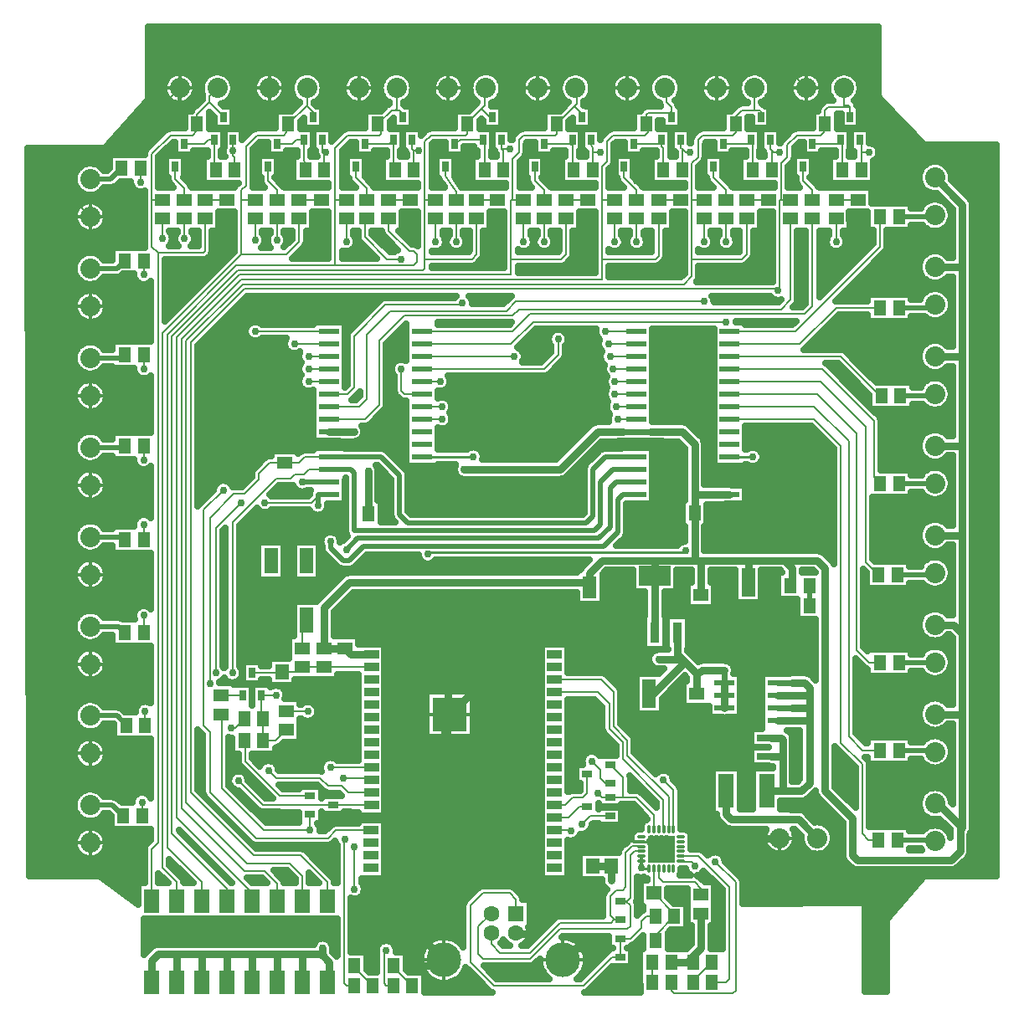
<source format=gtl>
G04 DipTrace 3.2.0.1*
G04 Top.gbr*
%MOIN*%
G04 #@! TF.FileFunction,Copper,L1,Top*
G04 #@! TF.Part,Single*
G04 #@! TA.AperFunction,Conductor*
%ADD14C,0.02*%
%ADD15C,0.008*%
%ADD16C,0.01*%
G04 #@! TA.AperFunction,ViaPad*
%ADD17C,0.03*%
G04 #@! TA.AperFunction,Conductor*
%ADD18C,0.023622*%
%ADD19C,0.025591*%
%ADD20C,0.011811*%
G04 #@! TA.AperFunction,CopperBalancing*
%ADD21C,0.025*%
%ADD22C,0.013*%
G04 #@! TA.AperFunction,ComponentPad*
%ADD23C,0.08*%
%ADD24R,0.051181X0.059055*%
%ADD25R,0.059055X0.051181*%
%ADD27R,0.055118X0.112205*%
%ADD29R,0.055118X0.088583*%
%ADD30R,0.062992X0.133858*%
%ADD31R,0.07874X0.023622*%
%ADD32R,0.06X0.095*%
%ADD34R,0.037402X0.084646*%
%ADD35R,0.127953X0.084646*%
%ADD37R,0.041339X0.025591*%
%ADD38R,0.06X0.055997*%
%ADD39R,0.055118X0.102362*%
%ADD40R,0.055997X0.06*%
%ADD42R,0.025591X0.041339*%
%ADD44O,0.033465X0.011811*%
%ADD45O,0.011811X0.033465*%
%ADD46R,0.106299X0.106299*%
G04 #@! TA.AperFunction,ComponentPad*
%ADD47R,0.062992X0.062992*%
%ADD48C,0.062992*%
%ADD49C,0.137795*%
%ADD50R,0.059055X0.035433*%
G04 #@! TA.AperFunction,ComponentPad*
%ADD51R,0.137795X0.137795*%
%FSLAX26Y26*%
G04*
G70*
G90*
G75*
G01*
G04 Top*
%LPD*%
X1240076Y2181531D2*
D14*
X1446295D1*
X1521356Y2106471D1*
Y1950205D1*
X1552609Y1918951D1*
X2265184D1*
X2290186Y1943954D1*
Y2131474D1*
X2340192Y2181479D1*
X2465152D1*
X2465205Y2181531D1*
X1065058Y2156681D2*
D15*
X1119437D1*
X1143756Y2181000D1*
X1239545D1*
X1240076Y2181531D1*
X2138719Y693684D2*
X2199072D1*
X2202756Y690000D1*
X765756Y1278000D2*
Y1938000D1*
X861756Y2034000D1*
X903756D1*
X960756Y2091000D1*
Y2115000D1*
X1002756Y2157000D1*
X1064739D1*
X1065058Y2156681D1*
X1610155Y2181531D2*
D16*
X1610207Y2181479D1*
X1815136D1*
X1633867Y1793938D2*
Y1800189D1*
X2652724D1*
X2658975Y1806440D1*
X2927753Y2181479D2*
X2835336D1*
X2835283Y2181531D1*
X2702730Y1237425D2*
D17*
Y1318888D1*
X2657091Y1364528D1*
X2627722Y1393896D1*
Y1481239D1*
X2627555Y1481406D1*
X2515210Y1237630D2*
X2530193D1*
X2657091Y1364528D1*
X533752Y87509D2*
Y175018D1*
X558755Y200021D1*
X633752D1*
X733752D1*
X833752D1*
X933752D1*
X1033752D1*
X1133752D1*
X1208823D1*
X1240076Y168768D1*
Y93833D1*
X1233752Y87509D1*
X633752D2*
Y200021D1*
X733752Y87509D2*
Y200021D1*
X833752Y87509D2*
Y200021D1*
X933752Y87509D2*
Y200021D1*
X1033752Y87509D2*
Y200021D1*
X1133752Y87509D2*
Y200021D1*
X1208823D2*
X1215073Y193770D1*
Y225024D1*
X2552714Y1375144D2*
X2634957D1*
X2627722Y1393896D1*
X3352593Y3444112D2*
D15*
X3358844Y3432007D1*
Y3394106D1*
X3390302D1*
X858581Y3400357D2*
Y3444112D1*
X1214869D2*
Y3394106D1*
X1227575D1*
X1571156Y3444112D2*
Y3406812D1*
X1577612Y3400357D1*
X1596364D1*
X1927444Y3444112D2*
Y3406608D1*
X1958902D1*
X2283731Y3444112D2*
Y3425564D1*
X2290186Y3412858D1*
Y3394106D1*
X2321440D1*
X2640018Y3444112D2*
Y3413063D1*
X2646269Y3406812D1*
X2658975Y3394106D1*
X2677727D1*
X2996306Y3444112D2*
Y3406812D1*
X3002556Y3400562D1*
X3009012Y3394106D1*
X3034014D1*
X2815241Y1281385D2*
D17*
Y1231385D1*
Y1181385D1*
Y1231385D2*
D3*
X864832Y3325349D2*
D15*
Y3375559D1*
X858581Y3381810D1*
Y3400357D1*
X1221119Y3325349D2*
Y3394106D1*
X1227575D1*
X1577407Y3325349D2*
X1577612Y3400357D1*
X1933694Y3325349D2*
Y3400357D1*
X1927444Y3406608D1*
X2289982Y3325349D2*
X2290186Y3394106D1*
X2646269Y3325349D2*
Y3406812D1*
X3358844Y3325349D2*
Y3394106D1*
X2815241Y1281385D2*
D18*
Y1331390D1*
D17*
X2727732D1*
X2702730Y1318888D1*
X3002556Y3325349D2*
D15*
Y3400562D1*
X2982909Y850089D2*
D17*
X3051723D1*
X3121524D1*
X3152777Y881343D1*
Y1131385D1*
Y1176827D1*
Y1231385D1*
Y1262633D1*
X3134025Y1281385D1*
X3082210D1*
D18*
X3027840D1*
Y1231385D2*
D17*
X3152777D1*
X3027840Y1181385D2*
D18*
X3082210D1*
D17*
X3148219D1*
X3152777Y1176827D1*
X3027840Y1131385D2*
X3152777D1*
X2965257Y987604D2*
D19*
X3000927D1*
D17*
X3040265D1*
X3046516Y981353D1*
Y855297D1*
X3051723Y850089D1*
X2965257Y1062407D2*
D19*
X3000927D1*
D17*
X3040470D1*
X3046516Y1056361D1*
Y981353D1*
X2277685Y1662675D2*
Y1718930D1*
X2327690Y1768936D1*
X2537004D1*
X2696274D1*
X2721482D1*
X2899234D1*
X3052766D1*
X3084020Y1737682D1*
Y1675176D1*
X3077769Y1668925D1*
X2909001Y1681427D2*
Y1759168D1*
X2899234Y1768936D1*
X2721482Y1631217D2*
Y1768936D1*
X2537004Y1709752D2*
Y1768936D1*
Y1481406D2*
Y1709752D1*
X3652829Y800084D2*
X3665331D1*
X3752840Y712575D1*
Y611084D1*
X3717756Y576000D1*
X3342756D1*
X3324756Y594000D1*
Y741000D1*
X3215283Y850472D1*
Y1737682D1*
X3184030Y1768936D1*
X3057194D1*
X3084020Y1737682D1*
X3752840Y712575D2*
X3761324Y704091D1*
Y1156371D1*
Y1478266D1*
Y1868946D1*
Y2225234D1*
Y2581521D1*
Y2937808D1*
Y3185601D1*
X3652829Y3294096D1*
Y2937808D2*
X3761324D1*
X3652829Y2581521D2*
X3761324D1*
X3652829Y2225234D2*
X3761324D1*
X3652829Y1868946D2*
X3761324D1*
X3652829Y1512659D2*
X3726932D1*
X3761324Y1478266D1*
X3652829Y1156371D2*
X3761324D1*
X2465205Y2281531D2*
D18*
X2519575D1*
D17*
X2646432D1*
X2696479Y2231484D1*
Y2031531D1*
Y1956660D1*
X2696274Y1956455D1*
Y1768936D1*
X2835283Y2031531D2*
X2696479D1*
X2465205Y2281531D2*
D18*
X2410835D1*
D17*
X2308980D1*
X2158923Y2131474D1*
X1777633D1*
X1340087Y2281490D2*
X1240118D1*
D18*
X1240076Y2281531D1*
X1396354Y1956000D2*
D17*
Y2125018D1*
X1408844Y1393902D2*
X1327785D1*
X1302583Y1419104D1*
X1221734D1*
X1221324Y1418694D1*
Y1581416D1*
X1321335Y1681427D1*
X2258933D1*
X2277685Y1662675D1*
X2513484Y540867D2*
D16*
X2486896D1*
X2483957Y543807D1*
X2365194Y493802D2*
D17*
Y550058D1*
D16*
D3*
D17*
X2290186D1*
X2483957Y543807D2*
D20*
Y570395D1*
Y590080D1*
X2690433Y168768D2*
D17*
X2602514D1*
X2721482Y303556D2*
Y225024D1*
X2677829Y181371D1*
X2690433Y168768D1*
X2721482Y362743D2*
Y303556D1*
X533752Y412509D2*
D15*
Y618815D1*
X558755Y643818D1*
Y2994064D1*
X533752Y3019067D1*
Y3206382D1*
Y3387856D1*
X608760Y3462864D1*
X696269D1*
X714816Y3481411D1*
Y3506618D1*
Y3543917D1*
X765026Y3594127D1*
Y3619146D1*
X796264Y3650383D1*
X821180Y3534663D2*
Y3537974D1*
X765026Y3594127D1*
X746274Y3131579D2*
Y3000315D1*
X740024Y2994064D1*
X558755D1*
X577507Y3206382D2*
X533752D1*
X1077352Y3506614D2*
X1152551Y3581814D1*
Y3650383D1*
X1177467Y3534663D2*
Y3553501D1*
X1149155Y3581814D1*
X1152551D1*
X633752Y412509D2*
Y487562D1*
X577507Y543807D1*
Y2675281D1*
X890039Y2987814D1*
Y3206382D1*
Y3244091D1*
X908791Y3262843D1*
Y3419109D1*
X952546Y3462864D1*
X1058807D1*
X1071308Y3475365D1*
Y3500571D1*
X1077352Y3506614D1*
X946295Y3206382D2*
X890039D1*
X1121314Y3131579D2*
Y3037819D1*
X1071308Y2987814D1*
X890039D1*
X733752Y412509D2*
Y487572D1*
X596259Y625066D1*
Y2669030D1*
X871287Y2944059D1*
X1265079D1*
Y3206382D1*
Y3412858D1*
X1315084Y3462864D1*
X1440097D1*
X1446348Y3469114D1*
Y3493912D1*
X1433642Y3506618D1*
X1489898Y3562874D1*
X1502400D1*
X1508839Y3569312D1*
Y3650383D1*
X1533755Y3534663D2*
Y3548934D1*
X1519815Y3562874D1*
X1502400D1*
X1308833Y3206382D2*
X1265079D1*
X1477601Y3131579D2*
Y3081573D1*
X1558860Y3000315D1*
X1577612D1*
X1590113Y2987814D1*
Y2956560D1*
X1577612Y2944059D1*
X1265079D1*
X833752Y412509D2*
Y462580D1*
X615010Y681322D1*
Y2662780D1*
X877538Y2925307D1*
X1615115D1*
X1621366Y2931558D1*
Y2969062D1*
Y3206382D1*
Y3437861D1*
X1646369Y3462864D1*
X1783883D1*
X1790134Y3469114D1*
Y3481615D1*
X1783883Y3487866D1*
Y3506618D1*
X1789929D1*
Y3512664D1*
X1845488Y3568223D1*
X1858891Y3581626D1*
Y3644148D1*
X1865126Y3650383D1*
X1890042Y3534663D2*
X1879049D1*
X1845488Y3568223D1*
X1665121Y3206382D2*
X1621366D1*
X1827638Y3131579D2*
Y2987814D1*
X1808886Y2969062D1*
X1621366D1*
X933752Y412509D2*
Y443839D1*
X633762Y743828D1*
Y2656529D1*
X883789Y2906555D1*
X1965152D1*
Y2969062D1*
Y3206382D1*
X1971403D1*
Y3369104D1*
X1996406Y3394106D1*
Y3444112D1*
X2015157Y3462864D1*
X2140171D1*
X2146217Y3468909D1*
Y3506618D1*
X2217907Y3578104D1*
X2227680Y3587877D1*
Y3644117D1*
X2221413Y3650383D1*
X2246329Y3534663D2*
Y3549681D1*
X2217907Y3578104D1*
X2015157Y3206382D2*
X1971403D1*
X2183925Y3131579D2*
Y2987814D1*
X2165173Y2969062D1*
X1965152D1*
X1033752Y412509D2*
Y481353D1*
X983799Y531306D1*
X902541D1*
X652514Y781332D1*
Y2650278D1*
X890039Y2887803D1*
X2327690D1*
Y2969062D1*
Y3206382D1*
Y3337850D1*
X2346442Y3356602D1*
Y3437861D1*
X2371445Y3462864D1*
X2496458D1*
X2508959Y3475365D1*
Y3506618D1*
X2502504D1*
Y3543917D1*
X2508959Y3550373D1*
X2602719D1*
Y3556623D1*
X2599510Y3553415D1*
X2602719Y3556623D2*
Y3575375D1*
X2583967Y3594127D1*
Y3644117D1*
X2577701Y3650383D1*
X2602617Y3534663D2*
X2599510D1*
Y3553415D1*
X2377696Y3206382D2*
X2327690D1*
X2552714Y3131579D2*
Y2981563D1*
X2540213Y2969062D1*
X2327690D1*
X1133752Y412509D2*
Y512617D1*
X1083810Y562559D1*
X915042D1*
X671266Y806335D1*
Y2644028D1*
X896290Y2869051D1*
X2652724D1*
X2683978Y2900304D1*
Y2969062D1*
Y3206382D1*
Y3350352D1*
X2708980Y3375354D1*
Y3444112D1*
X2727732Y3462864D1*
X2846495D1*
X2858791Y3475160D1*
Y3506618D1*
Y3537667D1*
X2883999Y3562874D1*
X2933988D1*
Y3650383D1*
X2958904Y3534663D2*
Y3556726D1*
X2952756Y3562874D1*
X2933988D1*
X2733983Y3206382D2*
X2683978D1*
X2902751Y3131579D2*
Y2987814D1*
X2883999Y2969062D1*
X2683978D1*
X1233752Y412509D2*
Y487625D1*
X1127564Y593812D1*
X940045D1*
X690018Y843839D1*
Y2637777D1*
X902541Y2850299D1*
X3034014D1*
X3027764Y2844049D1*
X3034014Y2850299D2*
Y3206382D1*
X3040265D1*
Y3350352D1*
X3065268Y3375354D1*
Y3425360D1*
X3102772Y3462864D1*
X3196531D1*
X3209033Y3475365D1*
Y3506618D1*
X3215079D1*
Y3562669D1*
X3227785Y3575375D1*
X3315294D1*
X3309043Y3581626D1*
X3290276D1*
Y3650383D1*
X3315192Y3534663D2*
X3315294Y3575375D1*
X3077769Y3206382D2*
X3040265D1*
X3259038Y3131579D2*
Y3037819D1*
X665016Y3131579D2*
Y3050320D1*
X1690123Y2331531D2*
X1610155D1*
X1033804Y3131579D2*
Y3044070D1*
X1690123Y2381531D2*
X1610155D1*
Y2431531D2*
X1540081D1*
X1527606Y2444007D1*
Y2531516D1*
Y2969062D2*
X1471350D1*
X1383841Y3056571D1*
Y3131579D1*
X1390092D1*
X1746379D2*
Y3037819D1*
X1683873Y2481531D2*
X1610155D1*
X2096416Y3131579D2*
Y3037819D1*
X2152672Y2650278D2*
Y2587772D1*
X2096432Y2531531D1*
X1610155D1*
X2465205Y3131579D2*
Y3037819D1*
X1977654Y2581531D2*
X1610155D1*
X2821492Y3131579D2*
Y3037819D1*
Y2719035D2*
X2052661D1*
X1965152Y2631526D1*
X1610160D1*
X1610155Y2631531D1*
Y2681531D2*
X1971403D1*
X2040160Y2750289D1*
X3134025D1*
X3165278Y2781542D1*
Y3131579D1*
X2533169Y698348D2*
Y755587D1*
X2463756Y825000D1*
X2411425D1*
X2359062D1*
X2358944Y824882D1*
X2411425Y825000D2*
Y903664D1*
X2358944Y956146D1*
Y824882D2*
X2325874D1*
X2310756Y840000D1*
X1164756Y696000D2*
Y756222D1*
X1165068Y756534D1*
X1164756Y696000D2*
X978756D1*
X813756Y861000D1*
Y1151396D1*
X808781Y1156371D1*
X933692Y1321930D2*
X1049348D1*
X1052556Y1325139D1*
X1115063D1*
X1133815Y1343891D1*
X1221324D1*
X1408833D1*
X1408844Y1343902D1*
X3033756Y663000D2*
D17*
X2814811D1*
X2708980Y768831D1*
Y943849D1*
Y948644D1*
Y1025123D1*
X2815241Y1131385D1*
X2708980Y943849D2*
X2700388Y935257D1*
X2545467D1*
X2515210Y965514D1*
Y1048496D1*
X2526097D1*
X2633972Y1156371D1*
X2696479D1*
X2702730Y1162622D1*
X2446453Y1481406D2*
Y1369150D1*
Y1117253D1*
X2515210Y1048496D1*
X2277685Y1528816D2*
Y1437651D1*
X2301722Y1413614D1*
X2333941Y1381395D1*
X2434207D1*
X2446453Y1369150D1*
X3077951Y1587923D2*
Y1419081D1*
X3065268Y1406398D1*
X3015262D1*
X2909001D1*
X2744958D1*
X2727732Y1423623D1*
X2715231Y1436125D1*
Y1550163D1*
X2721482Y1556413D1*
X2909001Y1492293D2*
Y1406398D1*
X2815241Y1131385D2*
Y1131369D1*
X2877748D1*
X2921503Y1175123D1*
Y1312638D1*
X3015262Y1406398D1*
X2465205Y2231531D2*
X2571419D1*
X2615220Y2187730D1*
Y1962706D1*
X2621471Y1956455D1*
X2596469D1*
X2577717Y1937703D1*
Y1862696D1*
X2835283Y2081531D2*
D15*
X2909064D1*
X2921503Y2093970D1*
Y2118972D1*
X2909001Y2131474D1*
X2835341D1*
X2835283Y2131531D1*
X2921503Y2118972D2*
X2959007D1*
X289976Y643818D2*
X177465D1*
Y1000105D1*
Y1356392D1*
Y1712680D1*
Y2068967D1*
Y2425255D1*
Y2805373D1*
Y3125328D1*
X183110Y3130974D1*
X227470Y3175333D1*
X252472D1*
X289976Y3137829D1*
Y2781542D2*
X201295D1*
X177465Y2805373D1*
X289976Y2425255D2*
X177465D1*
X289976Y2068967D2*
X177465D1*
X289976Y1712680D2*
X177465D1*
X289976Y1356392D2*
X177465D1*
X289976Y1000105D2*
X177465D1*
X1610155Y2131531D2*
D17*
X1690066D1*
X1702625Y2118972D1*
Y2082199D1*
Y2074987D1*
Y2043965D1*
X1690123Y2031463D1*
X1646369D1*
X1610223D1*
X1610155Y2031531D1*
Y2081531D2*
D15*
X1696080D1*
X1702625Y2074987D1*
Y2082199D2*
D17*
X2172155D1*
X2321487Y2231531D1*
X2465205D1*
X1240076D2*
X1452551D1*
X1552609Y2131474D1*
X1610097D1*
X1610155Y2131531D1*
X1471157Y1956000D2*
D15*
Y2037714D1*
X1646369Y1987709D2*
Y2031463D1*
X640013Y3506618D2*
Y3656634D1*
X646264Y3650383D1*
X1002549Y3506614D2*
Y3525373D1*
X1002551Y3525375D1*
Y3650383D1*
X1358839Y3506618D2*
Y3650383D1*
X1715126Y3506618D2*
Y3650383D1*
X2071413Y3506618D2*
Y3650383D1*
X2427701Y3506618D2*
Y3606629D1*
X2446453Y3625381D1*
Y3631631D1*
X2427701Y3650383D1*
X2783988Y3506618D2*
Y3650383D1*
X3140276Y3506618D2*
Y3650383D1*
X183110Y3130974D2*
Y3374749D1*
X227470Y3419109D1*
X414990D1*
X646264Y3650383D1*
Y3706639D1*
X677517Y3737892D1*
X1002551D1*
X1358839D1*
X1715126D1*
X2071413D1*
X2427701D1*
X2783988D1*
X3052766D1*
X3140276Y3650383D1*
X2783988D2*
Y3737892D1*
X2427701Y3650383D2*
Y3737892D1*
X2071413Y3650383D2*
Y3737892D1*
X1715126Y3650383D2*
Y3737892D1*
X1358839Y3650383D2*
Y3737892D1*
X1002551Y3650383D2*
Y3737892D1*
X702315Y3337850D2*
D16*
Y3287844D1*
X1071104Y3337850D2*
D15*
Y3288050D1*
X1421140Y3337850D2*
Y3288050D1*
X1777428Y3337850D2*
Y3287845D1*
X833783Y3131579D2*
D16*
Y3050320D1*
X1208823Y3131579D2*
Y3044070D1*
X2133715Y3337850D2*
D15*
Y3294301D1*
X2271434Y3131579D2*
D16*
Y3037819D1*
X1565110Y3131579D2*
X1527606Y3081573D1*
X2640223Y3131579D2*
Y3037819D1*
X2490003Y3337850D2*
D15*
Y3306392D1*
X2465205Y3281594D1*
X2990260Y3131579D2*
D16*
Y3044070D1*
X2846290Y3337850D2*
D15*
Y3318894D1*
X2821492Y3294096D1*
X3202577Y3337850D2*
Y3281390D1*
X3190281Y3269093D1*
X3346547Y3131579D2*
D16*
Y3037819D1*
X2874706Y1025005D2*
D19*
X2839037D1*
D17*
X2785341D1*
X2708980Y948644D1*
X1908896Y3131579D2*
D16*
Y3037819D1*
X2138665Y1443558D2*
D17*
X2277685Y1437651D1*
X2138665Y1443558D2*
X2007514D1*
X1719719Y1155762D1*
X1408844Y1443902D2*
X1571361D1*
X1715126Y1300136D1*
Y1155762D1*
X1719719D1*
X1408844Y1443902D2*
X1358839Y1493907D1*
X1302583D1*
X2308938Y225126D2*
D19*
X2273269D1*
D17*
X2219720D1*
X2171699Y177105D1*
X2308938Y375142D2*
D19*
X2273269D1*
D17*
X2216699D1*
X2140273D1*
X2046411Y281280D1*
X1986423D1*
X1983904Y283798D1*
X2290186Y640058D2*
X2365194D1*
X2417690D1*
X2427701Y650068D1*
D16*
X2451291D1*
X2452224Y649135D1*
D20*
X2483957D1*
D16*
X2524583D1*
X2533169D1*
X2562697Y619608D1*
X2290186Y640058D2*
D17*
X2221429D1*
Y379871D1*
X2216699Y375142D1*
X2615016Y256277D2*
X2665226D1*
Y402533D1*
X2623962Y443797D1*
X2665226Y235672D2*
Y256277D1*
X1408719Y743684D2*
X1608440D1*
X1701756Y837000D1*
Y1137799D1*
X1719719Y1155762D1*
X1571361Y156266D2*
X1676845D1*
X1697684Y177105D1*
X1415094Y156266D2*
Y229339D1*
X1443756Y258000D1*
X1616789D1*
X1697684Y177105D1*
X1065058Y2231484D2*
X1185659D1*
X1185706Y2231531D1*
D18*
X1240076D1*
X1052556Y1415139D2*
D17*
X1021617D1*
X1005756Y1431000D1*
Y1528365D1*
X1008802Y1531411D1*
X995345D1*
X936756Y1590000D1*
X912756D1*
X1052556Y1415139D2*
Y1459801D1*
X1068756Y1476000D1*
X2335932Y1447824D2*
X2301722Y1413614D1*
X2541756Y645000D2*
D16*
X2524583Y649135D1*
X2268392Y918744D2*
D15*
Y842636D1*
X2250756Y825000D1*
X2208756D1*
X2178756Y795000D1*
X2140108D1*
X2138665Y793558D1*
X2268392Y787480D2*
X2237236D1*
X2193756Y744000D1*
X2139035D1*
X2138719Y743684D1*
X3502814Y656319D2*
D14*
X3646594D1*
X3652829Y650084D1*
X3509064Y1012606D2*
X3646594D1*
X3652829Y1006371D1*
X3509064Y1362643D2*
X3652814D1*
X3652829Y1362659D1*
X3502814Y1712680D2*
X3646563D1*
X3652829Y1718946D1*
X3509064Y2075218D2*
X3652814D1*
X3652829Y2075234D1*
X3515315Y2425255D2*
X3646563D1*
X3652829Y2431521D1*
X3509064Y2775291D2*
X3640312D1*
X3652829Y2787808D1*
X2465205Y2031531D2*
X2409017D1*
X2390197Y2012711D1*
Y1881448D1*
X2333941Y1825192D1*
X1377591D1*
X1321335Y1768936D1*
X1296332D1*
X1246327Y1818941D1*
Y1843944D1*
X1196322Y1987709D2*
Y2025559D1*
Y2031463D1*
X1240008D1*
X1240076Y2031531D1*
X1255619Y793936D2*
D15*
X1408811D1*
X1408844Y793903D1*
X1255619Y793936D2*
X976820D1*
X879756Y891000D1*
X789756Y1320000D2*
Y1899000D1*
X888756Y1998000D1*
X984756D2*
X1168762D1*
X1196322Y2025559D1*
X2465205Y2081531D2*
D14*
X2384009D1*
X2358944Y2056466D1*
Y1900199D1*
X2315189Y1856445D1*
X1352588D1*
X1308833Y1812690D1*
X1133815Y2081469D2*
X1240013D1*
X1240076Y2081531D1*
X1408719Y693684D2*
D15*
X1267440D1*
X1236756Y663000D1*
X948756D1*
X765756Y846000D1*
Y1086000D1*
X741756Y1110000D1*
Y1971000D1*
X819756Y2049000D1*
X1496353Y75008D2*
X1467748D1*
X1458756Y84000D1*
Y207000D1*
X1467756Y216000D1*
X1341756Y459000D2*
Y627000D1*
X1245756Y945000D2*
X1407747D1*
X1408844Y943903D1*
X3652829Y3144096D2*
D14*
X3640344D1*
X3634077Y3137829D1*
X3509064D1*
X489793Y3331600D2*
D15*
Y3275549D1*
X2340192Y2681531D2*
X2465205D1*
X3152572Y1668925D2*
D14*
Y1588105D1*
X3152755Y1587923D1*
X2821492Y850089D2*
D17*
Y758264D1*
X2841756Y738000D1*
X3108756D1*
X3183756Y663000D1*
X2527916Y87509D2*
D15*
Y168563D1*
X2527711Y168768D1*
X1165068Y831337D2*
X1044419D1*
X906756Y969000D1*
Y1046100D1*
X902745Y1050110D1*
X2690433Y87509D2*
Y93965D1*
X2765236Y168768D1*
X2358944Y750079D2*
X2280835D1*
X2247756Y717000D1*
X849756Y1101000D2*
X866126D1*
X902745Y1137619D1*
X2540213Y256277D2*
Y275234D1*
X2615016Y350037D1*
Y362743D1*
X2533962Y443797D1*
Y540075D1*
X2533169Y540867D1*
X1133815Y1418694D2*
Y1514692D1*
X1150534Y1531411D1*
X808781Y1231175D2*
X896085D1*
X896290Y1231379D1*
X2358944Y881343D2*
X2341413D1*
X2319756Y903000D1*
Y936000D1*
X2286756Y969000D1*
X1155756Y1167000D2*
X1072976D1*
X1071308Y1168668D1*
X2835283Y2331531D2*
X3171492D1*
X3277790Y2225234D1*
Y1042966D1*
X3363756Y957000D1*
Y681000D1*
X3388437Y656319D1*
X3428010D1*
X2835283Y2381531D2*
X3171497D1*
X3309043Y2243986D1*
Y1068862D1*
X3365299Y1012606D1*
X3434261D1*
X2835283Y2431531D2*
X3184004D1*
X3340297Y2275239D1*
Y1412648D1*
X3390302Y1362643D1*
X3434261D1*
X2835283Y2481531D2*
X3196510D1*
X3377801Y2300241D1*
Y1762685D1*
X3427806Y1712680D1*
X3428010D1*
X2835283Y2531531D2*
X3202766D1*
X3409054Y2325244D1*
Y2100220D1*
X3434056Y2075218D1*
X3434261D1*
X2835283Y2581531D2*
X3277780D1*
X3434056Y2425255D1*
X3440512D1*
X2835283Y2631531D2*
X3115278D1*
X3259038Y2775291D1*
X3434261D1*
Y3137829D2*
Y3019272D1*
X3096521Y2681531D1*
X2835283D1*
X289976Y3287829D2*
D14*
X371219D1*
X414990Y3331600D1*
X289976Y2931542D2*
X396222D1*
X427491Y2962811D1*
X289976Y2575255D2*
X414974D1*
X427491Y2587772D1*
X289976Y2218967D2*
X421224D1*
X427491Y2225234D1*
X289976Y1862680D2*
X415005D1*
X427491Y1850194D1*
X289976Y1506392D2*
X402504D1*
X427491Y1481406D1*
X289976Y1150105D2*
X396253D1*
X433741Y1112617D1*
X289976Y793818D2*
X377501D1*
X421240Y750079D1*
X1340291Y156266D2*
D15*
Y149606D1*
X1414890Y75008D1*
X1496558Y156266D2*
Y149606D1*
X1571156Y75008D1*
X502294Y2962811D2*
Y2906760D1*
X2352693Y2631526D2*
X2465199D1*
X2465205Y2631531D1*
X502294Y2587772D2*
Y2531720D1*
X2358944Y2581521D2*
X2465194D1*
X2465205Y2581531D1*
X502294Y2225234D2*
Y2169182D1*
X2371445Y2531516D2*
X2465189D1*
X2465205Y2531531D1*
X502294Y1850194D2*
Y1912701D1*
X2377696Y2481510D2*
X2465184D1*
X2465205Y2481531D1*
X502294Y1481406D2*
Y1550163D1*
X2377696Y2431505D2*
X2465178D1*
X2465205Y2431531D1*
X508545Y1112617D2*
Y1168873D1*
X2383946Y2381500D2*
X2465173D1*
X2465205Y2381531D1*
X496043Y750079D2*
Y806335D1*
X2390197Y2331495D2*
X2465168D1*
X2465205Y2331531D1*
X2721482Y437546D2*
Y462549D1*
X2696479Y487551D1*
X2571466D1*
X2552714Y506303D1*
Y540727D1*
X2552854Y540867D1*
X2765236Y87509D2*
X2821492D1*
X2833993Y100010D1*
Y468799D1*
X2711793Y591000D1*
X2640517D1*
X2641437Y590080D1*
X2602719Y87509D2*
Y56256D1*
X2615220Y43755D1*
X2846495D1*
X2858996Y56256D1*
Y487551D1*
X2777738Y568810D1*
X2696479Y550058D2*
Y556308D1*
X2683978Y568810D1*
X2643022D1*
X2641437Y570395D1*
X790029Y3325349D2*
X783778D1*
Y3444112D1*
X664913Y3428402D2*
X743066D1*
X758776Y3444112D1*
X783778D1*
X1033702Y3428402D2*
X1093102D1*
X1108812Y3444112D1*
X1140066D1*
X1146316Y3325349D2*
X1140066Y3369104D1*
Y3444112D1*
X1383739Y3428402D2*
X1480643D1*
X1496353Y3444112D1*
Y3331600D1*
X1502604Y3325349D1*
X1858891D2*
Y3444112D1*
Y3431610D1*
X1852640Y3444112D1*
X1740026Y3428402D2*
X1765131Y3444112D1*
X1858891D1*
X2208928D2*
Y3431610D1*
X2202677Y3425360D1*
X2208928Y3431610D2*
Y3331600D1*
X2215178Y3325349D1*
X2096314Y3428402D2*
X2199635D1*
X2202677Y3425360D1*
X2452601Y3428402D2*
X2555756D1*
X2565215Y3437861D1*
Y3444112D1*
Y3437861D2*
Y3419109D1*
X2571466Y3412858D1*
Y3325349D1*
X2927753D2*
Y3428413D1*
X2921503D1*
Y3444112D1*
X2808888Y3428402D2*
X2921503Y3428413D1*
X3284041Y3325349D2*
Y3428402D1*
Y3437861D1*
X3277790Y3444112D1*
X3165176Y3428402D2*
X3284041D1*
X746274Y3206382D2*
X833783D1*
X1208823D2*
X1121314D1*
X1477601D2*
X1565110D1*
X1908896D2*
X1827638D1*
X2183925D2*
X2271434D1*
X2552714D2*
X2640223D1*
X2902751D2*
X2990260D1*
X3259038D2*
X3346547D1*
X665016D2*
Y3250341D1*
X627512Y3287845D1*
Y3337850D1*
X1033804Y3206382D2*
Y3244091D1*
X996301Y3281594D1*
Y3337850D1*
X1390092Y3206382D2*
Y3250341D1*
X1346337Y3294096D1*
Y3337850D1*
X1746379Y3206382D2*
Y3237840D1*
X1721377Y3275344D1*
X1702625Y3300346D1*
Y3337850D1*
X2096416Y3206382D2*
Y3244091D1*
X2058912Y3281594D1*
Y3337850D1*
X2465205Y3206382D2*
Y3244091D1*
X2415199Y3294096D1*
Y3337850D1*
X2821492Y3206382D2*
Y3244091D1*
X2771487Y3294096D1*
Y3337850D1*
X3165278Y3206382D2*
Y3244091D1*
X3127774Y3281594D1*
Y3337850D1*
X2611909Y698348D2*
Y853846D1*
X2571756Y894000D1*
X1029756Y1233000D2*
X972714D1*
X971093Y1231379D1*
Y1144075D1*
X977549Y1137619D1*
Y1050110D1*
X1027554D1*
X1071308Y1093865D1*
X2138665Y1243558D2*
X2309198D1*
X2355756Y1197000D1*
Y1098000D1*
X2409756Y1044000D1*
Y978000D1*
X2571756Y816000D1*
Y699131D1*
X2572539Y698348D1*
X2465205Y2131531D2*
D14*
X2371503D1*
X2321440Y2081469D1*
Y1912701D1*
X2296437Y1887698D1*
X1340087D1*
Y2118972D1*
X1327585Y2131474D1*
X1240134D1*
X1240076Y2131531D1*
X1408844Y843903D2*
D15*
X1316853D1*
X1290756Y870000D1*
X1236756D1*
X1203756Y903000D1*
X1029756D1*
X999756Y933000D1*
X855756Y1320000D2*
Y1920000D1*
X1029756Y2094000D1*
X1086756D1*
X1104756Y2112000D1*
X1140756D1*
X1161756Y2133000D1*
X1238608D1*
X1240076Y2131531D1*
Y2681531D2*
X946295D1*
X577507Y3050320D2*
Y3131579D1*
X946295D2*
Y3044070D1*
X1102556Y2631531D2*
X1240076D1*
X1308833Y3131579D2*
Y3037819D1*
X1158818Y2581521D2*
X1240066D1*
X1240076Y2581531D1*
X1665121Y3131579D2*
Y3037819D1*
X1158818Y2531516D2*
X1240060D1*
X1240076Y2531531D1*
X2015157Y3131579D2*
Y3037819D1*
X1158818Y2481510D2*
X1240055D1*
X1240076Y2481531D1*
X2377696Y3131579D2*
Y3037819D1*
X1771382Y2794043D2*
Y2787793D1*
X1465100D1*
X1340087Y2662780D1*
Y2456508D1*
X1315110Y2431531D1*
X1240076D1*
X2733983Y3131579D2*
Y3037819D1*
Y2800294D2*
X1983904D1*
X1946400Y2762790D1*
X1483852D1*
X1390092Y2669030D1*
Y2412753D1*
X1358839Y2381500D1*
X1240108D1*
X1240076Y2381531D1*
Y2331531D2*
X1383878D1*
X1440097Y2387751D1*
Y2644028D1*
X1540108Y2744038D1*
X1971403D1*
X1996406Y2769041D1*
X3040265D1*
X3077769Y2806545D1*
Y3131579D1*
X2138665Y1293558D2*
X2325198D1*
X2373756Y1245000D1*
Y1107000D1*
X2427756Y1053000D1*
Y993000D1*
X2592224Y828531D1*
Y698348D1*
X2483957Y609765D2*
X2456155D1*
X2440202Y593812D1*
Y425045D1*
X2427701Y412543D1*
X2399490D1*
X2421450D1*
X2440202Y393791D1*
Y312533D1*
X2427701Y300031D1*
X2158923D1*
X2040160Y181269D1*
X1852640D1*
X1833888Y200021D1*
Y310948D1*
X1885479Y362538D1*
X2399490Y337740D2*
X2377491D1*
X2358944Y356287D1*
Y431295D1*
X2383946Y456298D1*
X2408949D1*
X2421450Y468799D1*
Y606314D1*
X2446453Y631316D1*
X2482091D1*
X2483957Y629450D1*
X1885479Y283798D2*
Y242190D1*
X1921398Y206272D1*
X2040160D1*
X2158923Y325034D1*
X2362350D1*
X2375056Y337740D1*
X2377491D1*
X2399490Y187724D2*
Y262528D1*
X2440202D1*
X2483957Y306282D1*
Y331285D1*
X2502709Y350037D1*
X2540213D1*
X2399490Y187724D2*
X2365399D1*
X2252682Y75008D1*
X1896395D1*
X1802635Y168768D1*
Y393791D1*
X1852640Y443797D1*
X1958902D1*
X1983904Y418794D1*
Y362538D1*
X1340087Y75008D2*
X1308748D1*
X1299756Y84000D1*
Y654000D1*
X1302756Y657000D1*
X1296756Y900000D2*
X1402747D1*
X1408844Y893903D1*
D17*
X2202756Y690000D3*
X765756Y1278000D3*
X1815136Y2181479D3*
X1633867Y1793938D3*
X2658975Y1806440D3*
X2927753Y2181479D3*
X1215073Y225024D3*
X2552714Y1375144D3*
X3390302Y3394106D3*
X858581Y3400357D3*
X1227575Y3394106D3*
X1596364Y3400357D3*
X1958902Y3406608D3*
X2321440Y3394106D3*
X2677727D3*
X3034014D3*
X858581Y3400357D3*
X1227575Y3394106D3*
X1777633Y2131474D3*
X1340087Y2281490D3*
X1396354Y2125018D3*
X2483957Y543807D3*
X2365194Y493802D3*
X2721482Y303556D3*
X2483957Y543807D3*
X2721482Y303556D3*
X3259038Y3037819D3*
X3027764Y2844049D3*
X665016Y3050320D3*
X1690123Y2331531D3*
X1033804Y3044070D3*
X1690123Y2381531D3*
X1527606Y2531516D3*
Y2969062D3*
X1746379Y3037819D3*
X1683873Y2481531D3*
X2096416Y3037819D3*
X2152672Y2650278D3*
X2465205Y3037819D3*
X1977654Y2581531D3*
X2821492Y3037819D3*
Y2719035D3*
X2310756Y840000D3*
X1164756Y696000D3*
D3*
X2577717Y1862696D3*
X2727732Y1423623D3*
X2959007Y2118972D3*
X1471157Y2037714D3*
X1646369Y1987709D3*
X702315Y3287844D3*
X1071104Y3288050D3*
X1421140D3*
X1777428Y3287845D3*
X833783Y3050320D3*
X702315Y3287844D3*
X1208823Y3044070D3*
X2133715Y3294301D3*
X2271434Y3037819D3*
X1527606Y3081573D3*
X2640223Y3037819D3*
X2465205Y3281594D3*
X2990260Y3044070D3*
X2821492Y3294096D3*
X3190281Y3269093D3*
X3346547Y3037819D3*
X1908896D3*
X2665226Y235672D3*
X912756Y1590000D3*
X1068756Y1476000D3*
X2335932Y1447824D3*
X1246327Y1843944D3*
X1196322Y1987709D3*
X879756Y891000D3*
X789756Y1320000D3*
X888756Y1998000D3*
X984756D3*
X1308833Y1812690D3*
X1133815Y2081469D3*
X819756Y2049000D3*
X1467756Y216000D3*
X1341756Y459000D3*
Y627000D3*
X1245756Y945000D3*
X489793Y3275549D3*
X2340192Y2681531D3*
X2247756Y717000D3*
X849756Y1101000D3*
X2286756Y969000D3*
X1155756Y1167000D3*
X502294Y2906760D3*
X2352693Y2631526D3*
X502294Y2531720D3*
X2358944Y2581521D3*
X502294Y2169182D3*
X2371445Y2531516D3*
X502294Y1912701D3*
X2377696Y2481510D3*
X502294Y1550163D3*
X2377696Y2431505D3*
X508545Y1168873D3*
X2383946Y2381500D3*
X496043Y806335D3*
X2390197Y2331495D3*
X2777738Y568810D3*
X2696479Y550058D3*
X2571756Y894000D3*
X1029756Y1233000D3*
X999756Y933000D3*
X855756Y1320000D3*
X946295Y2681531D3*
X577507Y3050320D3*
X946295Y3044070D3*
X1102556Y2631531D3*
X1308833Y3037819D3*
X1158818Y2581521D3*
X1665121Y3037819D3*
X1158818Y2531516D3*
X2015157Y3037819D3*
X1158818Y2481510D3*
X2377696Y3037819D3*
X1771382Y2794043D3*
X2733983Y3037819D3*
Y2800294D3*
X1302756Y657000D3*
X1296756Y900000D3*
X2541756Y645000D3*
X2583756D3*
X2541756Y597000D3*
X2586756D3*
X523745Y3869291D2*
D21*
X3425293D1*
X523745Y3844423D2*
X3425293D1*
X523745Y3819554D2*
X3425293D1*
X523745Y3794685D2*
X3425293D1*
X523745Y3769816D2*
X3425293D1*
X523745Y3744948D2*
X3425293D1*
X523745Y3720079D2*
X3425293D1*
X523745Y3695210D2*
X598803D1*
X693728D2*
X748799D1*
X843724D2*
X955062D1*
X1050022D2*
X1105093D1*
X1200018D2*
X1311356D1*
X1406318D2*
X1461352D1*
X1556312D2*
X1667650D1*
X1762612D2*
X1817646D1*
X1912608D2*
X2023944D1*
X2118906D2*
X2173940D1*
X2268902D2*
X2380238D1*
X2475164D2*
X2530234D1*
X2625159D2*
X2736496D1*
X2831458D2*
X2886528D1*
X2981453D2*
X3092790D1*
X3187752D2*
X3242786D1*
X3337748D2*
X3425293D1*
X523745Y3670341D2*
X583480D1*
X709051D2*
X733476D1*
X859047D2*
X939774D1*
X1065345D2*
X1089770D1*
X1215341D2*
X1296068D1*
X1421604D2*
X1446064D1*
X1571635D2*
X1652327D1*
X1777898D2*
X1802358D1*
X1927894D2*
X2008621D1*
X2134192D2*
X2158617D1*
X2284188D2*
X2364915D1*
X2490486D2*
X2514911D1*
X2640482D2*
X2721209D1*
X2846780D2*
X2871205D1*
X2996776D2*
X3077503D1*
X3203073D2*
X3227499D1*
X3353070D2*
X3425293D1*
X523745Y3645472D2*
X580466D1*
X712066D2*
X730462D1*
X862062D2*
X936724D1*
X1068360D2*
X1086756D1*
X1218356D2*
X1293018D1*
X1424654D2*
X1443014D1*
X1574650D2*
X1649312D1*
X1780948D2*
X1799308D1*
X1930944D2*
X2005606D1*
X2137206D2*
X2155602D1*
X2287238D2*
X2361900D1*
X2493500D2*
X2511896D1*
X2643496D2*
X2718196D1*
X2849794D2*
X2868190D1*
X2999790D2*
X3074453D1*
X3206088D2*
X3224449D1*
X3356084D2*
X3425293D1*
X523745Y3620604D2*
X587678D1*
X704853D2*
X735055D1*
X854849D2*
X943972D1*
X1061147D2*
X1093969D1*
X1211143D2*
X1300268D1*
X1417406D2*
X1450262D1*
X1567437D2*
X1656525D1*
X1773699D2*
X1806558D1*
X1923696D2*
X2012819D1*
X2129993D2*
X2162815D1*
X2279990D2*
X2369114D1*
X2486287D2*
X2519109D1*
X2636283D2*
X2725408D1*
X2842581D2*
X2875403D1*
X2992577D2*
X3081702D1*
X3198875D2*
X3231698D1*
X3348871D2*
X3425293D1*
X512945Y3595735D2*
X611434D1*
X681097D2*
X725259D1*
X831093D2*
X967728D1*
X1037391D2*
X1117724D1*
X1187387D2*
X1323987D1*
X1393686D2*
X1473983D1*
X1543681D2*
X1680281D1*
X1749980D2*
X1828877D1*
X1899976D2*
X2036575D1*
X2106238D2*
X2186571D1*
X2257669D2*
X2392869D1*
X2462533D2*
X2542865D1*
X2623760D2*
X2749163D1*
X2818827D2*
X2899159D1*
X2968822D2*
X3105421D1*
X3175121D2*
X3206794D1*
X3336312D2*
X3443020D1*
X491378Y3570866D2*
X700391D1*
X859980D2*
X1100213D1*
X1216274D2*
X1456507D1*
X1572533D2*
X1806736D1*
X1928827D2*
X2169202D1*
X2285121D2*
X2488105D1*
X2641415D2*
X2850608D1*
X2997709D2*
X3186340D1*
X3354003D2*
X3467026D1*
X469811Y3545997D2*
X663215D1*
X859980D2*
X1025753D1*
X1216274D2*
X1382047D1*
X1572533D2*
X1738341D1*
X1928827D2*
X2094635D1*
X2285121D2*
X2450929D1*
X2641415D2*
X2807188D1*
X2997709D2*
X3163482D1*
X3266661D2*
X3276409D1*
X3354003D2*
X3491033D1*
X448281Y3521129D2*
X663215D1*
X766394D2*
X782387D1*
X859980D2*
X1025753D1*
X1216274D2*
X1382047D1*
X1572533D2*
X1738341D1*
X1841521D2*
X1851197D1*
X1928827D2*
X2094635D1*
X2285121D2*
X2450929D1*
X2554109D2*
X2563822D1*
X2641415D2*
X2807188D1*
X2910367D2*
X2920115D1*
X2997709D2*
X3163482D1*
X3266661D2*
X3276409D1*
X3354003D2*
X3515039D1*
X426715Y3496260D2*
X663215D1*
X766394D2*
X782387D1*
X859980D2*
X1025753D1*
X1128932D2*
X1138664D1*
X1216274D2*
X1382047D1*
X1485226D2*
X1494975D1*
X1572533D2*
X1738341D1*
X1841521D2*
X1851234D1*
X1928827D2*
X2094635D1*
X2197815D2*
X2207528D1*
X2285121D2*
X2450929D1*
X2554109D2*
X2563822D1*
X2641415D2*
X2807188D1*
X2910367D2*
X2920115D1*
X2997709D2*
X3163482D1*
X3266661D2*
X3276409D1*
X3354003D2*
X3539081D1*
X405184Y3471391D2*
X575909D1*
X897371D2*
X919680D1*
X1253665D2*
X1282218D1*
X1966253D2*
X1982282D1*
X2322512D2*
X2338576D1*
X2678806D2*
X2694870D1*
X3035100D2*
X3069896D1*
X3391394D2*
X3563088D1*
X383618Y3446522D2*
X551041D1*
X3035100D2*
X3045028D1*
X3391394D2*
X3587094D1*
X362051Y3421654D2*
X526173D1*
X608934D2*
X626112D1*
X952741D2*
X994892D1*
X1315278D2*
X1344944D1*
X1651370D2*
X1701238D1*
X2026396D2*
X2057531D1*
X2376446D2*
X2413789D1*
X2738984D2*
X2770084D1*
X3102957D2*
X3126378D1*
X3419707D2*
X3894119D1*
X42503Y3396785D2*
X505253D1*
X584067D2*
X626112D1*
X703705D2*
X753787D1*
X938782D2*
X994892D1*
X1072487D2*
X1110081D1*
X1170055D2*
X1184864D1*
X1295076D2*
X1344944D1*
X1422537D2*
X1466339D1*
X1526349D2*
X1543059D1*
X1651370D2*
X1701238D1*
X1778831D2*
X1828877D1*
X1888887D2*
X1899245D1*
X2026396D2*
X2057531D1*
X2135125D2*
X2178928D1*
X2238938D2*
X2260169D1*
X2376446D2*
X2413789D1*
X2491383D2*
X2541466D1*
X2601476D2*
X2615350D1*
X2738984D2*
X2770084D1*
X2847677D2*
X2897760D1*
X2957770D2*
X2968199D1*
X3095278D2*
X3126378D1*
X3203971D2*
X3254054D1*
X3314028D2*
X3328836D1*
X3431226D2*
X3894119D1*
X42575Y3371916D2*
X363403D1*
X563756D2*
X588719D1*
X666314D2*
X738428D1*
X938782D2*
X957501D1*
X1035094D2*
X1094723D1*
X1295076D2*
X1307551D1*
X1385146D2*
X1451017D1*
X1651370D2*
X1663845D1*
X1741404D2*
X1807311D1*
X2097698D2*
X2163605D1*
X2453992D2*
X2519864D1*
X2810286D2*
X2876157D1*
X3166580D2*
X3232451D1*
X3424264D2*
X3894119D1*
X42610Y3347047D2*
X264542D1*
X315402D2*
X363403D1*
X563756D2*
X588719D1*
X666314D2*
X738428D1*
X938782D2*
X957501D1*
X1035094D2*
X1094723D1*
X1295076D2*
X1307551D1*
X1385146D2*
X1451017D1*
X1651370D2*
X1663845D1*
X1741404D2*
X1807311D1*
X2001420D2*
X2020104D1*
X2097698D2*
X2163605D1*
X2453992D2*
X2519864D1*
X2722047D2*
X2732692D1*
X2810286D2*
X2876157D1*
X3078341D2*
X3088986D1*
X3166580D2*
X3232451D1*
X3410449D2*
X3615264D1*
X3690382D2*
X3894119D1*
X42682Y3322178D2*
X234076D1*
X345867D2*
X355682D1*
X563756D2*
X588719D1*
X666314D2*
X738428D1*
X938782D2*
X957501D1*
X1035094D2*
X1094723D1*
X1295076D2*
X1307551D1*
X1385146D2*
X1451017D1*
X1651370D2*
X1663845D1*
X1741404D2*
X1807311D1*
X2001420D2*
X2020104D1*
X2097698D2*
X2163605D1*
X2357678D2*
X2376398D1*
X2453992D2*
X2519864D1*
X2713972D2*
X2732692D1*
X2810286D2*
X2876157D1*
X3070266D2*
X3088986D1*
X3166580D2*
X3232451D1*
X3410449D2*
X3593374D1*
X3712270D2*
X3894119D1*
X42718Y3297310D2*
X224675D1*
X563756D2*
X588719D1*
X666314D2*
X738428D1*
X938782D2*
X957501D1*
X1035094D2*
X1094723D1*
X1295076D2*
X1307551D1*
X1385146D2*
X1451017D1*
X1651370D2*
X1663845D1*
X1741762D2*
X1807311D1*
X2001420D2*
X2020104D1*
X2097698D2*
X2163605D1*
X2357678D2*
X2376398D1*
X2453992D2*
X2519864D1*
X2713972D2*
X2732692D1*
X2810286D2*
X2876157D1*
X3070266D2*
X3088986D1*
X3166580D2*
X3232451D1*
X3410449D2*
X3586915D1*
X3718766D2*
X3894119D1*
X42790Y3272441D2*
X225858D1*
X405722D2*
X448915D1*
X563756D2*
X602248D1*
X684291D2*
X738428D1*
X938782D2*
X967871D1*
X1046829D2*
X1094723D1*
X1295076D2*
X1326606D1*
X1409367D2*
X1451017D1*
X1651370D2*
X1686668D1*
X1758879D2*
X1807311D1*
X2001420D2*
X2030475D1*
X2109467D2*
X2163605D1*
X2357678D2*
X2395453D1*
X2478249D2*
X2519864D1*
X2713972D2*
X2751747D1*
X2834543D2*
X2876157D1*
X3070266D2*
X3099357D1*
X3178314D2*
X3232451D1*
X3410449D2*
X3590647D1*
X3731433D2*
X3894119D1*
X42825Y3247572D2*
X238382D1*
X341597D2*
X460828D1*
X3402088D2*
X3607118D1*
X3756301D2*
X3894119D1*
X42898Y3222703D2*
X503745D1*
X3402088D2*
X3667260D1*
X3781168D2*
X3894119D1*
X42933Y3197835D2*
X266696D1*
X313249D2*
X503745D1*
X3402088D2*
X3616484D1*
X3800331D2*
X3894119D1*
X43005Y3172966D2*
X234579D1*
X345365D2*
X503745D1*
X3560660D2*
X3593769D1*
X3802340D2*
X3894119D1*
X43041Y3148097D2*
X224818D1*
X355126D2*
X503745D1*
X801812D2*
X860039D1*
X1176837D2*
X1235066D1*
X1533131D2*
X1591360D1*
X1883182D2*
X1935167D1*
X2239440D2*
X2297703D1*
X2608257D2*
X2653962D1*
X2958272D2*
X3004012D1*
X3314567D2*
X3382663D1*
X3802340D2*
X3894119D1*
X43077Y3123228D2*
X225680D1*
X354265D2*
X503745D1*
X801812D2*
X860039D1*
X1176837D2*
X1235066D1*
X1533131D2*
X1591360D1*
X1883182D2*
X1935167D1*
X2239440D2*
X2297703D1*
X2608257D2*
X2653962D1*
X2958272D2*
X3004012D1*
X3314567D2*
X3382663D1*
X3802340D2*
X3894119D1*
X43148Y3098360D2*
X237736D1*
X342207D2*
X503745D1*
X801812D2*
X860039D1*
X1176837D2*
X1235066D1*
X1533131D2*
X1591360D1*
X1883182D2*
X1935167D1*
X2239440D2*
X2297703D1*
X2608257D2*
X2653962D1*
X2958272D2*
X3004012D1*
X3314567D2*
X3382663D1*
X3560660D2*
X3606293D1*
X3699388D2*
X3720332D1*
X3802340D2*
X3894119D1*
X43185Y3073491D2*
X503745D1*
X610765D2*
X631781D1*
X698251D2*
X716287D1*
X776262D2*
X860039D1*
X976281D2*
X1003793D1*
X1063802D2*
X1091314D1*
X1151324D2*
X1235066D1*
X1338819D2*
X1353843D1*
X1413853D2*
X1448828D1*
X1527067D2*
X1591360D1*
X1695113D2*
X1716381D1*
X1776391D2*
X1797622D1*
X1857633D2*
X1935167D1*
X2045163D2*
X2066430D1*
X2126406D2*
X2153916D1*
X2213927D2*
X2297703D1*
X2407701D2*
X2435213D1*
X2495223D2*
X2522698D1*
X2582709D2*
X2653962D1*
X2763995D2*
X2791507D1*
X2851480D2*
X2872748D1*
X2932759D2*
X3004012D1*
X3107765D2*
X3135277D1*
X3195287D2*
X3229042D1*
X3289052D2*
X3404265D1*
X3464276D2*
X3720332D1*
X3802340D2*
X3894119D1*
X43256Y3048622D2*
X503745D1*
X705966D2*
X716253D1*
X776262D2*
X860039D1*
X1074531D2*
X1090739D1*
X1151324D2*
X1235066D1*
X1433194D2*
X1469175D1*
X1551936D2*
X1591360D1*
X1785828D2*
X1797622D1*
X1857633D2*
X1935167D1*
X2135878D2*
X2153916D1*
X2213927D2*
X2297703D1*
X2417139D2*
X2425766D1*
X2504660D2*
X2522698D1*
X2582709D2*
X2653962D1*
X2773433D2*
X2782047D1*
X2860954D2*
X2872748D1*
X2932759D2*
X3004012D1*
X3107765D2*
X3135277D1*
X3195287D2*
X3219568D1*
X3298491D2*
X3404265D1*
X3464276D2*
X3720332D1*
X3802340D2*
X3894119D1*
X43293Y3023753D2*
X503745D1*
X607858D2*
X634651D1*
X695379D2*
X716287D1*
X776262D2*
X860039D1*
X981484D2*
X998589D1*
X1147449D2*
X1235066D1*
X1347180D2*
X1375265D1*
X1458062D2*
X1494042D1*
X1784715D2*
X1797622D1*
X1857633D2*
X1935167D1*
X2134766D2*
X2153916D1*
X2213927D2*
X2297703D1*
X2416026D2*
X2426852D1*
X2503547D2*
X2522698D1*
X2582709D2*
X2653962D1*
X2772320D2*
X2783148D1*
X2859843D2*
X2872748D1*
X2932759D2*
X3004012D1*
X3107765D2*
X3135277D1*
X3195287D2*
X3220717D1*
X3297378D2*
X3397339D1*
X3464276D2*
X3720332D1*
X3802340D2*
X3894119D1*
X43364Y2998885D2*
X375891D1*
X776227D2*
X859717D1*
X1123765D2*
X1235066D1*
X1295076D2*
X1400133D1*
X1482929D2*
X1500752D1*
X1651370D2*
X1797335D1*
X1857633D2*
X1935167D1*
X1995140D2*
X2153593D1*
X2213927D2*
X2297703D1*
X2357678D2*
X2522698D1*
X2582709D2*
X2653962D1*
X2713972D2*
X2872425D1*
X2932759D2*
X3004012D1*
X3107765D2*
X3135277D1*
X3195287D2*
X3372471D1*
X3455268D2*
X3632954D1*
X3672690D2*
X3720332D1*
X3802340D2*
X3894119D1*
X43400Y2974016D2*
X240285D1*
X339696D2*
X375891D1*
X761335D2*
X834849D1*
X1098898D2*
X1235066D1*
X1295076D2*
X1425000D1*
X1853937D2*
X1935167D1*
X2210231D2*
X2297703D1*
X2581668D2*
X2653962D1*
X2929026D2*
X3004012D1*
X3107765D2*
X3135277D1*
X3195287D2*
X3347604D1*
X3430400D2*
X3598147D1*
X3802340D2*
X3894119D1*
X43471Y2949147D2*
X226469D1*
X588768D2*
X809982D1*
X1830361D2*
X1935167D1*
X2186655D2*
X2297703D1*
X2561680D2*
X2653962D1*
X2905450D2*
X3004012D1*
X3107765D2*
X3135277D1*
X3195287D2*
X3322736D1*
X3405533D2*
X3587848D1*
X3802340D2*
X3894119D1*
X43508Y2924278D2*
X224387D1*
X588768D2*
X785114D1*
X1995140D2*
X2297703D1*
X2357678D2*
X2653962D1*
X2713972D2*
X3004012D1*
X3107765D2*
X3135277D1*
X3195287D2*
X3297867D1*
X3380665D2*
X3588278D1*
X3802340D2*
X3894119D1*
X43579Y2899409D2*
X232713D1*
X408198D2*
X462013D1*
X588768D2*
X760245D1*
X2357678D2*
X2641690D1*
X2713972D2*
X3004012D1*
X3107765D2*
X3135277D1*
X3195287D2*
X3273000D1*
X3355797D2*
X3599761D1*
X3802340D2*
X3894119D1*
X43615Y2874541D2*
X259482D1*
X320462D2*
X478735D1*
X588768D2*
X735378D1*
X3107765D2*
X3135277D1*
X3195287D2*
X3248133D1*
X3330929D2*
X3644904D1*
X3660773D2*
X3720332D1*
X3802340D2*
X3894119D1*
X43686Y2849672D2*
X528757D1*
X588768D2*
X710510D1*
X3107765D2*
X3135277D1*
X3195287D2*
X3223265D1*
X3306062D2*
X3636005D1*
X3669640D2*
X3720332D1*
X3802340D2*
X3894119D1*
X43723Y2824803D2*
X241001D1*
X338978D2*
X528757D1*
X588768D2*
X685643D1*
X3107765D2*
X3135277D1*
X3281194D2*
X3382663D1*
X3560660D2*
X3598720D1*
X3706924D2*
X3720332D1*
X3802340D2*
X3894119D1*
X43794Y2799934D2*
X226684D1*
X353260D2*
X528757D1*
X588768D2*
X660776D1*
X893568D2*
X1435837D1*
X1811916D2*
X1942164D1*
X2774976D2*
X3029777D1*
X3106976D2*
X3135277D1*
X3802340D2*
X3894119D1*
X43831Y2775066D2*
X224316D1*
X355629D2*
X528757D1*
X588768D2*
X635907D1*
X868701D2*
X1410970D1*
X3802340D2*
X3894119D1*
X43902Y2750197D2*
X232247D1*
X347698D2*
X528757D1*
X588768D2*
X611039D1*
X843832D2*
X1386102D1*
X3706493D2*
X3720332D1*
X3802340D2*
X3894119D1*
X43938Y2725328D2*
X257940D1*
X322004D2*
X528757D1*
X818965D2*
X1361235D1*
X3250478D2*
X3382663D1*
X3560660D2*
X3638983D1*
X3666661D2*
X3720332D1*
X3802340D2*
X3894119D1*
X44009Y2700459D2*
X528757D1*
X794097D2*
X910278D1*
X1305446D2*
X1336366D1*
X3225609D2*
X3720332D1*
X3802340D2*
X3894119D1*
X44046Y2675591D2*
X528757D1*
X769230D2*
X905756D1*
X1305446D2*
X1313239D1*
X1513037D2*
X1544782D1*
X2050618D2*
X2121154D1*
X2184178D2*
X2299642D1*
X2530568D2*
X2769904D1*
X3200741D2*
X3720332D1*
X3802340D2*
X3894119D1*
X44117Y2650722D2*
X528757D1*
X744361D2*
X920720D1*
X971867D2*
X1066697D1*
X1488169D2*
X1544782D1*
X2025749D2*
X2111680D1*
X2193652D2*
X2314605D1*
X2530568D2*
X2769904D1*
X3175874D2*
X3720332D1*
X3802340D2*
X3894119D1*
X44154Y2625853D2*
X249112D1*
X330832D2*
X375891D1*
X720031D2*
X1061961D1*
X1470083D2*
X1544782D1*
X2000882D2*
X2120400D1*
X2184932D2*
X2312130D1*
X2530568D2*
X2769904D1*
X3151007D2*
X3604857D1*
X3700787D2*
X3720332D1*
X3802340D2*
X3894119D1*
X44226Y2600984D2*
X229411D1*
X720031D2*
X1076636D1*
X1470083D2*
X1544782D1*
X2013370D2*
X2122661D1*
X2182672D2*
X2323218D1*
X2530568D2*
X2769904D1*
X3299710D2*
X3589894D1*
X3802340D2*
X3894119D1*
X44261Y2576115D2*
X223992D1*
X720031D2*
X1118190D1*
X1470083D2*
X1544782D1*
X2018286D2*
X2099623D1*
X2180088D2*
X2318337D1*
X2530568D2*
X2769904D1*
X3324577D2*
X3587059D1*
X3802340D2*
X3894119D1*
X44333Y2551247D2*
X228694D1*
X720031D2*
X1123251D1*
X1470083D2*
X1492033D1*
X2157552D2*
X2332655D1*
X2530568D2*
X2769904D1*
X3224425D2*
X3266685D1*
X3349446D2*
X3594522D1*
X3802340D2*
X3894119D1*
X44369Y2526378D2*
X246923D1*
X333021D2*
X461654D1*
X720031D2*
X1118155D1*
X1470083D2*
X1486937D1*
X2132685D2*
X2330789D1*
X2530568D2*
X2769904D1*
X3249329D2*
X3291552D1*
X3374314D2*
X3618852D1*
X3686829D2*
X3720332D1*
X3802340D2*
X3894119D1*
X44441Y2501509D2*
X475936D1*
X720031D2*
X1123430D1*
X1470083D2*
X1497594D1*
X1719299D2*
X2342308D1*
X2530568D2*
X2769904D1*
X3274197D2*
X3316420D1*
X3399181D2*
X3720332D1*
X3802340D2*
X3894119D1*
X44476Y2476640D2*
X250152D1*
X329791D2*
X528757D1*
X720031D2*
X1118119D1*
X1470083D2*
X1497594D1*
X1724573D2*
X2336997D1*
X2530568D2*
X2769904D1*
X3299064D2*
X3341287D1*
X3566904D2*
X3605647D1*
X3699999D2*
X3720332D1*
X3802340D2*
X3894119D1*
X44512Y2451772D2*
X229770D1*
X350173D2*
X528757D1*
X720031D2*
X1131862D1*
X1470083D2*
X1497594D1*
X1710794D2*
X2342451D1*
X2530568D2*
X2769904D1*
X3323932D2*
X3366156D1*
X3802340D2*
X3894119D1*
X44584Y2426903D2*
X223992D1*
X355951D2*
X528757D1*
X720031D2*
X1174709D1*
X1351881D2*
X1360100D1*
X1470083D2*
X1503587D1*
X1675520D2*
X2336962D1*
X2530568D2*
X2769904D1*
X3348799D2*
X3388907D1*
X3802340D2*
X3894119D1*
X44619Y2402034D2*
X228370D1*
X351573D2*
X528757D1*
X720031D2*
X1174709D1*
X1470083D2*
X1544782D1*
X1725219D2*
X2348875D1*
X2530568D2*
X2769904D1*
X3373668D2*
X3388907D1*
X3711552D2*
X3720348D1*
X3802340D2*
X3894119D1*
X44692Y2377165D2*
X245990D1*
X333954D2*
X528757D1*
X720031D2*
X1174709D1*
X1467966D2*
X1544782D1*
X1730890D2*
X2343205D1*
X2530568D2*
X2769904D1*
X3566904D2*
X3617488D1*
X3688156D2*
X3720332D1*
X3802340D2*
X3894119D1*
X44727Y2352297D2*
X528757D1*
X720031D2*
X1174709D1*
X1446041D2*
X1544782D1*
X1725041D2*
X2355298D1*
X2530568D2*
X2769904D1*
X3423403D2*
X3720332D1*
X3802340D2*
X3894119D1*
X44799Y2327428D2*
X528757D1*
X720031D2*
X1174709D1*
X1421173D2*
X1544782D1*
X1730890D2*
X2349413D1*
X2530568D2*
X2769904D1*
X3438976D2*
X3720332D1*
X3802340D2*
X3894119D1*
X44835Y2302559D2*
X528757D1*
X720031D2*
X1174709D1*
X1374811D2*
X1544782D1*
X1717971D2*
X2273051D1*
X2682358D2*
X2769904D1*
X2900642D2*
X3159068D1*
X3439049D2*
X3720332D1*
X3802340D2*
X3894119D1*
X44907Y2277690D2*
X263322D1*
X316622D2*
X375891D1*
X720031D2*
X1174709D1*
X1380911D2*
X1544782D1*
X1675520D2*
X2248184D1*
X2707227D2*
X2769904D1*
X2900642D2*
X3183936D1*
X3439049D2*
X3614546D1*
X3691098D2*
X3720332D1*
X3802340D2*
X3894119D1*
X44942Y2252822D2*
X233753D1*
X346190D2*
X375891D1*
X720031D2*
X1174709D1*
X1368280D2*
X1544782D1*
X1675520D2*
X2223316D1*
X2731017D2*
X2769904D1*
X2900642D2*
X3208803D1*
X3439049D2*
X3593123D1*
X3802340D2*
X3894119D1*
X45014Y2227953D2*
X224602D1*
X720031D2*
X1544782D1*
X1675520D2*
X2198449D1*
X2312357D2*
X2643054D1*
X2737476D2*
X2769904D1*
X2900642D2*
X3233671D1*
X3439049D2*
X3586879D1*
X3802340D2*
X3894119D1*
X45050Y2203084D2*
X226003D1*
X720031D2*
X1009534D1*
X1474605D2*
X1544782D1*
X1849487D2*
X2173580D1*
X2287490D2*
X2311915D1*
X2530568D2*
X2655470D1*
X2737476D2*
X2769904D1*
X2962112D2*
X3247774D1*
X3439049D2*
X3590827D1*
X3802340D2*
X3894119D1*
X45122Y2178215D2*
X238777D1*
X341167D2*
X375891D1*
X720031D2*
X982764D1*
X1499472D2*
X1544782D1*
X1855982D2*
X2148713D1*
X2262621D2*
X2287046D1*
X2530568D2*
X2655470D1*
X2737476D2*
X2769904D1*
X2968606D2*
X3247774D1*
X3439049D2*
X3607656D1*
X3698025D2*
X3720332D1*
X3802340D2*
X3894119D1*
X45157Y2153346D2*
X464703D1*
X720031D2*
X957717D1*
X1524340D2*
X1544782D1*
X2237753D2*
X2262323D1*
X2530568D2*
X2655470D1*
X2737476D2*
X2769904D1*
X2956550D2*
X3247774D1*
X3439049D2*
X3720332D1*
X3802340D2*
X3894119D1*
X45230Y2128478D2*
X265331D1*
X314613D2*
X528757D1*
X720031D2*
X934285D1*
X1437214D2*
X1449474D1*
X1549100D2*
X1736762D1*
X2212886D2*
X2254176D1*
X2530568D2*
X2655470D1*
X2737476D2*
X3247774D1*
X3439049D2*
X3615730D1*
X3689915D2*
X3720332D1*
X3802340D2*
X3894119D1*
X45265Y2103609D2*
X234256D1*
X345688D2*
X528757D1*
X720031D2*
X930768D1*
X1437357D2*
X1474341D1*
X1557353D2*
X1748568D1*
X2187982D2*
X2254176D1*
X2530568D2*
X2655470D1*
X2737476D2*
X3247774D1*
X3712127D2*
X3720325D1*
X3802340D2*
X3894119D1*
X45337Y2078740D2*
X224747D1*
X355234D2*
X528757D1*
X720031D2*
X792793D1*
X846703D2*
X907119D1*
X1437357D2*
X1485358D1*
X1557353D2*
X2254176D1*
X2530568D2*
X2655470D1*
X2737476D2*
X3247774D1*
X3802340D2*
X3894119D1*
X45374Y2053871D2*
X225787D1*
X354156D2*
X528757D1*
X720031D2*
X779050D1*
X1031004D2*
X1104483D1*
X1437357D2*
X1485358D1*
X1557353D2*
X2254176D1*
X2530568D2*
X2655470D1*
X2900642D2*
X3247774D1*
X3802340D2*
X3894119D1*
X45445Y2029003D2*
X238131D1*
X341812D2*
X528757D1*
X720031D2*
X758381D1*
X1010084D2*
X1158381D1*
X1437357D2*
X1485358D1*
X1557353D2*
X2254176D1*
X2530568D2*
X2655470D1*
X2900642D2*
X3247774D1*
X3560660D2*
X3606795D1*
X3698850D2*
X3720332D1*
X3802340D2*
X3894119D1*
X45482Y2004134D2*
X528757D1*
X720031D2*
X733512D1*
X1447942D2*
X1485358D1*
X1557353D2*
X2254176D1*
X2530568D2*
X2644668D1*
X2900642D2*
X3247774D1*
X3407794D2*
X3720332D1*
X3802340D2*
X3894119D1*
X45552Y1979265D2*
X528757D1*
X1236370D2*
X1304071D1*
X1447942D2*
X1485358D1*
X1557353D2*
X2254176D1*
X2426181D2*
X2644668D1*
X2747848D2*
X3247774D1*
X3407794D2*
X3720332D1*
X3802340D2*
X3894119D1*
X45589Y1954396D2*
X528757D1*
X931533D2*
X1174529D1*
X1218140D2*
X1304071D1*
X1447942D2*
X1485358D1*
X1567042D2*
X2250768D1*
X2426181D2*
X2644668D1*
X2747848D2*
X3247774D1*
X3407794D2*
X3720332D1*
X3802340D2*
X3894119D1*
X45660Y1929528D2*
X465171D1*
X906665D2*
X1304071D1*
X1447942D2*
X1492499D1*
X2426181D2*
X2644668D1*
X2747848D2*
X3247774D1*
X3407794D2*
X3631304D1*
X3674377D2*
X3720332D1*
X3802340D2*
X3894119D1*
X45697Y1904659D2*
X239818D1*
X340126D2*
X462156D1*
X885745D2*
X1304071D1*
X2426181D2*
X2644668D1*
X2747848D2*
X3247774D1*
X3407794D2*
X3597824D1*
X3802340D2*
X3894119D1*
X45768Y1879790D2*
X226325D1*
X885745D2*
X1229790D1*
X1262888D2*
X1305039D1*
X2426146D2*
X2655290D1*
X2737261D2*
X3247774D1*
X3407794D2*
X3587777D1*
X3802340D2*
X3894119D1*
X45804Y1854921D2*
X224459D1*
X885745D2*
X1206932D1*
X1285747D2*
X1301201D1*
X2413550D2*
X2655290D1*
X2737261D2*
X3247774D1*
X3407794D2*
X3588386D1*
X3802340D2*
X3894119D1*
X45840Y1830052D2*
X233000D1*
X885745D2*
X955240D1*
X1062367D2*
X1096983D1*
X2388682D2*
X2626080D1*
X2737261D2*
X3247774D1*
X3407794D2*
X3600121D1*
X3705525D2*
X3720332D1*
X3802340D2*
X3894119D1*
X45912Y1805184D2*
X260522D1*
X319421D2*
X375891D1*
X885745D2*
X955240D1*
X1062367D2*
X1096983D1*
X1204110D2*
X1213274D1*
X3199521D2*
X3247774D1*
X3407794D2*
X3720332D1*
X3802340D2*
X3894119D1*
X45948Y1780315D2*
X528757D1*
X885745D2*
X955240D1*
X1062367D2*
X1096983D1*
X1204110D2*
X1235066D1*
X1382597D2*
X1595343D1*
X3229593D2*
X3247774D1*
X3407794D2*
X3634031D1*
X3671650D2*
X3720332D1*
X3802340D2*
X3894119D1*
X46020Y1755446D2*
X240535D1*
X339408D2*
X528757D1*
X885745D2*
X955240D1*
X1062367D2*
X1096983D1*
X1204110D2*
X1259933D1*
X1357730D2*
X2257262D1*
X3554416D2*
X3598362D1*
X3707283D2*
X3720332D1*
X3802340D2*
X3894119D1*
X46055Y1730577D2*
X226541D1*
X353403D2*
X528757D1*
X885745D2*
X955240D1*
X1062367D2*
X1096983D1*
X1204110D2*
X2238495D1*
X3802340D2*
X3894119D1*
X46127Y1705709D2*
X224352D1*
X355592D2*
X528757D1*
X885745D2*
X955240D1*
X1062367D2*
X1096983D1*
X1204110D2*
X1288677D1*
X2331232D2*
X2447018D1*
X2626990D2*
X2680480D1*
X2762488D2*
X2855451D1*
X2962579D2*
X3026189D1*
X3802340D2*
X3894119D1*
X46163Y1680840D2*
X232533D1*
X347411D2*
X528757D1*
X885745D2*
X1263808D1*
X2331232D2*
X2447018D1*
X2626990D2*
X2680480D1*
X2762488D2*
X2855451D1*
X2962579D2*
X3026189D1*
X3706135D2*
X3720332D1*
X3802340D2*
X3894119D1*
X46235Y1655971D2*
X258908D1*
X321035D2*
X528757D1*
X885745D2*
X1238941D1*
X2331232D2*
X2447018D1*
X2626990D2*
X2665948D1*
X2777021D2*
X2855451D1*
X2962579D2*
X3026189D1*
X3370294D2*
X3642177D1*
X3663469D2*
X3720332D1*
X3802340D2*
X3894119D1*
X46270Y1631102D2*
X528757D1*
X885745D2*
X1214073D1*
X1327946D2*
X2224142D1*
X2331232D2*
X2496000D1*
X2578008D2*
X2665948D1*
X2777021D2*
X2855451D1*
X2962579D2*
X3026189D1*
X3370294D2*
X3720332D1*
X3802340D2*
X3894119D1*
X46343Y1606234D2*
X528757D1*
X885745D2*
X1189385D1*
X1303079D2*
X2224142D1*
X2331232D2*
X2496000D1*
X2578008D2*
X2665948D1*
X2777021D2*
X2855451D1*
X2962579D2*
X3101151D1*
X3370294D2*
X3720332D1*
X3802340D2*
X3894119D1*
X46378Y1581365D2*
X477227D1*
X885745D2*
X1096983D1*
X1278210D2*
X2496000D1*
X2578008D2*
X3101151D1*
X3370294D2*
X3720332D1*
X3802340D2*
X3894119D1*
X46450Y1556496D2*
X248466D1*
X331478D2*
X461833D1*
X885745D2*
X1096983D1*
X1262314D2*
X2496000D1*
X2578008D2*
X3101151D1*
X3370294D2*
X3604391D1*
X3701255D2*
X3720332D1*
X3802340D2*
X3894119D1*
X46486Y1531627D2*
X229196D1*
X885745D2*
X1096983D1*
X1262314D2*
X2492304D1*
X2672239D2*
X3174283D1*
X3370294D2*
X3589714D1*
X3802340D2*
X3894119D1*
X46558Y1506759D2*
X223992D1*
X885745D2*
X1096983D1*
X1262314D2*
X2492304D1*
X2672239D2*
X3174283D1*
X3370294D2*
X3587094D1*
X3802340D2*
X3894119D1*
X46593Y1481890D2*
X228909D1*
X885745D2*
X1096983D1*
X1262314D2*
X2492304D1*
X2672239D2*
X3174283D1*
X3370294D2*
X3594774D1*
X3802340D2*
X3894119D1*
X46665Y1457021D2*
X247533D1*
X332411D2*
X375891D1*
X885745D2*
X1078287D1*
X1358125D2*
X2492304D1*
X2672239D2*
X3174283D1*
X3370294D2*
X3619714D1*
X3685932D2*
X3720332D1*
X3802340D2*
X3894119D1*
X46701Y1432152D2*
X375891D1*
X885745D2*
X1078287D1*
X1464378D2*
X2083152D1*
X2194190D2*
X2492304D1*
X2672239D2*
X3174283D1*
X3370294D2*
X3720332D1*
X3802340D2*
X3894119D1*
X46773Y1407283D2*
X249507D1*
X330437D2*
X528757D1*
X885745D2*
X1078287D1*
X1464378D2*
X2083152D1*
X2194190D2*
X2529013D1*
X2671270D2*
X3174283D1*
X3560660D2*
X3605144D1*
X3700501D2*
X3720332D1*
X3802340D2*
X3894119D1*
X46808Y1382415D2*
X229555D1*
X350388D2*
X528757D1*
X885745D2*
X1078287D1*
X1464378D2*
X2083152D1*
X2194190D2*
X2512399D1*
X2696138D2*
X3174283D1*
X3802340D2*
X3894119D1*
X46881Y1357546D2*
X223992D1*
X355951D2*
X528757D1*
X885745D2*
X894883D1*
X972478D2*
X998552D1*
X1464378D2*
X2083152D1*
X2194190D2*
X2515987D1*
X2845991D2*
X3174283D1*
X3339039D2*
X3353991D1*
X3802340D2*
X3894119D1*
X46916Y1332677D2*
X228585D1*
X351394D2*
X528757D1*
X1464378D2*
X2083152D1*
X2194190D2*
X2568307D1*
X2856218D2*
X3174283D1*
X3339039D2*
X3382663D1*
X3711302D2*
X3720333D1*
X3802340D2*
X3894119D1*
X46988Y1307808D2*
X246600D1*
X333379D2*
X528757D1*
X1276846D2*
X1353304D1*
X1464378D2*
X2083152D1*
X2352332D2*
X2461659D1*
X2880619D2*
X2962458D1*
X3164534D2*
X3174283D1*
X3339039D2*
X3618349D1*
X3687331D2*
X3720332D1*
X3802340D2*
X3894119D1*
X47024Y1282940D2*
X528757D1*
X806441D2*
X842815D1*
X868701D2*
X894883D1*
X972478D2*
X998552D1*
X1106541D2*
X1353304D1*
X1464378D2*
X2083152D1*
X2377199D2*
X2461659D1*
X2632444D2*
X2647217D1*
X2880619D2*
X2962458D1*
X3339039D2*
X3720332D1*
X3802340D2*
X3894119D1*
X47096Y1258071D2*
X528757D1*
X1061470D2*
X1353304D1*
X1464378D2*
X2083152D1*
X2400453D2*
X2461659D1*
X2607576D2*
X2647217D1*
X2880619D2*
X2962458D1*
X3339039D2*
X3720332D1*
X3802340D2*
X3894119D1*
X47131Y1233202D2*
X528757D1*
X1070764D2*
X1353304D1*
X1464378D2*
X1624803D1*
X1814608D2*
X2083152D1*
X2403753D2*
X2461659D1*
X2582709D2*
X2647217D1*
X2880619D2*
X2962458D1*
X3339039D2*
X3720332D1*
X3802340D2*
X3894119D1*
X47203Y1208333D2*
X262138D1*
X317806D2*
X528757D1*
X1126850D2*
X1353304D1*
X1464378D2*
X1624803D1*
X1814608D2*
X2083152D1*
X2194190D2*
X2303014D1*
X2403753D2*
X2461659D1*
X2568785D2*
X2647217D1*
X2880619D2*
X2962458D1*
X3339039D2*
X3613828D1*
X3691816D2*
X3720332D1*
X3802340D2*
X3894119D1*
X47239Y1183465D2*
X233430D1*
X401811D2*
X470409D1*
X1193058D2*
X1353304D1*
X1464378D2*
X1624803D1*
X1814608D2*
X2083152D1*
X2194190D2*
X2325765D1*
X2403753D2*
X2461659D1*
X2568785D2*
X2749881D1*
X2880619D2*
X2962458D1*
X3339039D2*
X3592908D1*
X3802340D2*
X3894119D1*
X47276Y1158596D2*
X224531D1*
X1195820D2*
X1353304D1*
X1464378D2*
X1624803D1*
X1814608D2*
X2083152D1*
X2194190D2*
X2325765D1*
X2403753D2*
X2461659D1*
X2568785D2*
X2749881D1*
X2880619D2*
X2962458D1*
X3339039D2*
X3586879D1*
X3802340D2*
X3894119D1*
X47346Y1133727D2*
X226110D1*
X1177627D2*
X1353304D1*
X1464378D2*
X1624803D1*
X1814608D2*
X2083152D1*
X2194190D2*
X2325765D1*
X2403753D2*
X2962458D1*
X3339039D2*
X3591007D1*
X3802340D2*
X3894119D1*
X47383Y1108858D2*
X239207D1*
X340772D2*
X382134D1*
X1126850D2*
X1353304D1*
X1464378D2*
X1624803D1*
X1814608D2*
X2083152D1*
X2194190D2*
X2325765D1*
X2413299D2*
X2962458D1*
X3339039D2*
X3608194D1*
X3697450D2*
X3720332D1*
X3802340D2*
X3894119D1*
X47454Y1083990D2*
X382134D1*
X1126850D2*
X1353304D1*
X1464378D2*
X1624803D1*
X1814608D2*
X2083152D1*
X2194190D2*
X2329605D1*
X2438167D2*
X2918572D1*
X3075829D2*
X3111773D1*
X3339039D2*
X3720332D1*
X3802340D2*
X3894119D1*
X47491Y1059121D2*
X264039D1*
X315904D2*
X528757D1*
X720031D2*
X735773D1*
X1126850D2*
X1353304D1*
X1464378D2*
X2083152D1*
X2194190D2*
X2353253D1*
X2457077D2*
X2918572D1*
X3087420D2*
X3111773D1*
X3360175D2*
X3382663D1*
X3560660D2*
X3614976D1*
X3690668D2*
X3720332D1*
X3802340D2*
X3894119D1*
X47562Y1034252D2*
X233933D1*
X346010D2*
X528757D1*
X720031D2*
X735773D1*
X1053073D2*
X1353304D1*
X1464378D2*
X2083152D1*
X2194190D2*
X2378121D1*
X2457760D2*
X2918572D1*
X3087528D2*
X3111773D1*
X3712378D2*
X3720340D1*
X3802340D2*
X3894119D1*
X47598Y1009383D2*
X224675D1*
X355304D2*
X528757D1*
X720031D2*
X735773D1*
X1029138D2*
X1353304D1*
X1464378D2*
X2083152D1*
X2194190D2*
X2379772D1*
X2457760D2*
X2918572D1*
X3087528D2*
X3111773D1*
X3256290D2*
X3269986D1*
X3802340D2*
X3894119D1*
X47671Y984514D2*
X225930D1*
X354049D2*
X528757D1*
X720031D2*
X735773D1*
X843761D2*
X876762D1*
X936773D2*
X1353304D1*
X1464378D2*
X2083152D1*
X2194190D2*
X2249009D1*
X2477639D2*
X2918572D1*
X3087528D2*
X3111773D1*
X3256290D2*
X3294854D1*
X3802340D2*
X3894119D1*
X47706Y959646D2*
X238526D1*
X341417D2*
X528757D1*
X720031D2*
X735773D1*
X843761D2*
X878412D1*
X957513D2*
X969451D1*
X1030035D2*
X1207650D1*
X1464378D2*
X2083152D1*
X2194190D2*
X2246892D1*
X2502507D2*
X2918572D1*
X3087528D2*
X3111773D1*
X3256290D2*
X3319722D1*
X3560660D2*
X3607333D1*
X3698312D2*
X3720332D1*
X3802340D2*
X3894119D1*
X47778Y934777D2*
X528757D1*
X720031D2*
X735773D1*
X843761D2*
X899584D1*
X1040728D2*
X1206143D1*
X1464378D2*
X2083152D1*
X2194190D2*
X2221738D1*
X2527375D2*
X2763983D1*
X2879004D2*
X2925427D1*
X3087528D2*
X3111773D1*
X3256290D2*
X3333752D1*
X3393762D2*
X3720332D1*
X3802340D2*
X3894119D1*
X47814Y909908D2*
X528757D1*
X720031D2*
X735773D1*
X915781D2*
X924470D1*
X1464378D2*
X2083152D1*
X2194190D2*
X2221738D1*
X2609298D2*
X2763983D1*
X2879004D2*
X2925427D1*
X3087528D2*
X3111773D1*
X3256290D2*
X3333752D1*
X3393762D2*
X3720332D1*
X3802340D2*
X3894119D1*
X47886Y885039D2*
X528757D1*
X720031D2*
X735773D1*
X927119D2*
X949320D1*
X1464378D2*
X2083152D1*
X2194190D2*
X2221738D1*
X2441432D2*
X2461336D1*
X2622109D2*
X2763983D1*
X2879004D2*
X2925427D1*
X3256290D2*
X3333752D1*
X3393762D2*
X3720332D1*
X3802340D2*
X3894119D1*
X47921Y860171D2*
X528757D1*
X720031D2*
X735773D1*
X951987D2*
X974188D1*
X1056984D2*
X1118406D1*
X1464378D2*
X2083152D1*
X2194190D2*
X2238387D1*
X2441432D2*
X2486203D1*
X2641164D2*
X2763983D1*
X2879004D2*
X2925427D1*
X3262534D2*
X3333752D1*
X3393762D2*
X3629797D1*
X3675885D2*
X3720332D1*
X3802340D2*
X3894119D1*
X47993Y835302D2*
X239387D1*
X340556D2*
X468185D1*
X880829D2*
X894058D1*
X976856D2*
X999055D1*
X1211753D2*
X1284047D1*
X1464378D2*
X2083152D1*
X2494828D2*
X2511071D1*
X2641917D2*
X2763983D1*
X2879004D2*
X2925427D1*
X3163673D2*
X3177404D1*
X3287402D2*
X3333752D1*
X3393762D2*
X3597501D1*
X3708180D2*
X3720297D1*
X3802340D2*
X3894119D1*
X48029Y810433D2*
X226181D1*
X410747D2*
X455266D1*
X905697D2*
X918927D1*
X1464378D2*
X2083152D1*
X2519731D2*
X2535940D1*
X2641917D2*
X2763983D1*
X2879004D2*
X2925427D1*
X3040411D2*
X3198361D1*
X3312270D2*
X3333752D1*
X3393762D2*
X3587669D1*
X3802340D2*
X3894119D1*
X48101Y785564D2*
X224531D1*
X930600D2*
X943794D1*
X1464378D2*
X2083152D1*
X2405619D2*
X2461802D1*
X2641917D2*
X2763983D1*
X2879004D2*
X2925427D1*
X3040411D2*
X3223228D1*
X3393762D2*
X3588493D1*
X3802340D2*
X3894119D1*
X48136Y760696D2*
X233287D1*
X955469D2*
X1118406D1*
X1302289D2*
X1353304D1*
X1464378D2*
X2083152D1*
X2405619D2*
X2486671D1*
X2641917D2*
X2763983D1*
X3143004D2*
X3248097D1*
X3393762D2*
X3600516D1*
X3802340D2*
X3894119D1*
X48209Y735827D2*
X261600D1*
X318344D2*
X369647D1*
X980336D2*
X1118406D1*
X1211753D2*
X2083189D1*
X2405619D2*
X2498547D1*
X2641917D2*
X2787702D1*
X3167871D2*
X3272965D1*
X3393762D2*
X3672643D1*
X3802340D2*
X3894119D1*
X48244Y710958D2*
X369647D1*
X1202745D2*
X1243319D1*
X1464234D2*
X2083189D1*
X2288278D2*
X2481647D1*
X2643747D2*
X2811853D1*
X3227870D2*
X3283765D1*
X3393762D2*
X3632273D1*
X3673408D2*
X3697510D1*
X3802340D2*
X3894119D1*
X48316Y686089D2*
X240105D1*
X339875D2*
X528757D1*
X1464234D2*
X2083189D1*
X2273207D2*
X2446839D1*
X2678555D2*
X2972112D1*
X3095421D2*
X3103692D1*
X3245417D2*
X3283765D1*
X3797854D2*
X3894119D1*
X48352Y661220D2*
X226398D1*
X353547D2*
X528757D1*
X1464234D2*
X2083189D1*
X2230828D2*
X2442210D1*
X2683184D2*
X2967769D1*
X3099727D2*
X3117765D1*
X3249723D2*
X3283765D1*
X3793836D2*
X3894119D1*
X48424Y636352D2*
X224424D1*
X355521D2*
X510062D1*
X1246058D2*
X1267756D1*
X1464234D2*
X2083189D1*
X2194262D2*
X2410093D1*
X2525867D2*
X2599526D1*
X2683364D2*
X2973618D1*
X3093878D2*
X3123614D1*
X3243911D2*
X3283765D1*
X3793836D2*
X3894119D1*
X48459Y611483D2*
X232820D1*
X347123D2*
X503745D1*
X1151289D2*
X1269765D1*
X1464234D2*
X2083189D1*
X2194262D2*
X2391936D1*
X2526621D2*
X2598773D1*
X2732633D2*
X2994144D1*
X3073388D2*
X3144140D1*
X3223385D2*
X3283765D1*
X3793836D2*
X3894119D1*
X48531Y586614D2*
X259913D1*
X320031D2*
X503745D1*
X1176156D2*
X1269765D1*
X1464234D2*
X2083189D1*
X2194262D2*
X2236198D1*
X2526478D2*
X2598916D1*
X2814377D2*
X3284483D1*
X3785080D2*
X3894119D1*
X48567Y561745D2*
X503745D1*
X607499D2*
X618181D1*
X1201024D2*
X1269765D1*
X1464234D2*
X2083189D1*
X2194262D2*
X2236198D1*
X2826182D2*
X3300056D1*
X3760463D2*
X3894119D1*
X48639Y536877D2*
X503745D1*
X625836D2*
X643049D1*
X1225891D2*
X1269765D1*
X1464234D2*
X2083189D1*
X2194262D2*
X2236198D1*
X2643819D2*
X2657802D1*
X2851050D2*
X3894119D1*
X328608Y512008D2*
X503745D1*
X650703D2*
X667916D1*
X1044497D2*
X1092965D1*
X1250759D2*
X1269765D1*
X1464234D2*
X2083189D1*
X2194262D2*
X2236198D1*
X2711568D2*
X2749378D1*
X2875919D2*
X3606580D1*
X362159Y487139D2*
X503745D1*
X563756D2*
X592774D1*
X663765D2*
X692783D1*
X931857D2*
X986568D1*
X1063121D2*
X1103765D1*
X1163740D2*
X1192829D1*
X1371761D2*
X2324761D1*
X2470211D2*
X2477962D1*
X2738266D2*
X2774245D1*
X2888980D2*
X3585408D1*
X395747Y462270D2*
X477765D1*
X1382634D2*
X1829739D1*
X1981828D2*
X2340585D1*
X2470211D2*
X2477962D1*
X2777021D2*
X2799114D1*
X2888980D2*
X3564236D1*
X429298Y437402D2*
X477765D1*
X1376138D2*
X1804870D1*
X2006660D2*
X2329640D1*
X2470211D2*
X2477962D1*
X2589957D2*
X2665948D1*
X2777021D2*
X2803993D1*
X2888980D2*
X3543029D1*
X462886Y412533D2*
X477765D1*
X1329740D2*
X1780003D1*
X2041395D2*
X2328959D1*
X2467197D2*
X2477950D1*
X2606608D2*
X2665948D1*
X2777021D2*
X2803993D1*
X2888980D2*
X3521857D1*
X1329740Y387664D2*
X1772647D1*
X2041395D2*
X2328959D1*
X2470211D2*
X2488608D1*
X2777021D2*
X2803993D1*
X3375749D2*
X3500650D1*
X1329740Y362795D2*
X1772647D1*
X2041395D2*
X2328959D1*
X2777021D2*
X2803993D1*
X3375749D2*
X3479478D1*
X505014Y337927D2*
X1269765D1*
X1329740D2*
X1772647D1*
X2041395D2*
X2130412D1*
X2777021D2*
X2803993D1*
X3375749D2*
X3458306D1*
X505014Y313058D2*
X1269765D1*
X1329740D2*
X1772647D1*
X2041395D2*
X2105545D1*
X2666605D2*
X2680480D1*
X2762488D2*
X2803993D1*
X3375749D2*
X3456584D1*
X505014Y288189D2*
X1269765D1*
X1329740D2*
X1772647D1*
X2041217D2*
X2080676D1*
X2594550D2*
X2680480D1*
X2762488D2*
X2803993D1*
X3375749D2*
X3456584D1*
X505014Y263320D2*
X1208619D1*
X1221501D2*
X1269765D1*
X1329740D2*
X1661944D1*
X1733402D2*
X1772647D1*
X2037448D2*
X2055808D1*
X2207432D2*
X2352822D1*
X2591787D2*
X2680480D1*
X2762488D2*
X2803993D1*
X3375749D2*
X3456619D1*
X505014Y238451D2*
X553948D1*
X1253665D2*
X1269765D1*
X1329740D2*
X1433971D1*
X1501518D2*
X1626096D1*
X1930621D2*
X1950273D1*
X2017533D2*
X2030941D1*
X2243280D2*
X2352822D1*
X2456001D2*
X2488608D1*
X2591787D2*
X2677969D1*
X2762488D2*
X2803993D1*
X3375749D2*
X3456619D1*
X505014Y213583D2*
X515373D1*
X1256070D2*
X1269765D1*
X1329740D2*
X1426831D1*
X1508694D2*
X1610307D1*
X2259105D2*
X2352822D1*
X2446169D2*
X2476121D1*
X3375749D2*
X3456656D1*
X1391891Y188714D2*
X1428769D1*
X1548131D2*
X1603525D1*
X2265850D2*
X2325012D1*
X2446169D2*
X2476121D1*
X3375749D2*
X3456656D1*
X1391891Y163845D2*
X1428769D1*
X1548131D2*
X1603740D1*
X2064110D2*
X2077770D1*
X2265635D2*
X2300144D1*
X2446169D2*
X2476121D1*
X3375749D2*
X3456656D1*
X1392323Y138976D2*
X1428769D1*
X1548562D2*
X1611024D1*
X1873816D2*
X2085018D1*
X2258352D2*
X2275277D1*
X2358038D2*
X2476121D1*
X3375749D2*
X3456692D1*
X1767778Y114108D2*
X1815887D1*
X1898684D2*
X2101597D1*
X2241808D2*
X2250365D1*
X2333169D2*
X2476336D1*
X3375749D2*
X3456692D1*
X1622735Y89239D2*
X1666609D1*
X1728773D2*
X1840790D1*
X2308302D2*
X2476336D1*
X3375749D2*
X3456727D1*
X1622735Y64370D2*
X1865659D1*
X2283434D2*
X2476336D1*
X3375749D2*
X3456727D1*
X353450Y3135992D2*
X352814Y3128675D1*
X351336Y3121480D1*
X349037Y3114504D1*
X345949Y3107840D1*
X342112Y3101577D1*
X337576Y3095799D1*
X332404Y3090584D1*
X326665Y3086001D1*
X320434Y3082110D1*
X313797Y3078966D1*
X306840Y3076609D1*
X299657Y3075072D1*
X292346Y3074374D1*
X285003Y3074525D1*
X277726Y3075522D1*
X270613Y3077354D1*
X263759Y3079995D1*
X257256Y3083408D1*
X251190Y3087551D1*
X245644Y3092366D1*
X240690Y3097790D1*
X236396Y3103749D1*
X232820Y3110164D1*
X230008Y3116949D1*
X227997Y3124014D1*
X226816Y3131264D1*
X226482Y3138601D1*
X226995Y3145928D1*
X228352Y3153147D1*
X230533Y3160160D1*
X233509Y3166875D1*
X237240Y3173201D1*
X241677Y3179054D1*
X246761Y3184356D1*
X252423Y3189035D1*
X258588Y3193029D1*
X265172Y3196285D1*
X272088Y3198757D1*
X279243Y3200416D1*
X286542Y3201236D1*
X293887Y3201209D1*
X301180Y3200333D1*
X308322Y3198622D1*
X315219Y3196096D1*
X321780Y3192791D1*
X327913Y3188752D1*
X333539Y3184030D1*
X338583Y3178690D1*
X342976Y3172804D1*
X346660Y3166450D1*
X349587Y3159713D1*
X351715Y3152684D1*
X353017Y3145454D1*
X353476Y3137829D1*
X353450Y3135992D1*
X343913Y3254343D2*
X338262Y3246589D1*
X331217Y3239543D1*
X323155Y3233686D1*
X314277Y3229163D1*
X304801Y3226084D1*
X294958Y3224525D1*
X284995D1*
X275152Y3226084D1*
X265676Y3229163D1*
X256798Y3233686D1*
X248736Y3239543D1*
X241690Y3246589D1*
X235833Y3254651D1*
X231310Y3263529D1*
X228231Y3273005D1*
X226672Y3282848D1*
Y3292811D1*
X228231Y3302654D1*
X231310Y3312130D1*
X235833Y3321008D1*
X241690Y3329070D1*
X248736Y3336115D1*
X256798Y3341972D1*
X265676Y3346496D1*
X275152Y3349575D1*
X284995Y3351134D1*
X294958D1*
X304801Y3349575D1*
X314277Y3346496D1*
X323155Y3341972D1*
X331217Y3336115D1*
X338262Y3329070D1*
X343913Y3321316D1*
X357331Y3321329D1*
X365877Y3329864D1*
X365899Y3384627D1*
X506262D1*
X506591Y3392157D1*
X507598Y3396353D1*
X509249Y3400340D1*
X511504Y3404020D1*
X514307Y3407301D1*
X590900Y3483774D1*
X594391Y3486311D1*
X598236Y3488270D1*
X602340Y3489604D1*
X606602Y3490278D1*
X665709Y3490364D1*
X665726Y3559646D1*
X692244D1*
X695371Y3563362D1*
X737517Y3605509D1*
X737610Y3621303D1*
X737866Y3623455D1*
X737597Y3626083D1*
X734518Y3635559D1*
X732959Y3645402D1*
Y3655365D1*
X734518Y3665207D1*
X737597Y3674684D1*
X742121Y3683562D1*
X747978Y3691623D1*
X755024Y3698669D1*
X763085Y3704526D1*
X771963Y3709050D1*
X781440Y3712129D1*
X791282Y3713688D1*
X801245D1*
X811088Y3712129D1*
X820564Y3709050D1*
X829442Y3704526D1*
X837504Y3698669D1*
X844550Y3691623D1*
X850407Y3683562D1*
X854930Y3674684D1*
X858009Y3665207D1*
X859568Y3655365D1*
Y3645402D1*
X858009Y3635559D1*
X854930Y3626083D1*
X850407Y3617205D1*
X844550Y3609143D1*
X837504Y3602097D1*
X829442Y3596240D1*
X820564Y3591717D1*
X811088Y3588638D1*
X809693Y3588361D1*
X819209Y3578836D1*
X857475Y3578832D1*
Y3490493D1*
X784885D1*
Y3535385D1*
X764984Y3555194D1*
X763894Y3554104D1*
X763907Y3488272D1*
X820073Y3488281D1*
Y3399942D1*
X811282D1*
X811278Y3378408D1*
X826953Y3378377D1*
X824278Y3382878D1*
X821966Y3388459D1*
X820555Y3394335D1*
X820081Y3400357D1*
X820555Y3406379D1*
X822289Y3413130D1*
X822286Y3488281D1*
X894877D1*
Y3444108D1*
X934686Y3483774D1*
X938177Y3486311D1*
X942022Y3488270D1*
X946126Y3489604D1*
X950388Y3490280D1*
X1028226Y3490364D1*
X1028261Y3559642D1*
X1091454D1*
X1123448Y3591601D1*
X1123723Y3593804D1*
X1115227Y3599010D1*
X1107650Y3605482D1*
X1101178Y3613059D1*
X1095972Y3621555D1*
X1092159Y3630761D1*
X1089833Y3640450D1*
X1089051Y3650383D1*
X1089833Y3660316D1*
X1092159Y3670005D1*
X1095972Y3679211D1*
X1101178Y3687707D1*
X1107650Y3695285D1*
X1115227Y3701756D1*
X1123723Y3706962D1*
X1132929Y3710776D1*
X1142618Y3713101D1*
X1152551Y3713883D1*
X1162484Y3713101D1*
X1172173Y3710776D1*
X1181379Y3706962D1*
X1189875Y3701756D1*
X1197453Y3695285D1*
X1203924Y3687707D1*
X1209130Y3679211D1*
X1212944Y3670005D1*
X1215269Y3660316D1*
X1216051Y3650383D1*
X1215269Y3640450D1*
X1212944Y3630761D1*
X1209130Y3621555D1*
X1203924Y3613059D1*
X1197453Y3605482D1*
X1189875Y3599010D1*
X1181379Y3593804D1*
X1180052Y3593193D1*
X1181592Y3588268D1*
X1191005Y3578854D1*
X1213762Y3578832D1*
Y3490493D1*
X1141172D1*
Y3531509D1*
X1126450Y3516822D1*
X1126442Y3488268D1*
X1176361Y3488281D1*
Y3399942D1*
X1167570D1*
X1167566Y3378408D1*
X1192323Y3378377D1*
X1189462Y3383583D1*
X1188129Y3387686D1*
X1187453Y3391949D1*
X1186860Y3399942D1*
X1178573D1*
Y3488281D1*
X1251164D1*
Y3437864D1*
X1297224Y3483774D1*
X1300715Y3486311D1*
X1304560Y3488270D1*
X1308664Y3489604D1*
X1312927Y3490278D1*
X1384520Y3490364D1*
X1384551Y3559646D1*
X1447743D1*
X1472038Y3583785D1*
X1475529Y3586322D1*
X1479382Y3588283D1*
X1480010Y3593804D1*
X1471514Y3599010D1*
X1463937Y3605482D1*
X1457466Y3613059D1*
X1452260Y3621555D1*
X1448446Y3630761D1*
X1446121Y3640450D1*
X1445339Y3650383D1*
X1446121Y3660316D1*
X1448446Y3670005D1*
X1452260Y3679211D1*
X1457466Y3687707D1*
X1463937Y3695285D1*
X1471514Y3701756D1*
X1480010Y3706962D1*
X1489217Y3710776D1*
X1498906Y3713101D1*
X1508839Y3713883D1*
X1518772Y3713101D1*
X1528461Y3710776D1*
X1537667Y3706962D1*
X1546163Y3701756D1*
X1553740Y3695285D1*
X1560211Y3687707D1*
X1565417Y3679211D1*
X1569231Y3670005D1*
X1571556Y3660316D1*
X1572339Y3650383D1*
X1571556Y3640450D1*
X1569231Y3630761D1*
X1565417Y3621555D1*
X1560211Y3613059D1*
X1553740Y3605482D1*
X1546163Y3599010D1*
X1537667Y3593804D1*
X1536340Y3593193D1*
X1536339Y3584823D1*
X1543391Y3578832D1*
X1570050D1*
Y3490493D1*
X1497459D1*
Y3531580D1*
X1482726Y3516811D1*
X1482732Y3488272D1*
X1532648Y3488281D1*
Y3399942D1*
X1523857D1*
X1523853Y3378408D1*
X1550041Y3378377D1*
X1550081Y3389118D1*
X1546654Y3394328D1*
X1545000Y3398323D1*
X1543147Y3399942D1*
X1534861D1*
Y3488281D1*
X1607451D1*
Y3462839D1*
X1628509Y3483774D1*
X1632000Y3486311D1*
X1635845Y3488270D1*
X1639949Y3489604D1*
X1644211Y3490278D1*
X1740852Y3490364D1*
X1740839Y3559646D1*
X1798003D1*
X1826049Y3587675D1*
X1827802Y3599010D1*
X1820224Y3605482D1*
X1813753Y3613059D1*
X1808547Y3621555D1*
X1804734Y3630761D1*
X1802408Y3640450D1*
X1801626Y3650383D1*
X1802408Y3660316D1*
X1804734Y3670005D1*
X1808547Y3679211D1*
X1813753Y3687707D1*
X1820224Y3695285D1*
X1827802Y3701756D1*
X1836298Y3706962D1*
X1845504Y3710776D1*
X1855193Y3713101D1*
X1865126Y3713883D1*
X1875059Y3713101D1*
X1884748Y3710776D1*
X1893954Y3706962D1*
X1902450Y3701756D1*
X1910028Y3695285D1*
X1916499Y3687707D1*
X1921705Y3679211D1*
X1925518Y3670005D1*
X1927844Y3660316D1*
X1928626Y3650383D1*
X1927844Y3640450D1*
X1925518Y3630761D1*
X1921705Y3621555D1*
X1916499Y3613059D1*
X1910028Y3605482D1*
X1902450Y3599010D1*
X1893954Y3593804D1*
X1886375Y3590591D1*
X1886306Y3579461D1*
X1890492Y3578832D1*
X1926337D1*
Y3490493D1*
X1853747D1*
Y3521102D1*
X1845446Y3529290D1*
X1839026Y3522871D1*
X1839020Y3488272D1*
X1888936Y3488281D1*
Y3399942D1*
X1886388D1*
X1886391Y3378408D1*
X1906180Y3378377D1*
X1906194Y3389188D1*
X1903996Y3392239D1*
X1902037Y3396084D1*
X1901287Y3398118D1*
X1899434Y3399942D1*
X1891148D1*
Y3488281D1*
X1963739D1*
Y3444825D1*
X1968900Y3443759D1*
X1969244Y3448413D1*
X1970252Y3452609D1*
X1971903Y3456596D1*
X1974157Y3460276D1*
X1976961Y3463556D1*
X1997298Y3483774D1*
X2000789Y3486311D1*
X2004634Y3488270D1*
X2008738Y3489604D1*
X2013000Y3490278D1*
X2097152Y3490364D1*
X2097126Y3559646D1*
X2160462D1*
X2194009Y3593109D1*
X2188235Y3596240D1*
X2180173Y3602097D1*
X2173127Y3609143D1*
X2167270Y3617205D1*
X2162747Y3626083D1*
X2159668Y3635559D1*
X2158109Y3645402D1*
Y3655365D1*
X2159668Y3665207D1*
X2162747Y3674684D1*
X2167270Y3683562D1*
X2173127Y3691623D1*
X2180173Y3698669D1*
X2188235Y3704526D1*
X2197113Y3709050D1*
X2206589Y3712129D1*
X2216432Y3713688D1*
X2226395D1*
X2236238Y3712129D1*
X2245714Y3709050D1*
X2254592Y3704526D1*
X2262654Y3698669D1*
X2269699Y3691623D1*
X2275556Y3683562D1*
X2280080Y3674684D1*
X2283159Y3665207D1*
X2284718Y3655365D1*
Y3645402D1*
X2283159Y3635559D1*
X2280080Y3626083D1*
X2275556Y3617205D1*
X2269699Y3609143D1*
X2262654Y3602097D1*
X2255192Y3596640D1*
X2255094Y3585719D1*
X2254417Y3581449D1*
X2265152Y3578832D1*
X2282625D1*
Y3490493D1*
X2210034D1*
Y3531437D1*
X2195322Y3516747D1*
X2195307Y3488272D1*
X2245223Y3488281D1*
Y3399942D1*
X2236432D1*
X2236428Y3378394D1*
X2262615Y3378377D1*
X2262686Y3394136D1*
X2255722Y3399942D1*
X2247436D1*
Y3488281D1*
X2320026D1*
Y3445471D1*
X2321940Y3450345D1*
X2324194Y3454025D1*
X2326997Y3457306D1*
X2353585Y3483774D1*
X2357076Y3486311D1*
X2360921Y3488270D1*
X2365025Y3489604D1*
X2369287Y3490278D1*
X2453440Y3490364D1*
X2453413Y3559646D1*
X2479932D1*
X2484349Y3564654D1*
X2491100Y3571283D1*
X2494591Y3573820D1*
X2498436Y3575780D1*
X2502539Y3577113D1*
X2506802Y3577789D1*
X2561816Y3577873D1*
X2559465Y3581643D1*
X2557814Y3585630D1*
X2556804Y3589833D1*
X2548873Y3593804D1*
X2540377Y3599010D1*
X2532799Y3605482D1*
X2526328Y3613059D1*
X2521122Y3621555D1*
X2517308Y3630761D1*
X2514983Y3640450D1*
X2514201Y3650383D1*
X2514983Y3660316D1*
X2517308Y3670005D1*
X2521122Y3679211D1*
X2526328Y3687707D1*
X2532799Y3695285D1*
X2540377Y3701756D1*
X2548873Y3706962D1*
X2558079Y3710776D1*
X2567768Y3713101D1*
X2577701Y3713883D1*
X2587634Y3713101D1*
X2597323Y3710776D1*
X2606529Y3706962D1*
X2615025Y3701756D1*
X2622602Y3695285D1*
X2629073Y3687707D1*
X2634280Y3679211D1*
X2638093Y3670005D1*
X2640419Y3660316D1*
X2641201Y3650383D1*
X2640419Y3640450D1*
X2638093Y3630761D1*
X2634280Y3621555D1*
X2629073Y3613059D1*
X2622602Y3605482D1*
X2616661Y3600301D1*
X2623630Y3593235D1*
X2626167Y3589744D1*
X2628126Y3585899D1*
X2629459Y3581795D1*
X2629882Y3579669D1*
X2630626Y3578832D1*
X2638912D1*
Y3490493D1*
X2566322D1*
Y3522896D1*
X2551584Y3522873D1*
X2551594Y3488272D1*
X2601510Y3488281D1*
Y3399942D1*
X2598963D1*
X2598966Y3378374D1*
X2618755Y3378377D1*
X2618769Y3395575D1*
X2616567Y3398702D1*
X2612009Y3399942D1*
X2603723D1*
Y3488281D1*
X2676314D1*
Y3432552D1*
X2681487Y3432400D1*
X2681566Y3446269D1*
X2682240Y3450531D1*
X2683573Y3454635D1*
X2685533Y3458480D1*
X2688070Y3461971D1*
X2709873Y3483774D1*
X2713364Y3486311D1*
X2717209Y3488270D1*
X2721312Y3489604D1*
X2725575Y3490278D1*
X2809727Y3490364D1*
X2809701Y3559646D1*
X2841888D1*
X2866139Y3583785D1*
X2869630Y3586322D1*
X2873475Y3588281D1*
X2877579Y3589614D1*
X2881841Y3590289D1*
X2906488Y3590433D1*
Y3593125D1*
X2900810Y3596240D1*
X2892748Y3602097D1*
X2885702Y3609143D1*
X2879845Y3617205D1*
X2875322Y3626083D1*
X2872243Y3635559D1*
X2870684Y3645402D1*
Y3655365D1*
X2872243Y3665207D1*
X2875322Y3674684D1*
X2879845Y3683562D1*
X2885702Y3691623D1*
X2892748Y3698669D1*
X2900810Y3704526D1*
X2909688Y3709050D1*
X2919164Y3712129D1*
X2929007Y3713688D1*
X2938970D1*
X2948812Y3712129D1*
X2958289Y3709050D1*
X2967167Y3704526D1*
X2975228Y3698669D1*
X2982274Y3691623D1*
X2988131Y3683562D1*
X2992655Y3674684D1*
X2995734Y3665207D1*
X2997293Y3655365D1*
Y3645402D1*
X2995734Y3635559D1*
X2992655Y3626083D1*
X2988131Y3617205D1*
X2982274Y3609143D1*
X2975228Y3602097D1*
X2967167Y3596240D1*
X2961490Y3593193D1*
X2963280Y3588281D1*
X2967125Y3586322D1*
X2970615Y3583785D1*
X2975693Y3578828D1*
X2995199Y3578832D1*
Y3490493D1*
X2922609D1*
Y3535385D1*
X2907900Y3535374D1*
X2907882Y3488272D1*
X2957798Y3488281D1*
Y3399942D1*
X2955251D1*
X2955253Y3378354D1*
X2975033Y3378377D1*
X2975056Y3389331D1*
X2971803Y3394328D1*
X2970150Y3398323D1*
X2968297Y3399942D1*
X2960010D1*
Y3488281D1*
X3032601D1*
Y3432552D1*
X3038665Y3432295D1*
X3040765Y3437844D1*
X3043020Y3441524D1*
X3045823Y3444804D1*
X3084912Y3483774D1*
X3088403Y3486311D1*
X3092248Y3488270D1*
X3096352Y3489604D1*
X3100614Y3490278D1*
X3165963Y3490364D1*
X3165988Y3559646D1*
X3187555D1*
X3187917Y3566971D1*
X3188924Y3571167D1*
X3190576Y3575154D1*
X3192831Y3578833D1*
X3195633Y3582115D1*
X3209925Y3596286D1*
X3213416Y3598823D1*
X3217261Y3600782D1*
X3221365Y3602115D1*
X3225627Y3602791D1*
X3248131Y3602875D1*
X3241990Y3609143D1*
X3236133Y3617205D1*
X3231609Y3626083D1*
X3228530Y3635559D1*
X3226971Y3645402D1*
Y3655365D1*
X3228530Y3665207D1*
X3231609Y3674684D1*
X3236133Y3683562D1*
X3241990Y3691623D1*
X3249035Y3698669D1*
X3257097Y3704526D1*
X3265975Y3709050D1*
X3275451Y3712129D1*
X3285294Y3713688D1*
X3295257D1*
X3305100Y3712129D1*
X3314576Y3709050D1*
X3323454Y3704526D1*
X3331516Y3698669D1*
X3338562Y3691623D1*
X3344419Y3683562D1*
X3348942Y3674684D1*
X3352021Y3665207D1*
X3353580Y3655365D1*
Y3645402D1*
X3352021Y3635559D1*
X3348942Y3626083D1*
X3344419Y3617205D1*
X3338562Y3609143D1*
X3331516Y3602097D1*
X3329236Y3600301D1*
X3336249Y3593182D1*
X3338778Y3589685D1*
X3340727Y3585835D1*
X3342050Y3581728D1*
X3342467Y3579601D1*
X3343201Y3578832D1*
X3351487D1*
Y3490493D1*
X3278896D1*
Y3547873D1*
X3264159Y3547875D1*
X3264169Y3488272D1*
X3314085Y3488281D1*
Y3399942D1*
X3311538D1*
X3311541Y3378343D1*
X3331329Y3378377D1*
X3331344Y3394114D1*
X3324584Y3399942D1*
X3316298D1*
Y3488281D1*
X3388888D1*
Y3432552D1*
X3393323Y3432488D1*
X3399290Y3431542D1*
X3405035Y3429676D1*
X3410419Y3426933D1*
X3415306Y3423382D1*
X3419577Y3419110D1*
X3423129Y3414223D1*
X3425871Y3408840D1*
X3427738Y3403094D1*
X3428684Y3397127D1*
Y3391085D1*
X3427738Y3385118D1*
X3425871Y3379373D1*
X3423129Y3373990D1*
X3419577Y3369102D1*
X3415306Y3364831D1*
X3410419Y3361280D1*
X3407934Y3359888D1*
Y3272322D1*
X3234950D1*
Y3378377D1*
X3256517D1*
X3256541Y3399953D1*
X3241495Y3399942D1*
Y3400911D1*
X3201471Y3400902D1*
Y3384232D1*
X3128881D1*
Y3435367D1*
X3114177Y3435364D1*
X3092759Y3413959D1*
X3092768Y3382047D1*
X3164070Y3382020D1*
Y3293681D1*
X3155278D1*
X3160211Y3288049D1*
X3186189Y3261950D1*
X3188726Y3258459D1*
X3189785Y3256568D1*
X3194928Y3255472D1*
X3399575D1*
Y3190845D1*
X3558155Y3190857D1*
Y3171299D1*
X3595437Y3171329D1*
X3598686Y3177274D1*
X3604543Y3185336D1*
X3611589Y3192382D1*
X3619651Y3198239D1*
X3628529Y3202762D1*
X3638005Y3205841D1*
X3647848Y3207400D1*
X3657811D1*
X3667654Y3205841D1*
X3677130Y3202762D1*
X3686008Y3198239D1*
X3694070Y3192382D1*
X3701115Y3185336D1*
X3706972Y3177274D1*
X3711496Y3168396D1*
X3714575Y3158920D1*
X3716134Y3149077D1*
Y3139114D1*
X3714575Y3129272D1*
X3711496Y3119795D1*
X3706972Y3110917D1*
X3701115Y3102856D1*
X3694070Y3095810D1*
X3686008Y3089953D1*
X3677130Y3085429D1*
X3667654Y3082350D1*
X3657811Y3080791D1*
X3647848D1*
X3638005Y3082350D1*
X3628529Y3085429D1*
X3619651Y3089953D1*
X3611589Y3095810D1*
X3604543Y3102856D1*
X3603374Y3104340D1*
X3558182Y3104329D1*
X3558155Y3084802D1*
X3461786D1*
X3461676Y3017114D1*
X3461001Y3012852D1*
X3459668Y3008748D1*
X3457709Y3004903D1*
X3455172Y3001412D1*
X3382253Y2928373D1*
X3256881Y2802706D1*
X3360088Y2802791D1*
X3385171D1*
Y2828319D1*
X3558155D1*
Y2808761D1*
X3592925Y2808791D1*
X3596251Y2816636D1*
X3601457Y2825133D1*
X3607928Y2832710D1*
X3615505Y2839181D1*
X3624001Y2844387D1*
X3633207Y2848201D1*
X3642896Y2850526D1*
X3652829Y2851308D1*
X3662762Y2850526D1*
X3672451Y2848201D1*
X3681657Y2844387D1*
X3690154Y2839181D1*
X3697731Y2832710D1*
X3704202Y2825133D1*
X3709408Y2816636D1*
X3713222Y2807430D1*
X3715547Y2797741D1*
X3716329Y2787808D1*
X3715547Y2777875D1*
X3713222Y2768186D1*
X3709408Y2758980D1*
X3704202Y2750484D1*
X3697731Y2742907D1*
X3690154Y2736436D1*
X3681657Y2731230D1*
X3672451Y2727416D1*
X3662762Y2725091D1*
X3652829Y2724308D1*
X3642896Y2725091D1*
X3633207Y2727416D1*
X3624001Y2731230D1*
X3615505Y2736436D1*
X3609144Y2741783D1*
X3558173Y2741791D1*
X3558155Y2722264D1*
X3385171D1*
Y2747777D1*
X3270450Y2747791D1*
X3133138Y2610621D1*
X3131436Y2609278D1*
X3147619Y2609031D1*
X3279937Y2608948D1*
X3284199Y2608272D1*
X3288303Y2606938D1*
X3292148Y2604979D1*
X3295639Y2602442D1*
X3368678Y2529524D1*
X3419908Y2478294D1*
X3564406Y2478282D1*
Y2458726D1*
X3595445Y2458755D1*
X3598686Y2464699D1*
X3604543Y2472761D1*
X3611589Y2479807D1*
X3619651Y2485664D1*
X3628529Y2490188D1*
X3638005Y2493266D1*
X3647848Y2494825D1*
X3657811D1*
X3667654Y2493266D1*
X3677130Y2490188D1*
X3686008Y2485664D1*
X3694070Y2479807D1*
X3701115Y2472761D1*
X3706972Y2464699D1*
X3711496Y2455822D1*
X3714575Y2446345D1*
X3716134Y2436503D1*
Y2426539D1*
X3714575Y2416697D1*
X3711496Y2407220D1*
X3706972Y2398343D1*
X3701115Y2390281D1*
X3694070Y2383235D1*
X3686008Y2377378D1*
X3677130Y2372854D1*
X3667654Y2369776D1*
X3657811Y2368217D1*
X3647848D1*
X3638005Y2369776D1*
X3628529Y2372854D1*
X3619651Y2377378D1*
X3611589Y2383235D1*
X3604543Y2390281D1*
X3603374Y2391765D1*
X3564424Y2391755D1*
X3564406Y2372227D1*
X3400933D1*
X3429965Y2343104D1*
X3432501Y2339613D1*
X3434461Y2335768D1*
X3435794Y2331664D1*
X3436469Y2327402D1*
X3436554Y2224194D1*
Y2128276D1*
X3558155Y2128245D1*
Y2108689D1*
X3598882Y2108718D1*
X3604543Y2116474D1*
X3611589Y2123520D1*
X3619651Y2129377D1*
X3628529Y2133900D1*
X3638005Y2136979D1*
X3647848Y2138538D1*
X3657811D1*
X3667654Y2136979D1*
X3677130Y2133900D1*
X3686008Y2129377D1*
X3694070Y2123520D1*
X3701115Y2116474D1*
X3706972Y2108412D1*
X3711496Y2099534D1*
X3714575Y2090058D1*
X3716134Y2080215D1*
Y2070252D1*
X3714575Y2060409D1*
X3711496Y2050933D1*
X3706972Y2042055D1*
X3701115Y2033993D1*
X3694070Y2026948D1*
X3686008Y2021091D1*
X3677130Y2016567D1*
X3667654Y2013488D1*
X3657811Y2011929D1*
X3647848D1*
X3638005Y2013488D1*
X3628529Y2016567D1*
X3619651Y2021091D1*
X3611589Y2026948D1*
X3604543Y2033993D1*
X3598913Y2041715D1*
X3558188Y2041718D1*
X3558155Y2022190D1*
X3405303D1*
X3405301Y1774072D1*
X3413663Y1765714D1*
X3551904Y1765707D1*
Y1746151D1*
X3595430Y1746180D1*
X3598686Y1752125D1*
X3604543Y1760186D1*
X3611589Y1767232D1*
X3619651Y1773089D1*
X3628529Y1777613D1*
X3638005Y1780692D1*
X3647848Y1782251D1*
X3657811D1*
X3667654Y1780692D1*
X3677130Y1777613D1*
X3686008Y1773089D1*
X3694070Y1767232D1*
X3701115Y1760186D1*
X3706972Y1752125D1*
X3711496Y1743247D1*
X3714575Y1733770D1*
X3716134Y1723928D1*
Y1713965D1*
X3714575Y1704122D1*
X3711496Y1694646D1*
X3706972Y1685768D1*
X3701115Y1677706D1*
X3694070Y1670660D1*
X3686008Y1664803D1*
X3677130Y1660280D1*
X3667654Y1657201D1*
X3657811Y1655642D1*
X3647848D1*
X3638005Y1657201D1*
X3628529Y1660280D1*
X3619651Y1664803D1*
X3611589Y1670660D1*
X3604543Y1677706D1*
X3603374Y1679190D1*
X3551937Y1679180D1*
X3551904Y1659652D1*
X3378920D1*
Y1722701D1*
X3367787Y1733807D1*
X3367797Y1424030D1*
X3385192Y1406643D1*
X3385171Y1415671D1*
X3558155D1*
Y1396114D1*
X3598882Y1396143D1*
X3604543Y1403899D1*
X3611589Y1410945D1*
X3619651Y1416802D1*
X3628529Y1421325D1*
X3638005Y1424404D1*
X3647848Y1425963D1*
X3657811D1*
X3667654Y1424404D1*
X3677130Y1421325D1*
X3686008Y1416802D1*
X3694070Y1410945D1*
X3701115Y1403899D1*
X3706972Y1395837D1*
X3711496Y1386959D1*
X3714575Y1377483D1*
X3716134Y1367640D1*
Y1357677D1*
X3714575Y1347835D1*
X3711496Y1338358D1*
X3706972Y1329480D1*
X3701115Y1321419D1*
X3694070Y1314373D1*
X3686008Y1308516D1*
X3677130Y1303992D1*
X3667654Y1300913D1*
X3657811Y1299354D1*
X3647848D1*
X3638005Y1300913D1*
X3628529Y1303992D1*
X3619651Y1308516D1*
X3611589Y1314373D1*
X3604543Y1321419D1*
X3598913Y1329140D1*
X3558188Y1329143D1*
X3558155Y1309615D1*
X3385171D1*
Y1335631D1*
X3379778Y1337236D1*
X3375933Y1339196D1*
X3372442Y1341732D1*
X3336525Y1377529D1*
X3336543Y1080226D1*
X3376673Y1040122D1*
X3385143Y1040106D1*
X3385171Y1065634D1*
X3558155D1*
Y1046077D1*
X3603332Y1046106D1*
X3607928Y1051273D1*
X3615505Y1057744D1*
X3624001Y1062950D1*
X3633207Y1066764D1*
X3642896Y1069089D1*
X3652829Y1069871D1*
X3662762Y1069089D1*
X3672451Y1066764D1*
X3681657Y1062950D1*
X3690154Y1057744D1*
X3697731Y1051273D1*
X3704202Y1043696D1*
X3709408Y1035199D1*
X3713222Y1025993D1*
X3715547Y1016304D1*
X3716329Y1006371D1*
X3715547Y996438D1*
X3713222Y986749D1*
X3709408Y977543D1*
X3704202Y969047D1*
X3697731Y961470D1*
X3690154Y954999D1*
X3681657Y949793D1*
X3672451Y945979D1*
X3662762Y943654D1*
X3652829Y942871D1*
X3642896Y943654D1*
X3633207Y945979D1*
X3624001Y949793D1*
X3615505Y954999D1*
X3607928Y961470D1*
X3601457Y969047D1*
X3596251Y977543D1*
X3595525Y979117D1*
X3558140Y979106D1*
X3558155Y959579D1*
X3391118D1*
X3391256Y938627D1*
Y709364D1*
X3551904Y709346D1*
Y689790D1*
X3603325Y689819D1*
X3607928Y694986D1*
X3615505Y701457D1*
X3624001Y706663D1*
X3633207Y710476D1*
X3642896Y712802D1*
X3652829Y713584D1*
X3662762Y712802D1*
X3672451Y710476D1*
X3681657Y706663D1*
X3690154Y701457D1*
X3697731Y694986D1*
X3704202Y687408D1*
X3709408Y678912D1*
X3713222Y669706D1*
X3714340Y666202D1*
Y696596D1*
X3671545Y739423D1*
X3662762Y737366D1*
X3652829Y736584D1*
X3642896Y737366D1*
X3633207Y739692D1*
X3624001Y743505D1*
X3615505Y748711D1*
X3607928Y755182D1*
X3601457Y762760D1*
X3596251Y771256D1*
X3592437Y780462D1*
X3590112Y790151D1*
X3589329Y800084D1*
X3590112Y810017D1*
X3592437Y819706D1*
X3596251Y828912D1*
X3601457Y837408D1*
X3607928Y844986D1*
X3615505Y851457D1*
X3624001Y856663D1*
X3633207Y860476D1*
X3642896Y862802D1*
X3652829Y863584D1*
X3662762Y862802D1*
X3672451Y860476D1*
X3681657Y856663D1*
X3690154Y851457D1*
X3697731Y844986D1*
X3704202Y837408D1*
X3709408Y828912D1*
X3713222Y819706D1*
X3715547Y810017D1*
X3716188Y803684D1*
X3722825Y797037D1*
X3722824Y1117871D1*
X3703299D1*
X3697731Y1111470D1*
X3690154Y1104999D1*
X3681657Y1099793D1*
X3672451Y1095979D1*
X3662762Y1093654D1*
X3652829Y1092871D1*
X3642896Y1093654D1*
X3633207Y1095979D1*
X3624001Y1099793D1*
X3615505Y1104999D1*
X3607928Y1111470D1*
X3601457Y1119047D1*
X3596251Y1127543D1*
X3592437Y1136749D1*
X3590112Y1146438D1*
X3589329Y1156371D1*
X3590112Y1166304D1*
X3592437Y1175993D1*
X3596251Y1185199D1*
X3601457Y1193696D1*
X3607928Y1201273D1*
X3615505Y1207744D1*
X3624001Y1212950D1*
X3633207Y1216764D1*
X3642896Y1219089D1*
X3652829Y1219871D1*
X3662762Y1219089D1*
X3672451Y1216764D1*
X3681657Y1212950D1*
X3690154Y1207744D1*
X3697731Y1201273D1*
X3703273Y1194874D1*
X3722840Y1194871D1*
X3722824Y1462283D1*
X3710984Y1474159D1*
X3703356D1*
X3697731Y1467757D1*
X3690154Y1461286D1*
X3681657Y1456080D1*
X3672451Y1452266D1*
X3662762Y1449941D1*
X3652829Y1449159D1*
X3642896Y1449941D1*
X3633207Y1452266D1*
X3624001Y1456080D1*
X3615505Y1461286D1*
X3607928Y1467757D1*
X3601457Y1475335D1*
X3596251Y1483831D1*
X3592437Y1493037D1*
X3590112Y1502726D1*
X3589329Y1512659D1*
X3590112Y1522592D1*
X3592437Y1532281D1*
X3596251Y1541487D1*
X3601457Y1549983D1*
X3607928Y1557560D1*
X3615505Y1564031D1*
X3624001Y1569238D1*
X3633207Y1573051D1*
X3642896Y1575377D1*
X3652829Y1576159D1*
X3662762Y1575377D1*
X3672451Y1573051D1*
X3681657Y1569238D1*
X3690154Y1564031D1*
X3697731Y1557560D1*
X3703273Y1551161D1*
X3722840Y1551159D1*
X3722824Y1830470D1*
X3703299Y1830446D1*
X3697731Y1824045D1*
X3690154Y1817573D1*
X3681657Y1812367D1*
X3672451Y1808554D1*
X3662762Y1806228D1*
X3652829Y1805446D1*
X3642896Y1806228D1*
X3633207Y1808554D1*
X3624001Y1812367D1*
X3615505Y1817573D1*
X3607928Y1824045D1*
X3601457Y1831622D1*
X3596251Y1840118D1*
X3592437Y1849324D1*
X3590112Y1859013D1*
X3589329Y1868946D1*
X3590112Y1878879D1*
X3592437Y1888568D1*
X3596251Y1897774D1*
X3601457Y1906270D1*
X3607928Y1913848D1*
X3615505Y1920319D1*
X3624001Y1925525D1*
X3633207Y1929339D1*
X3642896Y1931664D1*
X3652829Y1932446D1*
X3662762Y1931664D1*
X3672451Y1929339D1*
X3681657Y1925525D1*
X3690154Y1920319D1*
X3697731Y1913848D1*
X3703273Y1907449D1*
X3722840Y1907446D1*
X3722824Y2186701D1*
X3703299Y2186734D1*
X3697731Y2180332D1*
X3690154Y2173861D1*
X3681657Y2168655D1*
X3672451Y2164841D1*
X3662762Y2162516D1*
X3652829Y2161734D1*
X3642896Y2162516D1*
X3633207Y2164841D1*
X3624001Y2168655D1*
X3615505Y2173861D1*
X3607928Y2180332D1*
X3601457Y2187909D1*
X3596251Y2196406D1*
X3592437Y2205612D1*
X3590112Y2215301D1*
X3589329Y2225234D1*
X3590112Y2235167D1*
X3592437Y2244856D1*
X3596251Y2254062D1*
X3601457Y2262558D1*
X3607928Y2270135D1*
X3615505Y2276606D1*
X3624001Y2281812D1*
X3633207Y2285626D1*
X3642896Y2287951D1*
X3652829Y2288734D1*
X3662762Y2287951D1*
X3672451Y2285626D1*
X3681657Y2281812D1*
X3690154Y2276606D1*
X3697731Y2270135D1*
X3703273Y2263736D1*
X3722840Y2263734D1*
X3722824Y2542988D1*
X3703299Y2543021D1*
X3697731Y2536619D1*
X3690154Y2530148D1*
X3681657Y2524942D1*
X3672451Y2521129D1*
X3662762Y2518803D1*
X3652829Y2518021D1*
X3642896Y2518803D1*
X3633207Y2521129D1*
X3624001Y2524942D1*
X3615505Y2530148D1*
X3607928Y2536619D1*
X3601457Y2544197D1*
X3596251Y2552693D1*
X3592437Y2561899D1*
X3590112Y2571588D1*
X3589329Y2581521D1*
X3590112Y2591454D1*
X3592437Y2601143D1*
X3596251Y2610349D1*
X3601457Y2618845D1*
X3607928Y2626423D1*
X3615505Y2632894D1*
X3624001Y2638100D1*
X3633207Y2641913D1*
X3642896Y2644239D1*
X3652829Y2645021D1*
X3662762Y2644239D1*
X3672451Y2641913D1*
X3681657Y2638100D1*
X3690154Y2632894D1*
X3697731Y2626423D1*
X3703273Y2620024D1*
X3722840Y2620021D1*
X3722824Y2899276D1*
X3703299Y2899308D1*
X3697731Y2892907D1*
X3690154Y2886436D1*
X3681657Y2881230D1*
X3672451Y2877416D1*
X3662762Y2875091D1*
X3652829Y2874308D1*
X3642896Y2875091D1*
X3633207Y2877416D1*
X3624001Y2881230D1*
X3615505Y2886436D1*
X3607928Y2892907D1*
X3601457Y2900484D1*
X3596251Y2908980D1*
X3592437Y2918186D1*
X3590112Y2927875D1*
X3589329Y2937808D1*
X3590112Y2947741D1*
X3592437Y2957430D1*
X3596251Y2966636D1*
X3601457Y2975133D1*
X3607928Y2982710D1*
X3615505Y2989181D1*
X3624001Y2994387D1*
X3633207Y2998201D1*
X3642896Y3000526D1*
X3652829Y3001308D1*
X3662762Y3000526D1*
X3672451Y2998201D1*
X3681657Y2994387D1*
X3690154Y2989181D1*
X3697731Y2982710D1*
X3703273Y2976311D1*
X3722840Y2976308D1*
X3722824Y3169656D1*
X3661303Y3231176D1*
X3652829Y3230596D1*
X3642896Y3231378D1*
X3633207Y3233703D1*
X3624001Y3237517D1*
X3615505Y3242723D1*
X3607928Y3249194D1*
X3601457Y3256772D1*
X3596251Y3265268D1*
X3592437Y3274474D1*
X3590112Y3284163D1*
X3589329Y3294096D1*
X3590112Y3304029D1*
X3592437Y3313718D1*
X3596251Y3322924D1*
X3601457Y3331420D1*
X3607928Y3338997D1*
X3615505Y3345469D1*
X3624001Y3350675D1*
X3633207Y3354488D1*
X3642896Y3356814D1*
X3652829Y3357596D1*
X3662762Y3356814D1*
X3672451Y3354488D1*
X3681657Y3350675D1*
X3690154Y3345469D1*
X3697731Y3338997D1*
X3704202Y3331420D1*
X3709408Y3322924D1*
X3713222Y3313718D1*
X3715547Y3304029D1*
X3716329Y3294096D1*
X3715724Y3285651D1*
X3790600Y3210605D1*
X3794151Y3205718D1*
X3796894Y3200335D1*
X3798760Y3194589D1*
X3799706Y3188622D1*
X3799824Y3139669D1*
X3799706Y701070D1*
X3798760Y695102D1*
X3796894Y689357D1*
X3794151Y683974D1*
X3792465Y681451D1*
X3791340Y675829D1*
X3791222Y608063D1*
X3790276Y602096D1*
X3788409Y596350D1*
X3785667Y590967D1*
X3782115Y586080D1*
X3747585Y551382D1*
X3742760Y546724D1*
X3737873Y543173D1*
X3732490Y540430D1*
X3726744Y538564D1*
X3720777Y537618D1*
X3671824Y537500D1*
X3339735Y537618D1*
X3333768Y538563D1*
X3328022Y540430D1*
X3322639Y543173D1*
X3317752Y546724D1*
X3297533Y566777D1*
X3293609Y571370D1*
X3290451Y576521D1*
X3288140Y582102D1*
X3286730Y587978D1*
X3286256Y594000D1*
Y725085D1*
X3186008Y825469D1*
X3182457Y830356D1*
X3179714Y835739D1*
X3177846Y841484D1*
X3176902Y847451D1*
X3176783Y850867D1*
X3146528Y820814D1*
X3141640Y817262D1*
X3136257Y814520D1*
X3130512Y812652D1*
X3124545Y811707D1*
X3075592Y811589D1*
X3037908D1*
X3037906Y776492D1*
X3111777Y776382D1*
X3117744Y775436D1*
X3123490Y773570D1*
X3128873Y770827D1*
X3133760Y767276D1*
X3168458Y732745D1*
X3175283Y725920D1*
X3183756Y726500D1*
X3193689Y725718D1*
X3203378Y723392D1*
X3212584Y719579D1*
X3221080Y714373D1*
X3228657Y707902D1*
X3235129Y700324D1*
X3240335Y691828D1*
X3244148Y682622D1*
X3246474Y672933D1*
X3247256Y663000D1*
X3246474Y653067D1*
X3244148Y643378D1*
X3240335Y634172D1*
X3235129Y625676D1*
X3228657Y618098D1*
X3221080Y611627D1*
X3212584Y606421D1*
X3203378Y602608D1*
X3193689Y600282D1*
X3183756Y599500D1*
X3173823Y600282D1*
X3164134Y602608D1*
X3154928Y606421D1*
X3146432Y611627D1*
X3138854Y618098D1*
X3132383Y625676D1*
X3127177Y634172D1*
X3123364Y643378D1*
X3121038Y653067D1*
X3120256Y663000D1*
X3120861Y671445D1*
X3092819Y699491D1*
X3085722Y699493D1*
X3089588Y693249D1*
X3092707Y686598D1*
X3095038Y679634D1*
X3096550Y672446D1*
X3097220Y665131D1*
X3097017Y657495D1*
X3095958Y650227D1*
X3094067Y643130D1*
X3091369Y636298D1*
X3087900Y629824D1*
X3083707Y623794D1*
X3078845Y618287D1*
X3073381Y613381D1*
X3067386Y609136D1*
X3060941Y605613D1*
X3054133Y602858D1*
X3047051Y600907D1*
X3039791Y599787D1*
X3032451Y599513D1*
X3025130Y600089D1*
X3017923Y601505D1*
X3010927Y603745D1*
X3004238Y606778D1*
X2997942Y610563D1*
X2992127Y615049D1*
X2986869Y620177D1*
X2982238Y625878D1*
X2978295Y632075D1*
X2975094Y638686D1*
X2972680Y645623D1*
X2971081Y652793D1*
X2970323Y660098D1*
X2970412Y667442D1*
X2971348Y674727D1*
X2973119Y681856D1*
X2975703Y688731D1*
X2979063Y695262D1*
X2981801Y699499D1*
X2838735Y699618D1*
X2832768Y700564D1*
X2827022Y702430D1*
X2821639Y705173D1*
X2816752Y708724D1*
X2794269Y731041D1*
X2790345Y735634D1*
X2787189Y740785D1*
X2784877Y746366D1*
X2783466Y752241D1*
X2782992Y758276D1*
X2775438Y759660D1*
X2766496D1*
Y940518D1*
X2876488D1*
Y776492D1*
X2927913Y776500D1*
Y940518D1*
X3008043D1*
X3008016Y949134D1*
X2997906Y949222D1*
X2991938Y950168D1*
X2988154Y951311D1*
X2921088Y951308D1*
Y1023899D1*
X2988115D1*
X2991814Y1025005D1*
X2988154Y1026114D1*
X2921088Y1026112D1*
Y1098702D1*
X2964974D1*
X2964970Y1316696D1*
X3066846D1*
X3073222Y1318820D1*
X3079189Y1319766D1*
X3128142Y1319885D1*
X3137046Y1319766D1*
X3143013Y1318822D1*
X3148759Y1316954D1*
X3154142Y1314211D1*
X3159029Y1310660D1*
X3176783Y1293073D1*
Y1534891D1*
X3103664Y1534895D1*
X3103482Y1615933D1*
X3028678Y1615898D1*
Y1721953D1*
X3045293D1*
X3036827Y1730428D1*
X2960077Y1730436D1*
X2960060Y1601824D1*
X2857942D1*
Y1730469D1*
X2759967Y1730436D1*
X2759982Y1680337D1*
X2774509Y1680307D1*
Y1582126D1*
X2668454D1*
Y1680307D1*
X2682987D1*
X2682982Y1730436D1*
X2624470D1*
X2624480Y1643929D1*
X2575499D1*
X2575504Y1547232D1*
X2579205Y1547228D1*
Y1415583D1*
X2494803D1*
Y1547228D1*
X2498500D1*
X2498504Y1643925D1*
X2449528Y1643929D1*
Y1730446D1*
X2343625Y1730436D1*
X2328753Y1715551D1*
X2328744Y1594883D1*
X2226626D1*
Y1642932D1*
X1337248Y1642927D1*
X1259825Y1565470D1*
X1259824Y1468201D1*
X1355610Y1468194D1*
X1355816Y1435118D1*
X1461871D1*
Y752686D1*
X1355816D1*
Y766429D1*
X1299759Y766436D1*
X1299789Y757640D1*
X1211450D1*
Y766432D1*
X1209222Y766436D1*
X1209238Y720239D1*
X1194633D1*
X1197583Y716117D1*
X1200325Y710734D1*
X1202192Y704988D1*
X1203138Y699021D1*
Y692979D1*
X1202844Y690505D1*
X1225387Y690500D1*
X1249580Y714594D1*
X1253071Y717131D1*
X1256916Y719091D1*
X1261020Y720424D1*
X1265282Y721100D1*
X1355678Y721184D1*
X1355692Y734900D1*
X1461747D1*
Y502467D1*
X1369273D1*
X1369256Y485940D1*
X1372903Y481630D1*
X1376059Y476479D1*
X1378371Y470898D1*
X1379782Y465022D1*
X1380256Y459000D1*
X1379782Y452978D1*
X1378371Y447102D1*
X1376059Y441521D1*
X1372903Y436370D1*
X1368979Y431777D1*
X1364386Y427853D1*
X1359235Y424697D1*
X1353654Y422385D1*
X1347778Y420974D1*
X1341756Y420500D1*
X1335734Y420974D1*
X1329858Y422385D1*
X1327255Y423345D1*
X1327256Y209287D1*
X1389382Y209294D1*
Y139428D1*
X1400766Y128022D1*
X1431287Y128035D1*
X1431140Y204102D1*
X1429730Y209978D1*
X1429256Y216000D1*
X1429730Y222022D1*
X1431140Y227898D1*
X1433453Y233479D1*
X1436609Y238630D1*
X1440533Y243223D1*
X1445126Y247147D1*
X1450277Y250303D1*
X1455858Y252615D1*
X1461734Y254026D1*
X1467756Y254500D1*
X1473778Y254026D1*
X1479654Y252615D1*
X1485235Y250303D1*
X1490386Y247147D1*
X1494979Y243223D1*
X1498903Y238630D1*
X1502059Y233479D1*
X1504371Y227898D1*
X1505782Y222022D1*
X1506256Y216000D1*
X1505646Y209294D1*
X1545648D1*
Y139428D1*
X1557033Y128022D1*
X1619383Y128035D1*
X1614776Y136318D1*
X1611136Y144748D1*
X1608353Y153499D1*
X1606450Y162482D1*
X1605450Y171609D1*
X1605360Y180791D1*
X1606181Y189937D1*
X1607907Y198957D1*
X1610520Y207760D1*
X1613992Y216260D1*
X1618293Y224374D1*
X1623377Y232020D1*
X1629194Y239125D1*
X1635688Y245617D1*
X1642794Y251432D1*
X1650444Y256513D1*
X1658558Y260810D1*
X1667060Y264280D1*
X1675864Y266890D1*
X1684883Y268612D1*
X1694030Y269430D1*
X1703211Y269337D1*
X1712339Y268333D1*
X1721322Y266428D1*
X1730071Y263640D1*
X1738500Y259999D1*
X1746528Y255538D1*
X1754071Y250302D1*
X1761058Y244344D1*
X1767419Y237722D1*
X1773091Y230500D1*
X1775135Y227490D1*
X1775220Y395949D1*
X1775895Y400211D1*
X1777228Y404315D1*
X1779188Y408160D1*
X1781724Y411651D1*
X1833196Y463241D1*
X1836476Y466045D1*
X1840156Y468299D1*
X1844143Y469950D1*
X1848339Y470958D1*
X1852640Y471297D1*
X1961059Y471211D1*
X1965322Y470537D1*
X1969425Y469203D1*
X1973270Y467244D1*
X1976761Y464707D1*
X2003349Y438239D1*
X2006152Y434958D1*
X2008407Y431278D1*
X2010058Y427291D1*
X2011066Y423096D1*
X2011404Y417538D1*
X2038900Y417534D1*
Y307542D1*
X2033482D1*
X2035812Y301966D1*
X2037770Y294888D1*
X2038768Y287613D1*
X2038777Y280126D1*
X2037799Y272848D1*
X2035860Y265765D1*
X2032993Y259004D1*
X2029253Y252684D1*
X2024703Y246920D1*
X2019427Y241812D1*
X2013516Y237454D1*
X2006743Y233774D1*
X2028799Y233772D1*
X2141063Y345945D1*
X2144554Y348482D1*
X2148399Y350441D1*
X2152503Y351774D1*
X2156765Y352449D1*
X2259972Y352534D1*
X2331705D1*
X2331444Y356295D1*
X2331529Y433453D1*
X2332203Y437715D1*
X2333537Y441819D1*
X2335496Y445664D1*
X2338033Y449155D1*
X2348100Y459343D1*
X2342564Y462655D1*
X2337971Y466579D1*
X2334047Y471172D1*
X2330890Y476323D1*
X2328579Y481904D1*
X2327168Y487780D1*
X2326694Y493802D1*
Y496564D1*
X2238688Y496558D1*
Y603558D1*
X2393969D1*
X2394289Y610615D1*
X2395297Y614811D1*
X2396948Y618798D1*
X2399202Y622478D1*
X2402005Y625759D1*
X2428593Y652227D1*
X2432084Y654764D1*
X2435929Y656723D1*
X2440033Y658056D1*
X2444303Y658732D1*
X2445164Y659734D1*
X2444087Y664220D1*
X2443724Y668820D1*
X2444087Y673420D1*
X2445164Y677907D1*
X2446929Y682171D1*
X2449340Y686105D1*
X2452337Y689613D1*
X2455845Y692610D1*
X2459780Y695021D1*
X2464043Y696786D1*
X2468530Y697864D1*
X2473139Y698226D1*
X2484075D1*
X2484169Y711482D1*
X2484891Y716039D1*
X2486318Y720428D1*
X2488412Y724539D1*
X2491125Y728272D1*
X2494387Y731534D1*
X2498119Y734247D1*
X2502231Y736341D1*
X2505673Y737501D1*
X2500732Y749133D1*
X2452344Y797521D1*
X2411417Y797500D1*
X2403113Y796873D1*
Y788587D1*
X2314774D1*
Y799747D1*
X2313382Y800383D1*
X2312562Y796217D1*
Y777593D1*
X2314774Y778088D1*
Y786374D1*
X2403113D1*
Y713783D1*
X2314774D1*
Y722575D1*
X2292235Y722579D1*
X2286248Y716601D1*
X2285782Y710978D1*
X2284371Y705102D1*
X2282059Y699521D1*
X2278903Y694370D1*
X2274979Y689777D1*
X2270386Y685853D1*
X2265235Y682697D1*
X2259654Y680385D1*
X2253778Y678974D1*
X2247756Y678500D1*
X2241734Y678974D1*
X2239753Y679367D1*
X2237059Y672521D1*
X2233903Y667370D1*
X2229979Y662777D1*
X2225386Y658853D1*
X2220235Y655697D1*
X2214654Y653385D1*
X2208778Y651974D1*
X2202756Y651500D1*
X2196734Y651974D1*
X2191757Y653131D1*
X2191711Y552467D1*
X2191747Y502467D1*
X2085692D1*
Y734900D1*
X2085673Y834774D1*
X2085638Y957459D1*
Y1134774D1*
X2085675Y1284774D1*
X2085638Y1434774D1*
X2191693D1*
Y1321080D1*
X2327356Y1320974D1*
X2331618Y1320298D1*
X2335722Y1318965D1*
X2339567Y1317005D1*
X2343058Y1314469D1*
X2393202Y1264446D1*
X2396004Y1261164D1*
X2398259Y1257484D1*
X2399911Y1253497D1*
X2400917Y1249302D1*
X2401256Y1245000D1*
Y1118365D1*
X2448667Y1070860D1*
X2451203Y1067369D1*
X2453163Y1063524D1*
X2454496Y1059420D1*
X2455171Y1055157D1*
X2455256Y1004377D1*
X2541668Y917978D1*
X2544533Y921223D1*
X2549126Y925147D1*
X2554277Y928303D1*
X2559858Y930615D1*
X2565734Y932026D1*
X2571756Y932500D1*
X2577778Y932026D1*
X2583654Y930615D1*
X2589235Y928303D1*
X2594386Y925147D1*
X2598979Y921223D1*
X2602903Y916630D1*
X2606059Y911479D1*
X2608371Y905898D1*
X2609782Y900022D1*
X2610240Y894413D1*
X2632820Y871706D1*
X2635357Y868215D1*
X2637316Y864370D1*
X2638650Y860266D1*
X2639324Y856004D1*
X2639409Y761983D1*
Y719604D1*
X2640953Y713774D1*
X2641315Y709175D1*
Y698230D1*
X2654571Y698135D1*
X2659129Y697413D1*
X2663517Y695987D1*
X2667629Y693892D1*
X2671361Y691180D1*
X2674623Y687917D1*
X2677336Y684185D1*
X2679430Y680073D1*
X2680857Y675685D1*
X2681579Y671127D1*
Y666513D1*
X2680857Y661955D1*
X2679965Y659014D1*
X2681307Y653735D1*
X2681669Y649135D1*
X2681307Y644535D1*
X2679965Y639329D1*
X2681307Y634050D1*
X2681669Y629450D1*
X2681307Y624850D1*
X2679965Y619644D1*
X2680331Y618496D1*
X2713950Y618415D1*
X2718213Y617740D1*
X2722316Y616407D1*
X2726161Y614448D1*
X2729652Y611911D1*
X2748214Y593470D1*
X2752734Y598085D1*
X2757621Y601636D1*
X2763004Y604379D1*
X2768749Y606245D1*
X2774717Y607192D1*
X2780759D1*
X2786726Y606245D1*
X2792471Y604379D1*
X2797854Y601636D1*
X2802741Y598085D1*
X2807013Y593814D1*
X2810564Y588927D1*
X2813307Y583543D1*
X2815173Y577798D1*
X2816119Y571831D1*
X2816222Y569223D1*
X2879907Y505411D1*
X2882444Y501920D1*
X2884403Y498075D1*
X2885736Y493971D1*
X2886411Y489709D1*
X2886496Y402542D1*
X3362711Y405346D1*
X3365539Y404549D1*
X3368104Y403113D1*
X3370261Y401118D1*
X3371894Y398675D1*
X3372911Y395919D1*
X3373256Y393000D1*
Y51491D1*
X3459259Y51500D1*
X3459211Y333224D1*
X3460005Y336054D1*
X3461438Y338619D1*
X3606487Y508891D1*
X3608794Y510710D1*
X3611463Y511941D1*
X3614345Y512514D1*
X3896622Y512552D1*
X3896606Y3425367D1*
X3613154Y3425551D1*
X3610340Y3426398D1*
X3607802Y3427878D1*
X3599951Y3435787D1*
X3430194Y3611782D1*
X3428759Y3614346D1*
X3427961Y3617175D1*
X3427807Y3628316D1*
Y3894182D1*
X521236Y3894160D1*
X521081Y3610835D1*
X520262Y3608012D1*
X518808Y3605459D1*
X355071Y3416521D1*
X352764Y3414702D1*
X350094Y3413471D1*
X347213Y3412898D1*
X39961Y3412860D1*
X46173Y512566D1*
X323299Y512381D1*
X326119Y511556D1*
X328671Y510097D1*
X480256Y397811D1*
X480252Y483509D1*
X506268D1*
X506337Y620972D1*
X507012Y625235D1*
X508345Y629339D1*
X510304Y633184D1*
X512841Y636675D1*
X531231Y655185D1*
X531255Y697034D1*
X372150Y697051D1*
Y751774D1*
X363627Y760315D1*
X343950Y760318D1*
X338262Y752577D1*
X331217Y745531D1*
X323155Y739675D1*
X314277Y735151D1*
X304801Y732072D1*
X294958Y730513D1*
X284995D1*
X275152Y732072D1*
X265676Y735151D1*
X256798Y739675D1*
X248736Y745531D1*
X241690Y752577D1*
X235833Y760639D1*
X231310Y769517D1*
X228231Y778993D1*
X226672Y788836D1*
Y798799D1*
X228231Y808642D1*
X231310Y818118D1*
X235833Y826996D1*
X241690Y835058D1*
X248736Y842104D1*
X256798Y847961D1*
X265676Y852484D1*
X275152Y855563D1*
X284995Y857122D1*
X294958D1*
X304801Y855563D1*
X314277Y852484D1*
X323155Y847961D1*
X331217Y842104D1*
X338262Y835058D1*
X343913Y827304D1*
X380130Y827214D1*
X385322Y826392D1*
X390322Y824768D1*
X395005Y822381D1*
X399259Y819291D1*
X415576Y803118D1*
X457661Y803106D1*
Y809356D1*
X458608Y815323D1*
X460474Y821068D1*
X463217Y826451D1*
X466768Y831339D1*
X471039Y835610D1*
X475927Y839161D1*
X481310Y841904D1*
X487055Y843770D1*
X493022Y844717D1*
X499064D1*
X505031Y843770D1*
X510777Y841904D1*
X516160Y839161D1*
X521047Y835610D1*
X525319Y831339D1*
X528870Y826451D1*
X531252Y821850D1*
X531255Y1059608D1*
X384651Y1059589D1*
Y1114312D1*
X382370Y1116612D1*
X343898Y1116605D1*
X338262Y1108865D1*
X331217Y1101819D1*
X323155Y1095962D1*
X314277Y1091438D1*
X304801Y1088360D1*
X294958Y1086801D1*
X284995D1*
X275152Y1088360D1*
X265676Y1091438D1*
X256798Y1095962D1*
X248736Y1101819D1*
X241690Y1108865D1*
X235833Y1116927D1*
X231310Y1125804D1*
X228231Y1135281D1*
X226672Y1145123D1*
Y1155087D1*
X228231Y1164929D1*
X231310Y1174406D1*
X235833Y1183283D1*
X241690Y1191345D1*
X248736Y1198391D1*
X256798Y1204248D1*
X265676Y1208772D1*
X275152Y1211850D1*
X284995Y1213409D1*
X294958D1*
X304801Y1211850D1*
X314277Y1208772D1*
X323155Y1204248D1*
X331217Y1198391D1*
X338262Y1191345D1*
X343913Y1183592D1*
X398882Y1183501D1*
X404073Y1182680D1*
X409073Y1181055D1*
X413757Y1178668D1*
X418010Y1175579D1*
X428087Y1165648D1*
X470163Y1165852D1*
Y1171894D1*
X471109Y1177861D1*
X472975Y1183606D1*
X475718Y1188990D1*
X479269Y1193877D1*
X483541Y1198148D1*
X488428Y1201699D1*
X493811Y1204442D1*
X499556Y1206308D1*
X505524Y1207255D1*
X511566D1*
X517533Y1206308D1*
X523278Y1204442D1*
X528661Y1201699D1*
X531257Y1199954D1*
X531255Y1428353D1*
X378400Y1428378D1*
Y1472909D1*
X343906Y1472892D1*
X338262Y1465152D1*
X331217Y1458106D1*
X323155Y1452249D1*
X314277Y1447726D1*
X304801Y1444647D1*
X294958Y1443088D1*
X284995D1*
X275152Y1444647D1*
X265676Y1447726D1*
X256798Y1452249D1*
X248736Y1458106D1*
X241690Y1465152D1*
X235833Y1473214D1*
X231310Y1482092D1*
X228231Y1491568D1*
X226672Y1501411D1*
Y1511374D1*
X228231Y1521217D1*
X231310Y1530693D1*
X235833Y1539571D1*
X241690Y1547633D1*
X248736Y1554678D1*
X256798Y1560535D1*
X265676Y1565059D1*
X275152Y1568138D1*
X284995Y1569697D1*
X294958D1*
X304801Y1568138D1*
X314277Y1565059D1*
X323155Y1560535D1*
X331217Y1554678D1*
X338262Y1547633D1*
X343913Y1539879D1*
X405133Y1539789D1*
X410324Y1538967D1*
X415324Y1537343D1*
X420016Y1534950D1*
X424332Y1534433D1*
X467142D1*
X464858Y1541175D1*
X463912Y1547142D1*
Y1553184D1*
X464858Y1559151D1*
X466724Y1564896D1*
X469467Y1570280D1*
X473018Y1575167D1*
X477290Y1579438D1*
X482177Y1582990D1*
X487560Y1585732D1*
X493306Y1587598D1*
X499273Y1588545D1*
X505315D1*
X511282Y1587598D1*
X517028Y1585732D1*
X522411Y1582990D1*
X527298Y1579438D1*
X531257Y1575505D1*
X531255Y1797171D1*
X378400Y1797167D1*
X378260Y1829180D1*
X343919D1*
X338262Y1821440D1*
X331217Y1814394D1*
X323155Y1808537D1*
X314277Y1804013D1*
X304801Y1800934D1*
X294958Y1799375D1*
X284995D1*
X275152Y1800934D1*
X265676Y1804013D1*
X256798Y1808537D1*
X248736Y1814394D1*
X241690Y1821440D1*
X235833Y1829501D1*
X231310Y1838379D1*
X228231Y1847856D1*
X226672Y1857698D1*
Y1867661D1*
X228231Y1877504D1*
X231310Y1886980D1*
X235833Y1895858D1*
X241690Y1903920D1*
X248736Y1910966D1*
X256798Y1916823D1*
X265676Y1921346D1*
X275152Y1924425D1*
X284995Y1925984D1*
X294958D1*
X304801Y1924425D1*
X314277Y1921346D1*
X323155Y1916823D1*
X331217Y1910966D1*
X338262Y1903920D1*
X343913Y1896167D1*
X378430Y1896180D1*
X378400Y1903222D1*
X464990D1*
X463912Y1909680D1*
Y1915722D1*
X464858Y1921689D1*
X466724Y1927434D1*
X469467Y1932818D1*
X473018Y1937705D1*
X477290Y1941976D1*
X482177Y1945528D1*
X487560Y1948270D1*
X493306Y1950136D1*
X499273Y1951083D1*
X505315D1*
X511282Y1950136D1*
X517028Y1948270D1*
X522411Y1945528D1*
X527298Y1941976D1*
X531257Y1938043D1*
X531255Y2143812D1*
X527298Y2139907D1*
X522411Y2136356D1*
X517028Y2133613D1*
X511282Y2131747D1*
X505315Y2130801D1*
X499273D1*
X493306Y2131747D1*
X487560Y2133613D1*
X482177Y2136356D1*
X477290Y2139907D1*
X473018Y2144178D1*
X469467Y2149066D1*
X466724Y2154449D1*
X464858Y2160194D1*
X463912Y2166161D1*
X463913Y2172215D1*
X378400Y2172206D1*
Y2185448D1*
X343894Y2185467D1*
X338262Y2177727D1*
X331217Y2170681D1*
X323155Y2164824D1*
X314277Y2160301D1*
X304801Y2157222D1*
X294958Y2155663D1*
X284995D1*
X275152Y2157222D1*
X265676Y2160301D1*
X256798Y2164824D1*
X248736Y2170681D1*
X241690Y2177727D1*
X235833Y2185789D1*
X231310Y2194667D1*
X228231Y2204143D1*
X226672Y2213986D1*
Y2223949D1*
X228231Y2233791D1*
X231310Y2243268D1*
X235833Y2252146D1*
X241690Y2260207D1*
X248736Y2267253D1*
X256798Y2273110D1*
X265676Y2277634D1*
X275152Y2280713D1*
X284995Y2282272D1*
X294958D1*
X304801Y2280713D1*
X314277Y2277634D1*
X323155Y2273110D1*
X331217Y2267253D1*
X338262Y2260207D1*
X343913Y2252454D1*
X378430Y2252467D1*
X378400Y2278261D1*
X531252D1*
X531255Y2506386D1*
X527298Y2502445D1*
X522411Y2498894D1*
X517028Y2496151D1*
X511282Y2494285D1*
X505315Y2493339D1*
X499273D1*
X493306Y2494285D1*
X487560Y2496151D1*
X482177Y2498894D1*
X477290Y2502445D1*
X473018Y2506717D1*
X469467Y2511604D1*
X466724Y2516987D1*
X464858Y2522732D1*
X463912Y2528699D1*
X463913Y2534753D1*
X378400Y2534744D1*
X378228Y2541755D1*
X343887D1*
X338262Y2534014D1*
X331217Y2526969D1*
X323155Y2521112D1*
X314277Y2516588D1*
X304801Y2513509D1*
X294958Y2511950D1*
X284995D1*
X275152Y2513509D1*
X265676Y2516588D1*
X256798Y2521112D1*
X248736Y2526969D1*
X241690Y2534014D1*
X235833Y2542076D1*
X231310Y2550954D1*
X228231Y2560430D1*
X226672Y2570273D1*
Y2580236D1*
X228231Y2590079D1*
X231310Y2599555D1*
X235833Y2608433D1*
X241690Y2616495D1*
X248736Y2623541D1*
X256798Y2629398D1*
X265676Y2633921D1*
X275152Y2637000D1*
X284995Y2638559D1*
X294958D1*
X304801Y2637000D1*
X314277Y2633921D1*
X323155Y2629398D1*
X331217Y2623541D1*
X338262Y2616495D1*
X343913Y2608741D1*
X378430Y2608755D1*
X378400Y2640799D1*
X531252D1*
X531255Y2881377D1*
X527298Y2877484D1*
X522411Y2873933D1*
X517028Y2871190D1*
X511282Y2869324D1*
X505315Y2868378D1*
X499273D1*
X493306Y2869324D1*
X487560Y2871190D1*
X482177Y2873933D1*
X477290Y2877484D1*
X473018Y2881756D1*
X469467Y2886643D1*
X466724Y2892026D1*
X464858Y2897772D1*
X463912Y2903739D1*
X463913Y2909793D1*
X421858Y2909783D1*
X415912Y2904440D1*
X411430Y2901693D1*
X406573Y2899681D1*
X401462Y2898454D1*
X396211Y2898042D1*
X343938D1*
X338262Y2890302D1*
X331217Y2883256D1*
X323155Y2877399D1*
X314277Y2872875D1*
X304801Y2869797D1*
X294958Y2868238D1*
X284995D1*
X275152Y2869797D1*
X265676Y2872875D1*
X256798Y2877399D1*
X248736Y2883256D1*
X241690Y2890302D1*
X235833Y2898364D1*
X231310Y2907241D1*
X228231Y2916718D1*
X226672Y2926560D1*
Y2936524D1*
X228231Y2946366D1*
X231310Y2955843D1*
X235833Y2964720D1*
X241690Y2972782D1*
X248736Y2979828D1*
X256798Y2985685D1*
X265676Y2990209D1*
X275152Y2993287D1*
X284995Y2994846D1*
X294958D1*
X304801Y2993287D1*
X314277Y2990209D1*
X323155Y2985685D1*
X331217Y2979828D1*
X338262Y2972782D1*
X343913Y2965029D1*
X378430Y2965042D1*
X378400Y3015839D1*
X506420D1*
X506252Y3037440D1*
Y3240723D1*
X501690Y3238933D1*
X495815Y3237522D1*
X489793Y3237049D1*
X483770Y3237522D1*
X477895Y3238933D1*
X472314Y3241245D1*
X467163Y3244402D1*
X462570Y3248325D1*
X458646Y3252919D1*
X455490Y3258070D1*
X453177Y3263651D1*
X451766Y3269526D1*
X451293Y3275549D1*
X451412Y3278581D1*
X409357Y3278572D1*
X392975Y3262356D1*
X388723Y3259266D1*
X384039Y3256879D1*
X379039Y3255255D1*
X373848Y3254433D1*
X343911Y3254329D1*
X353450Y2779705D2*
X352814Y2772387D1*
X351336Y2765193D1*
X349037Y2758217D1*
X345949Y2751552D1*
X342112Y2745290D1*
X337576Y2739512D1*
X332404Y2734297D1*
X326665Y2729714D1*
X320434Y2725823D1*
X313797Y2722678D1*
X306840Y2720322D1*
X299657Y2718785D1*
X292346Y2718087D1*
X285003Y2718238D1*
X277726Y2719235D1*
X270613Y2721067D1*
X263759Y2723707D1*
X257256Y2727121D1*
X251190Y2731264D1*
X245644Y2736079D1*
X240690Y2741503D1*
X236396Y2747462D1*
X232820Y2753877D1*
X230008Y2760661D1*
X227997Y2767727D1*
X226816Y2774976D1*
X226482Y2782314D1*
X226995Y2789640D1*
X228352Y2796860D1*
X230533Y2803873D1*
X233509Y2810588D1*
X237240Y2816913D1*
X241677Y2822766D1*
X246761Y2828068D1*
X252423Y2832748D1*
X258588Y2836741D1*
X265172Y2839997D1*
X272088Y2842470D1*
X279243Y2844129D1*
X286542Y2844949D1*
X293887Y2844921D1*
X301180Y2844046D1*
X308322Y2842335D1*
X315219Y2839808D1*
X321780Y2836504D1*
X327913Y2832465D1*
X333539Y2827743D1*
X338583Y2822403D1*
X342976Y2816517D1*
X346660Y2810163D1*
X349587Y2803425D1*
X351715Y2796396D1*
X353017Y2789167D1*
X353476Y2781542D1*
X353450Y2779705D1*
Y2423417D2*
X352814Y2416100D1*
X351336Y2408906D1*
X349037Y2401929D1*
X345949Y2395265D1*
X342112Y2389003D1*
X337576Y2383224D1*
X332404Y2378009D1*
X326665Y2373427D1*
X320434Y2369535D1*
X313797Y2366391D1*
X306840Y2364034D1*
X299657Y2362497D1*
X292346Y2361799D1*
X285003Y2361950D1*
X277726Y2362948D1*
X270613Y2364780D1*
X263759Y2367420D1*
X257256Y2370833D1*
X251190Y2374976D1*
X245644Y2379791D1*
X240690Y2385215D1*
X236396Y2391175D1*
X232820Y2397589D1*
X230008Y2404374D1*
X227997Y2411440D1*
X226816Y2418689D1*
X226482Y2426026D1*
X226995Y2433353D1*
X228352Y2440572D1*
X230533Y2447585D1*
X233509Y2454301D1*
X237240Y2460626D1*
X241677Y2466479D1*
X246761Y2471781D1*
X252423Y2476461D1*
X258588Y2480454D1*
X265172Y2483710D1*
X272088Y2486182D1*
X279243Y2487841D1*
X286542Y2488661D1*
X293887Y2488634D1*
X301180Y2487759D1*
X308322Y2486047D1*
X315219Y2483521D1*
X321780Y2480217D1*
X327913Y2476177D1*
X333539Y2471455D1*
X338583Y2466115D1*
X342976Y2460230D1*
X346660Y2453875D1*
X349587Y2447138D1*
X351715Y2440109D1*
X353017Y2432879D1*
X353476Y2425255D1*
X353450Y2423417D1*
Y2067130D2*
X352814Y2059812D1*
X351336Y2052618D1*
X349037Y2045642D1*
X345949Y2038978D1*
X342112Y2032715D1*
X337576Y2026937D1*
X332404Y2021722D1*
X326665Y2017139D1*
X320434Y2013248D1*
X313797Y2010104D1*
X306840Y2007747D1*
X299657Y2006210D1*
X292346Y2005512D1*
X285003Y2005663D1*
X277726Y2006660D1*
X270613Y2008492D1*
X263759Y2011133D1*
X257256Y2014546D1*
X251190Y2018689D1*
X245644Y2023504D1*
X240690Y2028928D1*
X236396Y2034887D1*
X232820Y2041302D1*
X230008Y2048087D1*
X227997Y2055152D1*
X226816Y2062402D1*
X226482Y2069739D1*
X226995Y2077066D1*
X228352Y2084285D1*
X230533Y2091298D1*
X233509Y2098013D1*
X237240Y2104339D1*
X241677Y2110192D1*
X246761Y2115493D1*
X252423Y2120173D1*
X258588Y2124167D1*
X265172Y2127423D1*
X272088Y2129895D1*
X279243Y2131554D1*
X286542Y2132374D1*
X293887Y2132346D1*
X301180Y2131471D1*
X308322Y2129760D1*
X315219Y2127234D1*
X321780Y2123929D1*
X327913Y2119890D1*
X333539Y2115168D1*
X338583Y2109828D1*
X342976Y2103942D1*
X346660Y2097588D1*
X349587Y2090850D1*
X351715Y2083822D1*
X353017Y2076592D1*
X353476Y2068967D1*
X353450Y2067130D1*
Y1710843D2*
X352814Y1703525D1*
X351336Y1696331D1*
X349037Y1689354D1*
X345949Y1682690D1*
X342112Y1676428D1*
X337576Y1670650D1*
X332404Y1665434D1*
X326665Y1660852D1*
X320434Y1656961D1*
X313797Y1653816D1*
X306840Y1651459D1*
X299657Y1649923D1*
X292346Y1649224D1*
X285003Y1649375D1*
X277726Y1650373D1*
X270613Y1652205D1*
X263759Y1654845D1*
X257256Y1658259D1*
X251190Y1662402D1*
X245644Y1667217D1*
X240690Y1672640D1*
X236396Y1678600D1*
X232820Y1685014D1*
X230008Y1691799D1*
X227997Y1698865D1*
X226816Y1706114D1*
X226482Y1713451D1*
X226995Y1720778D1*
X228352Y1727997D1*
X230533Y1735010D1*
X233509Y1741726D1*
X237240Y1748051D1*
X241677Y1753904D1*
X246761Y1759206D1*
X252423Y1763886D1*
X258588Y1767879D1*
X265172Y1771135D1*
X272088Y1773608D1*
X279243Y1775266D1*
X286542Y1776087D1*
X293887Y1776059D1*
X301180Y1775184D1*
X308322Y1773472D1*
X315219Y1770946D1*
X321780Y1767642D1*
X327913Y1763602D1*
X333539Y1758881D1*
X338583Y1753541D1*
X342976Y1747655D1*
X346660Y1741301D1*
X349587Y1734563D1*
X351715Y1727534D1*
X353017Y1720304D1*
X353476Y1712680D1*
X353450Y1710843D1*
Y1354555D2*
X352814Y1347238D1*
X351336Y1340043D1*
X349037Y1333067D1*
X345949Y1326403D1*
X342112Y1320140D1*
X337576Y1314362D1*
X332404Y1309147D1*
X326665Y1304564D1*
X320434Y1300673D1*
X313797Y1297529D1*
X306840Y1295172D1*
X299657Y1293635D1*
X292346Y1292937D1*
X285003Y1293088D1*
X277726Y1294085D1*
X270613Y1295917D1*
X263759Y1298558D1*
X257256Y1301971D1*
X251190Y1306114D1*
X245644Y1310929D1*
X240690Y1316353D1*
X236396Y1322312D1*
X232820Y1328727D1*
X230008Y1335512D1*
X227997Y1342577D1*
X226816Y1349827D1*
X226482Y1357164D1*
X226995Y1364491D1*
X228352Y1371710D1*
X230533Y1378723D1*
X233509Y1385438D1*
X237240Y1391764D1*
X241677Y1397617D1*
X246761Y1402919D1*
X252423Y1407598D1*
X258588Y1411592D1*
X265172Y1414848D1*
X272088Y1417320D1*
X279243Y1418979D1*
X286542Y1419799D1*
X293887Y1419772D1*
X301180Y1418896D1*
X308322Y1417185D1*
X315219Y1414659D1*
X321780Y1411354D1*
X327913Y1407315D1*
X333539Y1402593D1*
X338583Y1397253D1*
X342976Y1391367D1*
X346660Y1385013D1*
X349587Y1378276D1*
X351715Y1371247D1*
X353017Y1364017D1*
X353476Y1356392D1*
X353450Y1354555D1*
Y998268D2*
X352814Y990950D1*
X351336Y983756D1*
X349037Y976780D1*
X345949Y970115D1*
X342112Y963853D1*
X337576Y958075D1*
X332404Y952860D1*
X326665Y948277D1*
X320434Y944386D1*
X313797Y941241D1*
X306840Y938885D1*
X299657Y937348D1*
X292346Y936650D1*
X285003Y936801D1*
X277726Y937798D1*
X270613Y939630D1*
X263759Y942270D1*
X257256Y945684D1*
X251190Y949827D1*
X245644Y954642D1*
X240690Y960066D1*
X236396Y966025D1*
X232820Y972440D1*
X230008Y979224D1*
X227997Y986290D1*
X226816Y993539D1*
X226482Y1000877D1*
X226995Y1008203D1*
X228352Y1015423D1*
X230533Y1022436D1*
X233509Y1029151D1*
X237240Y1035476D1*
X241677Y1041329D1*
X246761Y1046631D1*
X252423Y1051311D1*
X258588Y1055304D1*
X265172Y1058560D1*
X272088Y1061033D1*
X279243Y1062692D1*
X286542Y1063512D1*
X293887Y1063484D1*
X301180Y1062609D1*
X308322Y1060898D1*
X315219Y1058371D1*
X321780Y1055067D1*
X327913Y1051028D1*
X333539Y1046306D1*
X338583Y1040966D1*
X342976Y1035080D1*
X346660Y1028726D1*
X349587Y1021988D1*
X351715Y1014959D1*
X353017Y1007730D1*
X353476Y1000105D1*
X353450Y998268D1*
Y641980D2*
X352814Y634663D1*
X351336Y627469D1*
X349037Y620492D1*
X345949Y613828D1*
X342112Y607566D1*
X337576Y601787D1*
X332404Y596572D1*
X326665Y591990D1*
X320434Y588098D1*
X313797Y584954D1*
X306840Y582597D1*
X299657Y581060D1*
X292346Y580362D1*
X285003Y580513D1*
X277726Y581510D1*
X270613Y583343D1*
X263759Y585983D1*
X257256Y589396D1*
X251190Y593539D1*
X245644Y598354D1*
X240690Y603778D1*
X236396Y609738D1*
X232820Y616152D1*
X230008Y622937D1*
X227997Y630003D1*
X226816Y637252D1*
X226482Y644589D1*
X226995Y651916D1*
X228352Y659135D1*
X230533Y666148D1*
X233509Y672864D1*
X237240Y679189D1*
X241677Y685042D1*
X246761Y690344D1*
X252423Y695024D1*
X258588Y699017D1*
X265172Y702273D1*
X272088Y704745D1*
X279243Y706404D1*
X286542Y707224D1*
X293887Y707197D1*
X301180Y706322D1*
X308322Y704610D1*
X315219Y702084D1*
X321780Y698780D1*
X327913Y694740D1*
X333539Y690018D1*
X338583Y684678D1*
X342976Y678793D1*
X346660Y672438D1*
X349587Y665701D1*
X351715Y658672D1*
X353017Y651442D1*
X353476Y643818D1*
X353450Y641980D1*
X1434857Y2009028D2*
X1445445D1*
Y1921219D1*
X1502938Y1921247D1*
X1495882Y1928449D1*
X1492793Y1932701D1*
X1490406Y1937385D1*
X1488781Y1942385D1*
X1487959Y1947576D1*
X1487856Y2005323D1*
Y2092629D1*
X1432432Y2148020D1*
X1427240Y2148031D1*
X1430659Y2142497D1*
X1432970Y2136916D1*
X1434381Y2131041D1*
X1434854Y2125018D1*
Y2009005D1*
X2656370Y2009483D2*
X2657984D1*
X2657979Y2215509D1*
X2630509Y2243007D1*
X2516554Y2243150D1*
X2510587Y2244094D1*
X2504273Y2246224D1*
X2426199Y2246220D1*
X2419823Y2244096D1*
X2413856Y2243150D1*
X2364903Y2243031D1*
X2324892D1*
X2183927Y2102198D1*
X2179039Y2098647D1*
X2173656Y2095904D1*
X2167911Y2094038D1*
X2161944Y2093092D1*
X2112991Y2092974D1*
X1774612Y2093092D1*
X1768644Y2094038D1*
X1762899Y2095904D1*
X1757516Y2098647D1*
X1752629Y2102198D1*
X1748357Y2106470D1*
X1744806Y2111357D1*
X1742063Y2116740D1*
X1740197Y2122486D1*
X1739251Y2128453D1*
Y2134495D1*
X1740197Y2140462D1*
X1742063Y2146207D1*
X1744812Y2151600D1*
X1741646Y2152979D1*
X1672999D1*
X1673025Y2146220D1*
X1547285D1*
Y2366843D1*
Y2404030D1*
X1537924Y2404117D1*
X1533661Y2404791D1*
X1529558Y2406125D1*
X1525713Y2408084D1*
X1522222Y2410621D1*
X1506696Y2426147D1*
X1504159Y2429638D1*
X1502199Y2433483D1*
X1500866Y2437587D1*
X1500192Y2441849D1*
X1500106Y2504543D1*
X1496459Y2508886D1*
X1493303Y2514037D1*
X1490991Y2519618D1*
X1489580Y2525493D1*
X1489106Y2531516D1*
X1489580Y2537538D1*
X1490991Y2543413D1*
X1493303Y2548995D1*
X1496459Y2554146D1*
X1500383Y2558739D1*
X1504976Y2562663D1*
X1510127Y2565819D1*
X1515709Y2568131D1*
X1521584Y2569542D1*
X1527606Y2570016D1*
X1533629Y2569542D1*
X1539504Y2568131D1*
X1545085Y2565819D1*
X1547280Y2564591D1*
X1547322Y2666843D1*
X1547285Y2712327D1*
X1467572Y2632612D1*
X1467512Y2385593D1*
X1466837Y2381331D1*
X1465504Y2377227D1*
X1463545Y2373382D1*
X1461008Y2369891D1*
X1403323Y2312087D1*
X1400042Y2309283D1*
X1396362Y2307029D1*
X1392375Y2305378D1*
X1388180Y2304370D1*
X1383870Y2304031D1*
X1371282D1*
X1374390Y2298969D1*
X1376702Y2293387D1*
X1378113Y2287512D1*
X1378587Y2281490D1*
X1378113Y2275467D1*
X1376702Y2269592D1*
X1374390Y2264010D1*
X1371234Y2258860D1*
X1367310Y2254266D1*
X1362717Y2250343D1*
X1357566Y2247186D1*
X1351984Y2244874D1*
X1346109Y2243463D1*
X1340087Y2242990D1*
X1237097Y2243108D1*
X1231130Y2244054D1*
X1224731Y2246222D1*
X1177206Y2246220D1*
Y2447692D1*
X1170715Y2444895D1*
X1164840Y2443484D1*
X1158818Y2443010D1*
X1152795Y2443484D1*
X1146920Y2444895D1*
X1141339Y2447207D1*
X1136188Y2450364D1*
X1131594Y2454287D1*
X1127671Y2458881D1*
X1124514Y2464031D1*
X1122202Y2469613D1*
X1120791Y2475488D1*
X1120318Y2481510D1*
X1120791Y2487533D1*
X1122202Y2493408D1*
X1124514Y2498990D1*
X1127671Y2504140D1*
X1129534Y2506505D1*
X1125991Y2511399D1*
X1123248Y2516782D1*
X1121382Y2522528D1*
X1120436Y2528495D1*
Y2534537D1*
X1121382Y2540504D1*
X1123248Y2546249D1*
X1125991Y2551633D1*
X1129534Y2556510D1*
X1125991Y2561404D1*
X1123248Y2566787D1*
X1121382Y2572533D1*
X1120436Y2578500D1*
Y2584542D1*
X1121382Y2590509D1*
X1123248Y2596255D1*
X1125186Y2600385D1*
X1120035Y2597228D1*
X1114454Y2594916D1*
X1108579Y2593505D1*
X1102556Y2593031D1*
X1096534Y2593505D1*
X1090659Y2594916D1*
X1085077Y2597228D1*
X1079927Y2600385D1*
X1075333Y2604308D1*
X1071409Y2608902D1*
X1068253Y2614052D1*
X1065941Y2619634D1*
X1064530Y2625509D1*
X1064056Y2631531D1*
X1064530Y2637554D1*
X1065941Y2643429D1*
X1068253Y2649010D1*
X1071324Y2654034D1*
X973206Y2654031D1*
X968925Y2650385D1*
X963774Y2647228D1*
X958193Y2644916D1*
X952318Y2643505D1*
X946295Y2643031D1*
X940273Y2643505D1*
X934398Y2644916D1*
X928816Y2647228D1*
X923665Y2650385D1*
X919072Y2654308D1*
X915148Y2658902D1*
X911992Y2664052D1*
X909680Y2669634D1*
X908269Y2675509D1*
X907795Y2681531D1*
X908269Y2687554D1*
X909680Y2693429D1*
X911992Y2699010D1*
X915148Y2704161D1*
X919072Y2708755D1*
X923665Y2712678D1*
X928816Y2715835D1*
X934398Y2718147D1*
X940273Y2719558D1*
X946295Y2720031D1*
X952318Y2719558D1*
X958193Y2718147D1*
X963774Y2715835D1*
X968925Y2712678D1*
X973215Y2709035D1*
X1177210Y2709031D1*
X1177206Y2716843D1*
X1302946D1*
Y2459055D1*
X1308656Y2463969D1*
X1312589Y2467902D1*
X1312671Y2664937D1*
X1313346Y2669199D1*
X1314680Y2673303D1*
X1316639Y2677148D1*
X1319176Y2680639D1*
X1385598Y2747182D1*
X1447240Y2808703D1*
X1450731Y2811240D1*
X1454576Y2813199D1*
X1458680Y2814533D1*
X1462942Y2815209D1*
X1556963Y2815293D1*
X1739291D1*
X1742106Y2819047D1*
X1745815Y2822798D1*
X913941Y2822799D1*
X717497Y2626365D1*
X717518Y1984003D1*
X720845Y1988860D1*
X781255Y2049390D1*
X781730Y2055022D1*
X783140Y2060898D1*
X785453Y2066479D1*
X788609Y2071630D1*
X792533Y2076223D1*
X797126Y2080147D1*
X802277Y2083303D1*
X807858Y2085615D1*
X813734Y2087026D1*
X819756Y2087500D1*
X825778Y2087026D1*
X831654Y2085615D1*
X837235Y2083303D1*
X842386Y2080147D1*
X846979Y2076223D1*
X850903Y2071630D1*
X854059Y2066479D1*
X856352Y2060953D1*
X861756Y2061500D1*
X892365D1*
X933257Y2102392D1*
X933340Y2117157D1*
X934016Y2121420D1*
X935349Y2125524D1*
X937308Y2129369D1*
X939845Y2132860D1*
X983311Y2176445D1*
X986592Y2179248D1*
X990272Y2181503D1*
X994259Y2183154D1*
X998454Y2184161D1*
X1002756Y2184500D1*
X1012050D1*
X1012030Y2205772D1*
X1118085D1*
Y2194252D1*
X1125896Y2201911D1*
X1129387Y2204448D1*
X1133232Y2206407D1*
X1137336Y2207740D1*
X1141598Y2208415D1*
X1177236Y2208500D1*
X1177206Y2216843D1*
X1302946D1*
Y2215012D1*
X1448924Y2214928D1*
X1454115Y2214106D1*
X1459115Y2212482D1*
X1463799Y2210094D1*
X1468051Y2207005D1*
X1508958Y2166245D1*
X1546829Y2128227D1*
X1549919Y2123975D1*
X1552306Y2119291D1*
X1553930Y2114291D1*
X1554752Y2109100D1*
X1554856Y2051353D1*
Y1964047D1*
X1566484Y1952451D1*
X2251310D1*
X2256694Y1957839D1*
X2256790Y2134102D1*
X2257612Y2139294D1*
X2259236Y2144294D1*
X2261623Y2148978D1*
X2264713Y2153230D1*
X2305472Y2194136D1*
X2318436Y2206953D1*
X2322688Y2210042D1*
X2327371Y2212429D1*
X2332371Y2214054D1*
X2337563Y2214875D1*
X2402307Y2214979D1*
X2402335Y2216843D1*
X2528075D1*
Y1996220D1*
X2423688D1*
X2423593Y1878819D1*
X2422772Y1873627D1*
X2421147Y1868627D1*
X2418760Y1863944D1*
X2415671Y1859690D1*
X2384832Y1828706D1*
X2627537Y1828689D1*
X2631752Y1833663D1*
X2636345Y1837587D1*
X2641496Y1840743D1*
X2647077Y1843055D1*
X2652953Y1844466D1*
X2657783Y1844892D1*
X2657774Y1903394D1*
X2647184Y1903428D1*
Y2009483D1*
X2656370D1*
X2745365Y1993012D2*
Y1903428D1*
X2734780D1*
X2734774Y1807428D1*
X3187051Y1807318D1*
X3193018Y1806373D1*
X3198764Y1804505D1*
X3204147Y1801762D1*
X3209034Y1798211D1*
X3242507Y1764906D1*
X3246430Y1760312D1*
X3249592Y1755151D1*
X3250290Y1759501D1*
Y2213831D1*
X3160122Y2304010D1*
X2898163Y2304031D1*
X2898154Y2209966D1*
X2901902Y2209979D1*
X2905123Y2212626D1*
X2910274Y2215782D1*
X2915856Y2218094D1*
X2921731Y2219505D1*
X2927753Y2219979D1*
X2933776Y2219505D1*
X2939651Y2218094D1*
X2945232Y2215782D1*
X2950383Y2212626D1*
X2954976Y2208702D1*
X2958900Y2204109D1*
X2962056Y2198958D1*
X2964369Y2193377D1*
X2965780Y2187501D1*
X2966253Y2181479D1*
X2965780Y2175457D1*
X2964369Y2169581D1*
X2962056Y2164000D1*
X2958900Y2158849D1*
X2954976Y2154256D1*
X2950383Y2150332D1*
X2945232Y2147176D1*
X2939651Y2144864D1*
X2933776Y2143453D1*
X2927753Y2142979D1*
X2921731Y2143453D1*
X2915856Y2144864D1*
X2910274Y2147176D1*
X2905123Y2150332D1*
X2901908Y2152980D1*
X2898148Y2152979D1*
X2898154Y2146220D1*
X2772413D1*
Y2366843D1*
X2772450Y2516843D1*
X2772413Y2666843D1*
Y2691542D1*
X2528067Y2691535D1*
X2528075Y2320013D1*
X2649453Y2319913D1*
X2655420Y2318969D1*
X2661165Y2317101D1*
X2666549Y2314358D1*
X2671436Y2310807D1*
X2706134Y2276277D1*
X2725755Y2256488D1*
X2729306Y2251601D1*
X2732049Y2246218D1*
X2733916Y2240472D1*
X2734861Y2234505D1*
X2734979Y2185552D1*
Y2070041D1*
X2838304Y2069913D1*
X2844272Y2068967D1*
X2850585Y2066839D1*
X2898154Y2066843D1*
Y1996220D1*
X2850608D1*
X2844272Y1994096D1*
X2838304Y1993150D1*
X2789352Y1993031D1*
X2745394D1*
X2473337Y1317232D2*
X2555333D1*
X2574752Y1336636D1*
X2549693Y1336762D1*
X2543726Y1337709D1*
X2537980Y1339575D1*
X2532597Y1342318D1*
X2527710Y1345869D1*
X2523438Y1350140D1*
X2519887Y1355028D1*
X2517144Y1360411D1*
X2515278Y1366156D1*
X2514332Y1372123D1*
Y1378165D1*
X2515278Y1384133D1*
X2517144Y1389878D1*
X2519887Y1395261D1*
X2523438Y1400148D1*
X2527710Y1404420D1*
X2532597Y1407971D1*
X2537980Y1410714D1*
X2543726Y1412580D1*
X2549693Y1413526D1*
X2589209Y1413644D1*
X2587079Y1415583D1*
X2585354D1*
Y1547228D1*
X2669756D1*
Y1415583D1*
X2666203D1*
X2667937Y1408129D1*
X2710514Y1365825D1*
X2716113Y1368094D1*
X2721999Y1369461D1*
X2725014Y1369794D1*
X2815241Y1369890D1*
X2821264Y1369416D1*
X2827139Y1368005D1*
X2832720Y1365694D1*
X2837871Y1362537D1*
X2842465Y1358613D1*
X2846388Y1354020D1*
X2849546Y1348869D1*
X2851857Y1343287D1*
X2853268Y1337412D1*
X2853741Y1331390D1*
X2853268Y1325367D1*
X2851857Y1319492D1*
X2850823Y1316690D1*
X2878112Y1316696D1*
Y1146073D1*
X2830566D1*
X2824230Y1143948D1*
X2818262Y1143003D1*
X2812220D1*
X2806253Y1143948D1*
X2799940Y1146077D1*
X2752371Y1146073D1*
Y1188308D1*
X2649702Y1188335D1*
Y1286516D1*
X2664235D1*
X2664230Y1302913D1*
X2657110Y1310060D1*
X2566249Y1219239D1*
X2566269Y1158028D1*
X2464151D1*
Y1317232D1*
X2473337D1*
X2235812Y1730466D2*
X2240944D1*
X2243381Y1736409D1*
X2246538Y1741560D1*
X2250462Y1746154D1*
X2276013Y1771706D1*
X1665299Y1771689D1*
X1661091Y1766715D1*
X1656497Y1762791D1*
X1651346Y1759635D1*
X1645765Y1757323D1*
X1639890Y1755912D1*
X1633867Y1755438D1*
X1627845Y1755912D1*
X1621970Y1757323D1*
X1616388Y1759635D1*
X1611238Y1762791D1*
X1606644Y1766715D1*
X1602720Y1771308D1*
X1599564Y1776459D1*
X1597252Y1782041D1*
X1595841Y1787916D1*
X1595455Y1791685D1*
X1391442Y1791692D1*
X1343092Y1743462D1*
X1338839Y1740373D1*
X1334155Y1737986D1*
X1329155Y1736361D1*
X1323963Y1735539D1*
X1296332Y1735436D1*
X1291092Y1735848D1*
X1285980Y1737075D1*
X1281123Y1739087D1*
X1276642Y1741833D1*
X1272644Y1745248D1*
X1220853Y1797185D1*
X1217764Y1801437D1*
X1215377Y1806121D1*
X1213752Y1811121D1*
X1212930Y1816312D1*
X1212827Y1825005D1*
X1210757Y1829210D1*
X1208891Y1834955D1*
X1207945Y1840923D1*
Y1846965D1*
X1208891Y1852932D1*
X1210757Y1858677D1*
X1213500Y1864060D1*
X1217051Y1868948D1*
X1221323Y1873219D1*
X1226210Y1876770D1*
X1231593Y1879513D1*
X1237339Y1881379D1*
X1243306Y1882325D1*
X1249348D1*
X1255315Y1881379D1*
X1261060Y1879513D1*
X1266444Y1876770D1*
X1271331Y1873219D1*
X1275602Y1868948D1*
X1279154Y1864060D1*
X1281896Y1858677D1*
X1283762Y1852932D1*
X1284709Y1846965D1*
X1284780Y1842752D1*
X1288717Y1845517D1*
X1294100Y1848260D1*
X1298516Y1849752D1*
X1314613Y1865942D1*
X1311524Y1870194D1*
X1309136Y1874878D1*
X1307512Y1879878D1*
X1306690Y1885070D1*
X1306587Y1942816D1*
Y2097944D1*
X1302946Y2089283D1*
Y1996220D1*
X1233869D1*
X1234703Y1990730D1*
Y1984688D1*
X1233757Y1978720D1*
X1231891Y1972975D1*
X1229148Y1967592D1*
X1225597Y1962705D1*
X1221325Y1958433D1*
X1216438Y1954882D1*
X1211055Y1952139D1*
X1205310Y1950273D1*
X1199343Y1949327D1*
X1193301D1*
X1187333Y1950273D1*
X1181588Y1952139D1*
X1176205Y1954882D1*
X1171318Y1958433D1*
X1167046Y1962705D1*
X1163495Y1967592D1*
X1161894Y1970499D1*
X1011697Y1970500D1*
X1007386Y1966853D1*
X1002235Y1963697D1*
X996654Y1961385D1*
X990778Y1959974D1*
X984756Y1959500D1*
X978734Y1959974D1*
X972858Y1961385D1*
X967277Y1963697D1*
X962126Y1966853D1*
X957533Y1970777D1*
X953609Y1975370D1*
X952172Y1977521D1*
X883281Y1908634D1*
X883256Y1346966D1*
X886903Y1342630D1*
X890059Y1337479D1*
X892371Y1331898D1*
X893782Y1326022D1*
X894256Y1320000D1*
X893782Y1313978D1*
X892371Y1308102D1*
X890059Y1302521D1*
X886903Y1297370D1*
X882979Y1292777D1*
X878386Y1288853D1*
X873235Y1285697D1*
X867654Y1283385D1*
X861778Y1281974D1*
X855756Y1281500D1*
X849734Y1281974D1*
X843858Y1283385D1*
X838277Y1285697D1*
X833126Y1288853D1*
X828533Y1292777D1*
X824609Y1297370D1*
X822762Y1300182D1*
X819031Y1294996D1*
X814760Y1290724D1*
X809873Y1287173D1*
X803769Y1284165D1*
X804168Y1280253D1*
X861808Y1280265D1*
Y1275564D1*
X932585Y1275549D1*
Y1190638D1*
X934798Y1196396D1*
Y1275549D1*
X1001077D1*
X1001058Y1294425D1*
X970008Y1294430D1*
X969987Y1277761D1*
X897396D1*
Y1366100D1*
X969987D1*
Y1349413D1*
X1001046Y1349430D1*
X1001058Y1378639D1*
X1080757D1*
X1080787Y1467785D1*
X1099483D1*
X1099475Y1606092D1*
X1191806D1*
X1200596Y1615135D1*
X1296331Y1710702D1*
X1301218Y1714253D1*
X1306601Y1716996D1*
X1312346Y1718864D1*
X1318314Y1719808D1*
X1367266Y1719927D1*
X2226656D1*
X2226626Y1730466D1*
X2235812D1*
X3122541Y1721953D2*
X3176577D1*
X3168091Y1730428D1*
X3122488Y1730436D1*
X3122520Y1721929D1*
X1620247Y126707D2*
Y48551D1*
X1889975Y48268D1*
X1885871Y49601D1*
X1882026Y51560D1*
X1878535Y54097D1*
X1805496Y127016D1*
X1785161Y147350D1*
X1781381Y137962D1*
X1777081Y129848D1*
X1771999Y122199D1*
X1766182Y115094D1*
X1759689Y108602D1*
X1752584Y102786D1*
X1744936Y97703D1*
X1736822Y93406D1*
X1728320Y89934D1*
X1719516Y87324D1*
X1710496Y85600D1*
X1701350Y84780D1*
X1692169Y84873D1*
X1683041Y85875D1*
X1674058Y87780D1*
X1665308Y90566D1*
X1656878Y94206D1*
X1648852Y98665D1*
X1641307Y103900D1*
X1634319Y109857D1*
X1627957Y116479D1*
X1622283Y123699D1*
X1620248Y126697D1*
X3600299Y614492D2*
X3596251Y621256D1*
X3595525Y622829D1*
X3551896Y622819D1*
X3551904Y614504D1*
X3600224Y614500D1*
X3385171Y974256D2*
Y985092D1*
X3374514Y985106D1*
X3384672Y974853D1*
X3391421Y2381736D2*
Y2429031D1*
X3266402Y2554018D1*
X3218606Y2554031D1*
X3222211Y2550976D1*
X3391430Y2381759D1*
X3406739Y3084802D2*
X3385171D1*
Y3157324D1*
X3312054Y3157291D1*
X3312066Y3082488D1*
X3286552D1*
X3286538Y3064798D1*
X3290185Y3060449D1*
X3293341Y3055298D1*
X3295654Y3049717D1*
X3297064Y3043841D1*
X3297538Y3037819D1*
X3297064Y3031797D1*
X3295654Y3025921D1*
X3293341Y3020340D1*
X3290185Y3015189D1*
X3286261Y3010596D1*
X3281668Y3006672D1*
X3276517Y3003516D1*
X3270936Y3001203D1*
X3265060Y2999793D1*
X3259038Y2999319D1*
X3253016Y2999793D1*
X3247140Y3001203D1*
X3241559Y3003516D1*
X3236408Y3006672D1*
X3231815Y3010596D1*
X3227891Y3015189D1*
X3224735Y3020340D1*
X3222423Y3025921D1*
X3221012Y3031797D1*
X3220538Y3037819D1*
X3221012Y3043841D1*
X3222423Y3049717D1*
X3224735Y3055298D1*
X3227891Y3060449D1*
X3231534Y3064739D1*
X3231538Y3082495D1*
X3192793Y3082488D1*
X3192778Y2816696D1*
X3406760Y3030660D1*
X3406761Y3084832D1*
X1189438Y483509D2*
X1198948D1*
X1159159Y523140D1*
X1160492Y519037D1*
X1161167Y514774D1*
X1161252Y483514D1*
X1189438Y483509D1*
X1261243D2*
X1272223D1*
X1272256Y633495D1*
X1268453Y639521D1*
X1266140Y645102D1*
X1264612Y651974D1*
X1254615Y642089D1*
X1251125Y639552D1*
X1247280Y637593D1*
X1243176Y636260D1*
X1238913Y635585D1*
X1135706Y635500D1*
X946598Y635585D1*
X942336Y636260D1*
X938232Y637593D1*
X934387Y639552D1*
X930896Y642089D1*
X857857Y715008D1*
X744845Y828140D1*
X742308Y831631D1*
X740349Y835476D1*
X739016Y839580D1*
X738341Y843843D1*
X738256Y947050D1*
Y1074618D1*
X720845Y1092140D1*
X718304Y1095639D1*
X717518Y1094470D1*
Y855230D1*
X951455Y621293D1*
X1129722Y621227D1*
X1133984Y620552D1*
X1138088Y619219D1*
X1141933Y617260D1*
X1145424Y614723D1*
X1211967Y548301D1*
X1254663Y505484D1*
X1257199Y501993D1*
X1259159Y498148D1*
X1260492Y494045D1*
X1261167Y489782D1*
X1261252Y487617D1*
X1272289Y341509D2*
X502530D1*
X502605Y197648D1*
X506529Y202241D1*
X533751Y229297D1*
X538638Y232848D1*
X544021Y235591D1*
X549766Y237458D1*
X555734Y238403D1*
X604686Y238521D1*
X1179001D1*
X1182247Y245140D1*
X1185798Y250028D1*
X1190070Y254299D1*
X1194957Y257850D1*
X1200340Y260593D1*
X1206085Y262459D1*
X1212052Y263406D1*
X1218094D1*
X1224062Y262459D1*
X1229807Y260593D1*
X1235190Y257850D1*
X1240077Y254299D1*
X1244349Y250028D1*
X1247900Y245140D1*
X1250643Y239757D1*
X1252509Y234012D1*
X1253455Y228045D1*
X1253573Y209701D1*
X1269352Y193772D1*
X1271230Y191387D1*
X1272256Y194236D1*
Y341541D1*
X1089438Y483509D2*
X1106268D1*
X1106252Y501251D1*
X1072415Y535064D1*
X1018967Y535059D1*
X1054663Y499213D1*
X1057199Y495722D1*
X1059159Y491877D1*
X1060492Y487773D1*
X1061168Y483503D1*
X1089438Y483509D1*
X989438D2*
X992703D1*
X972415Y503801D1*
X912640Y503806D1*
X932955Y483526D1*
X989438Y483509D1*
X851698D2*
X855214D1*
X642526Y696173D1*
X647448Y687776D1*
X851709Y483514D1*
X689438Y483509D2*
X698948D1*
X605021Y577412D1*
X605007Y555207D1*
X654663Y505421D1*
X657199Y501930D1*
X659159Y498085D1*
X660492Y493982D1*
X661167Y489719D1*
X661252Y487554D1*
X662929Y483509D1*
X689438D1*
X589438D2*
X598948D1*
X561255Y521168D1*
X561252Y483496D1*
X589438Y483509D1*
X1673025Y2246209D2*
Y2209966D1*
X1789234Y2209979D1*
X1795020Y2214306D1*
X1800403Y2217049D1*
X1806148Y2218915D1*
X1812115Y2219861D1*
X1818157D1*
X1824125Y2218915D1*
X1829870Y2217049D1*
X1835253Y2214306D1*
X1840140Y2210755D1*
X1844412Y2206483D1*
X1847963Y2201596D1*
X1850706Y2196213D1*
X1852572Y2190467D1*
X1853518Y2184500D1*
Y2178458D1*
X1852572Y2172491D1*
X1851865Y2169979D1*
X2142970Y2169974D1*
X2283976Y2310807D1*
X2288864Y2314358D1*
X2294247Y2317101D1*
X2299992Y2318967D1*
X2305959Y2319913D1*
X2353441Y2320031D1*
X2352171Y2325472D1*
X2351697Y2331495D1*
X2352171Y2337517D1*
X2353581Y2343392D1*
X2355894Y2348974D1*
X2358203Y2352858D1*
X2354671Y2356496D1*
X2351119Y2361383D1*
X2348377Y2366766D1*
X2346510Y2372512D1*
X2345564Y2378479D1*
Y2384521D1*
X2346510Y2390488D1*
X2348377Y2396234D1*
X2351119Y2401617D1*
X2351953Y2402864D1*
X2348420Y2406501D1*
X2344869Y2411388D1*
X2342126Y2416772D1*
X2340260Y2422517D1*
X2339314Y2428484D1*
Y2434526D1*
X2340260Y2440493D1*
X2342126Y2446239D1*
X2344869Y2451622D1*
X2348412Y2456500D1*
X2344869Y2461394D1*
X2342126Y2466777D1*
X2340260Y2472522D1*
X2339314Y2478490D1*
Y2484531D1*
X2340260Y2490499D1*
X2342126Y2496244D1*
X2344869Y2501627D1*
X2345702Y2502874D1*
X2342169Y2506512D1*
X2338618Y2511399D1*
X2335875Y2516782D1*
X2334009Y2522528D1*
X2333063Y2528495D1*
Y2534537D1*
X2334009Y2540504D1*
X2335875Y2546249D1*
X2337458Y2549562D1*
X2331720Y2554298D1*
X2327797Y2558891D1*
X2324640Y2564042D1*
X2322328Y2569623D1*
X2320917Y2575499D1*
X2320444Y2581521D1*
X2320917Y2587543D1*
X2322328Y2593419D1*
X2324640Y2599000D1*
X2326950Y2602885D1*
X2323417Y2606522D1*
X2319866Y2611409D1*
X2317123Y2616793D1*
X2315257Y2622538D1*
X2314311Y2628505D1*
Y2634547D1*
X2315257Y2640514D1*
X2317123Y2646260D1*
X2318706Y2649572D1*
X2312969Y2654308D1*
X2309045Y2658902D1*
X2305888Y2664052D1*
X2303576Y2669634D1*
X2302165Y2675509D1*
X2301692Y2681531D1*
X2302165Y2687554D1*
X2303041Y2691530D1*
X2064084Y2691535D1*
X1990378Y2617861D1*
X1995133Y2615835D1*
X2000283Y2612678D1*
X2004877Y2608755D1*
X2008801Y2604161D1*
X2011957Y2599010D1*
X2014269Y2593429D1*
X2015680Y2587554D1*
X2016154Y2581531D1*
X2015680Y2575509D1*
X2014269Y2569634D1*
X2011957Y2564052D1*
X2008886Y2559029D1*
X2085010Y2559031D1*
X2125172Y2599161D1*
Y2623333D1*
X2121525Y2627648D1*
X2118369Y2632799D1*
X2116056Y2638381D1*
X2114646Y2644256D1*
X2114172Y2650278D1*
X2114646Y2656301D1*
X2116056Y2662176D1*
X2118369Y2667757D1*
X2121525Y2672908D1*
X2125449Y2677501D1*
X2130042Y2681425D1*
X2135193Y2684581D1*
X2140774Y2686894D1*
X2146650Y2688304D1*
X2152672Y2688778D1*
X2158694Y2688304D1*
X2164570Y2686894D1*
X2170151Y2684581D1*
X2175302Y2681425D1*
X2179895Y2677501D1*
X2183819Y2672908D1*
X2186975Y2667757D1*
X2189287Y2662176D1*
X2190698Y2656301D1*
X2191172Y2650278D1*
X2190698Y2644256D1*
X2189287Y2638381D1*
X2186975Y2632799D1*
X2183819Y2627648D1*
X2180176Y2623358D1*
X2180087Y2585614D1*
X2179412Y2581352D1*
X2178079Y2577248D1*
X2176119Y2573403D1*
X2173583Y2569912D1*
X2115877Y2512087D1*
X2112596Y2509283D1*
X2108916Y2507029D1*
X2104929Y2505378D1*
X2100734Y2504370D1*
X2096432Y2504031D1*
X1715091D1*
X1718176Y2499010D1*
X1720488Y2493429D1*
X1721899Y2487554D1*
X1722373Y2481531D1*
X1721899Y2475509D1*
X1720488Y2469634D1*
X1718176Y2464052D1*
X1715020Y2458902D1*
X1711096Y2454308D1*
X1706503Y2450385D1*
X1701352Y2447228D1*
X1695770Y2444916D1*
X1689895Y2443505D1*
X1683873Y2443031D1*
X1677850Y2443505D1*
X1673033Y2444618D1*
X1673025Y2415995D1*
X1678226Y2418147D1*
X1684101Y2419558D1*
X1690123Y2420031D1*
X1696146Y2419558D1*
X1702021Y2418147D1*
X1707602Y2415835D1*
X1712753Y2412678D1*
X1717346Y2408755D1*
X1721270Y2404161D1*
X1724427Y2399010D1*
X1726739Y2393429D1*
X1728150Y2387554D1*
X1728623Y2381531D1*
X1728150Y2375509D1*
X1726739Y2369634D1*
X1724427Y2364052D1*
X1721270Y2358902D1*
X1719407Y2356537D1*
X1722950Y2351648D1*
X1725693Y2346265D1*
X1727559Y2340520D1*
X1728505Y2334552D1*
Y2328510D1*
X1727559Y2322543D1*
X1725693Y2316798D1*
X1722950Y2311415D1*
X1719399Y2306528D1*
X1715127Y2302256D1*
X1710240Y2298705D1*
X1704857Y2295962D1*
X1699112Y2294096D1*
X1693144Y2293150D1*
X1687102D1*
X1681135Y2294096D1*
X1675390Y2295962D1*
X1673020Y2297055D1*
X1672990Y2246220D1*
X2859936Y2716843D2*
X2898154D1*
Y2709055D1*
X3085146Y2709031D1*
X3098871Y2722773D1*
X2859833Y2722789D1*
X2859907Y2716853D1*
X2613615Y403064D2*
X2664106D1*
Y297009D1*
X2600915D1*
X2589322Y285451D1*
X2589303Y221783D1*
X2663770Y221795D1*
X2682958Y240946D1*
X2682982Y313640D1*
X2668454Y313652D1*
Y460045D1*
X2587427Y460051D1*
X2587462Y429160D1*
X2613570Y403080D1*
X2491122Y374986D2*
Y392282D1*
X2480462Y392298D1*
Y495295D1*
X2506478D1*
X2506462Y501462D1*
X2502231Y502874D1*
X2498119Y504969D1*
X2495244Y507005D1*
X2489979Y505781D1*
X2483957Y505307D1*
X2477934Y505781D1*
X2472059Y507192D1*
X2467711Y508934D1*
X2467617Y422887D1*
X2466942Y418625D1*
X2465609Y414521D1*
X2463646Y410669D1*
X2463650Y408160D1*
X2465609Y404315D1*
X2466942Y400211D1*
X2467617Y395949D1*
X2467702Y353924D1*
X2484849Y370948D1*
X2488340Y373484D1*
X2490231Y374543D1*
X2478825Y47436D2*
X2478621Y124927D1*
Y221795D1*
X2491144D1*
X2491122Y274551D1*
X2458062Y241617D1*
X2454571Y239080D1*
X2450726Y237121D1*
X2446622Y235787D1*
X2444496Y235365D1*
X2443659Y234518D1*
Y226232D1*
X2426972D1*
X2426990Y224024D1*
X2443659Y224020D1*
Y151429D1*
X2367979D1*
X2270542Y54097D1*
X2267051Y51560D1*
X2263206Y49601D1*
X2259102Y48268D1*
X2256976Y47845D1*
X2299723Y47647D1*
X2478822Y47415D1*
X1108661Y1842312D2*
X1201593D1*
Y1692950D1*
X1099475D1*
Y1842312D1*
X1108661D1*
X966929D2*
X1059861D1*
Y1692950D1*
X957743D1*
Y1842312D1*
X966929D1*
X1104055Y1294777D2*
Y1271639D1*
X1007419D1*
X1007388Y1264316D1*
X1012277Y1267303D1*
X1017858Y1269615D1*
X1023734Y1271026D1*
X1029756Y1271500D1*
X1035778Y1271026D1*
X1041654Y1269615D1*
X1047235Y1267303D1*
X1052386Y1264147D1*
X1056979Y1260223D1*
X1060903Y1255630D1*
X1064059Y1250479D1*
X1066371Y1244898D1*
X1067782Y1239022D1*
X1068256Y1233000D1*
X1067782Y1226978D1*
X1066371Y1221102D1*
X1065093Y1217762D1*
X1124336Y1217759D1*
Y1194470D1*
X1128777Y1194500D1*
X1133126Y1198147D1*
X1138277Y1201303D1*
X1143858Y1203615D1*
X1149734Y1205026D1*
X1155756Y1205500D1*
X1161778Y1205026D1*
X1167654Y1203615D1*
X1173235Y1201303D1*
X1178386Y1198147D1*
X1182979Y1194223D1*
X1186903Y1189630D1*
X1190059Y1184479D1*
X1192371Y1178898D1*
X1193782Y1173022D1*
X1194256Y1167000D1*
X1193782Y1160978D1*
X1192371Y1155102D1*
X1190059Y1149521D1*
X1186903Y1144370D1*
X1182979Y1139777D1*
X1178386Y1135853D1*
X1173235Y1132697D1*
X1167654Y1130385D1*
X1161778Y1128974D1*
X1155756Y1128500D1*
X1149734Y1128974D1*
X1143858Y1130385D1*
X1138277Y1132697D1*
X1133126Y1135853D1*
X1128836Y1139496D1*
X1124357Y1139500D1*
X1124336Y1044774D1*
X1061144D1*
X1045413Y1029199D1*
X1041923Y1026663D1*
X1038077Y1024703D1*
X1033974Y1023370D1*
X1029711Y1022696D1*
X1027546Y1022610D1*
X1026639Y1020461D1*
Y997083D1*
X934289D1*
X934256Y980396D1*
X965049Y949598D1*
X968609Y955630D1*
X972533Y960223D1*
X977126Y964147D1*
X982277Y967303D1*
X987858Y969615D1*
X993734Y971026D1*
X999756Y971500D1*
X1005778Y971026D1*
X1011654Y969615D1*
X1017235Y967303D1*
X1022386Y964147D1*
X1026979Y960223D1*
X1030903Y955630D1*
X1034059Y950479D1*
X1036371Y944898D1*
X1037782Y939022D1*
X1038240Y933413D1*
X1041150Y930497D1*
X1205913Y930415D1*
X1210184Y929738D1*
X1208320Y936012D1*
X1207374Y941979D1*
Y948021D1*
X1208320Y953988D1*
X1210186Y959734D1*
X1212929Y965117D1*
X1216480Y970004D1*
X1220752Y974276D1*
X1225639Y977827D1*
X1231022Y980570D1*
X1236768Y982436D1*
X1242735Y983382D1*
X1248777D1*
X1254744Y982436D1*
X1260490Y980570D1*
X1265873Y977827D1*
X1270760Y974276D1*
X1272676Y972504D1*
X1355812Y972500D1*
X1355816Y1316357D1*
X1274375Y1316391D1*
X1274352Y1294801D1*
X1104058D1*
X2317323Y992441D2*
X2382273D1*
X2382256Y1032580D1*
X2334845Y1080140D1*
X2332308Y1083631D1*
X2330349Y1087476D1*
X2329016Y1091580D1*
X2328340Y1095843D1*
X2328256Y1185593D1*
X2297818Y1216047D1*
X2191677Y1216058D1*
X2191657Y1102341D1*
X2191693Y979656D1*
Y846558D1*
X2196272Y849503D1*
X2200259Y851154D1*
X2204454Y852161D1*
X2208764Y852500D1*
X2239365D1*
X2240892Y861009D1*
Y882432D1*
X2224223Y882449D1*
Y955039D1*
X2250886D1*
X2249320Y960012D1*
X2248374Y965979D1*
Y972021D1*
X2249320Y977988D1*
X2251186Y983734D1*
X2253929Y989117D1*
X2257480Y994004D1*
X2261752Y998276D1*
X2266639Y1001827D1*
X2272022Y1004570D1*
X2277768Y1006436D1*
X2283735Y1007382D1*
X2289777D1*
X2295744Y1006436D1*
X2301490Y1004570D1*
X2306873Y1001827D1*
X2311760Y998276D1*
X2316031Y994004D1*
X2317266Y992437D1*
X1130085Y867633D2*
X1200239D1*
X1192367Y875497D1*
X1039155Y875500D1*
X1055786Y858861D1*
X1120888Y858837D1*
X1120899Y867633D1*
X1130085D1*
X1209238Y858626D2*
Y821449D1*
X1211450Y821945D1*
Y830231D1*
X1291651D1*
X1279366Y842499D1*
X1234598Y842585D1*
X1230336Y843260D1*
X1226232Y844593D1*
X1222387Y846552D1*
X1218896Y849089D1*
X1209217Y858648D1*
X1120899Y723504D2*
Y766421D1*
X974663Y766521D1*
X970400Y767196D1*
X966297Y768529D1*
X962451Y770488D1*
X958961Y773025D1*
X885921Y845944D1*
X879350Y852516D1*
X873734Y852974D1*
X867858Y854385D1*
X862277Y856697D1*
X857126Y859853D1*
X852533Y863777D1*
X848609Y868370D1*
X845453Y873521D1*
X843140Y879102D1*
X841730Y884978D1*
X841256Y890988D1*
Y872396D1*
X990139Y723508D1*
X1120894Y723500D1*
X2759818Y221795D2*
X2806466D1*
X2806493Y457381D1*
X2730941Y532961D1*
X2727626Y527428D1*
X2723702Y522835D1*
X2719109Y518911D1*
X2713958Y515755D1*
X2708377Y513442D1*
X2707003Y512958D1*
X2710848Y510999D1*
X2714339Y508462D1*
X2736295Y486626D1*
X2774509Y486636D1*
Y313652D1*
X2759976D1*
X2759862Y221991D1*
X2522697Y659589D2*
X2520984Y655470D1*
X2518573Y651535D1*
X2516612Y649147D1*
X2519856Y644815D1*
X2521950Y640703D1*
X2523377Y636315D1*
X2524098Y631757D1*
Y627143D1*
X2523377Y622585D1*
X2522484Y619644D1*
X2523827Y614365D1*
X2524189Y609765D1*
X2523827Y605165D1*
X2522484Y599959D1*
X2523827Y594680D1*
X2524189Y590080D1*
X2523827Y585480D1*
X2522484Y580274D1*
X2524083Y579660D1*
X2528570Y580738D1*
X2533169Y581100D1*
X2537769Y580738D1*
X2542975Y579395D1*
X2548255Y580738D1*
X2552854Y581100D1*
X2557454Y580738D1*
X2562660Y579395D1*
X2567940Y580738D1*
X2572539Y581100D1*
X2577139Y580738D1*
X2582345Y579395D1*
X2587625Y580738D1*
X2592224Y581100D1*
X2596824Y580738D1*
X2602030Y579395D1*
X2602644Y580993D1*
X2601567Y585480D1*
X2601205Y590080D1*
X2601567Y594680D1*
X2602909Y599886D1*
X2601567Y605165D1*
X2601205Y609765D1*
X2601567Y614365D1*
X2602909Y619571D1*
X2601567Y624850D1*
X2601205Y629450D1*
X2601567Y634050D1*
X2602909Y639256D1*
X2601567Y644535D1*
X2601205Y649135D1*
X2601567Y653735D1*
X2602909Y658941D1*
X2601311Y659555D1*
X2596824Y658478D1*
X2592224Y658115D1*
X2587625Y658478D1*
X2582419Y659820D1*
X2577139Y658478D1*
X2572539Y658115D1*
X2567940Y658478D1*
X2562734Y659820D1*
X2557454Y658478D1*
X2552854Y658115D1*
X2548255Y658478D1*
X2543049Y659820D1*
X2537769Y658478D1*
X2533169Y658115D1*
X2528570Y658478D1*
X2523364Y659820D1*
X2641315Y530031D2*
X2640953Y525441D1*
X2639875Y520954D1*
X2638110Y516690D1*
X2637189Y515046D1*
X2680446Y515051D1*
X2676362Y517231D1*
X2671475Y520782D1*
X2667203Y525054D1*
X2663652Y529941D1*
X2660909Y535324D1*
X2658995Y541314D1*
X2643077Y540990D1*
X2641319D1*
X2641280Y530041D1*
X2364507Y224020D2*
X2372007D1*
X2371990Y226228D1*
X2355320Y226232D1*
Y272559D1*
X2170303Y272531D1*
X2169882Y269484D1*
X2179060Y269209D1*
X2188165Y268024D1*
X2197109Y265940D1*
X2205801Y262979D1*
X2214156Y259171D1*
X2222092Y254551D1*
X2229530Y249167D1*
X2236398Y243071D1*
X2242626Y236323D1*
X2248154Y228991D1*
X2252927Y221146D1*
X2256896Y212866D1*
X2260025Y204232D1*
X2262282Y195332D1*
X2263643Y186251D1*
X2264097Y177105D1*
X2263640Y167934D1*
X2262277Y158853D1*
X2260017Y149953D1*
X2256886Y141320D1*
X2252913Y133042D1*
X2248139Y125198D1*
X2242609Y117867D1*
X2236379Y111121D1*
X2229510Y105028D1*
X2226210Y102504D1*
X2241278Y102508D1*
X2347539Y208635D1*
X2351030Y211172D1*
X2354883Y213134D1*
X2355320Y215734D1*
Y224020D1*
X2364507D1*
X1934685Y259274D2*
X1932371Y255063D1*
X1927298Y248081D1*
X1922967Y243615D1*
X1932811Y233749D1*
X1960797Y233892D1*
X1954353Y237416D1*
X1948437Y241766D1*
X1943154Y246866D1*
X1938596Y252625D1*
X1934693Y259256D1*
X2117178Y102512D2*
X2109685Y108610D1*
X2103192Y115105D1*
X2097377Y122210D1*
X2092295Y129858D1*
X2087997Y137974D1*
X2084526Y146475D1*
X2081917Y155280D1*
X2080194Y164298D1*
X2079374Y173445D1*
X2079417Y181630D1*
X2058020Y160358D1*
X2054529Y157822D1*
X2050684Y155862D1*
X2046580Y154529D1*
X2042318Y153854D1*
X1939110Y153769D1*
X1856541D1*
X1907769Y102525D1*
X2117190Y102508D1*
X2167164Y269387D2*
X2169882Y269484D1*
X1629159Y1248160D2*
X1812117D1*
Y1063365D1*
X1627322D1*
Y1248160D1*
X1629159D1*
X799302Y3157308D2*
Y3082488D1*
X773789D1*
X773689Y2998157D1*
X773014Y2993895D1*
X771681Y2989791D1*
X769722Y2985946D1*
X767185Y2982455D1*
X757883Y2973154D1*
X754392Y2970617D1*
X750547Y2968657D1*
X746444Y2967324D1*
X742181Y2966650D1*
X638974Y2966564D1*
X586255Y2966505D1*
Y2722887D1*
X862524Y2999189D1*
X862539Y3157295D1*
X799290Y3157291D1*
X702433Y3255472D2*
X864976D1*
X867791Y3260255D1*
X870594Y3263535D1*
X879399Y3272341D1*
X740938Y3272322D1*
Y3378377D1*
X756261D1*
X756278Y3399953D1*
X747483Y3399942D1*
X747367Y3401240D1*
X743058Y3400902D1*
X701189D1*
X701209Y3384232D1*
X628618D1*
Y3435367D1*
X620159Y3435364D1*
X561244Y3376457D1*
X561252Y3255479D1*
X620995Y3255472D1*
X606601Y3269986D1*
X604064Y3273476D1*
X602105Y3277322D1*
X600772Y3281425D1*
X600097Y3285688D1*
X600012Y3293694D1*
X591217Y3293681D1*
Y3382020D1*
X663807D1*
Y3293681D1*
X660542D1*
X685927Y3268201D1*
X688463Y3264710D1*
X690423Y3260865D1*
X691757Y3256753D1*
X693247Y3255472D1*
X702433D1*
X718043Y3082513D2*
X692530Y3082488D1*
X694291Y3075324D1*
X697843Y3070437D1*
X700585Y3065054D1*
X702451Y3059308D1*
X703398Y3053341D1*
Y3047299D1*
X702451Y3041332D1*
X700585Y3035587D1*
X697843Y3030203D1*
X694291Y3025316D1*
X690583Y3021566D1*
X718762Y3021564D1*
X718774Y3082454D1*
X637483Y3082488D2*
X605021D1*
X606782Y3075324D1*
X610333Y3070437D1*
X613076Y3065054D1*
X614942Y3059308D1*
X615888Y3053341D1*
Y3047299D1*
X614942Y3041332D1*
X613076Y3035587D1*
X610333Y3030203D1*
X606782Y3025316D1*
X603073Y3021566D1*
X639386Y3021564D1*
X635740Y3025316D1*
X632189Y3030203D1*
X629446Y3035587D1*
X627580Y3041332D1*
X626634Y3047299D1*
Y3053341D1*
X627580Y3059308D1*
X629446Y3065054D1*
X632189Y3070437D1*
X635740Y3075324D1*
X637512Y3077240D1*
X637516Y3082508D1*
X709738Y3648546D2*
X709101Y3641228D1*
X707623Y3634034D1*
X705324Y3627058D1*
X702236Y3620394D1*
X698399Y3614131D1*
X693864Y3608353D1*
X688692Y3603138D1*
X682953Y3598555D1*
X676722Y3594664D1*
X670084Y3591520D1*
X663127Y3589163D1*
X655945Y3587626D1*
X648634Y3586928D1*
X641290Y3587079D1*
X634013Y3588076D1*
X626900Y3589908D1*
X620046Y3592549D1*
X613543Y3595962D1*
X607478Y3600105D1*
X601932Y3604920D1*
X596978Y3610344D1*
X592684Y3616303D1*
X589108Y3622718D1*
X586295Y3629503D1*
X584285Y3636568D1*
X583104Y3643818D1*
X582769Y3651155D1*
X583282Y3658482D1*
X584639Y3665701D1*
X586820Y3672714D1*
X589797Y3679429D1*
X593528Y3685755D1*
X597965Y3691608D1*
X603049Y3696909D1*
X608710Y3701589D1*
X614875Y3705583D1*
X621459Y3708839D1*
X628375Y3711311D1*
X635530Y3712970D1*
X642829Y3713790D1*
X650175Y3713762D1*
X657467Y3712887D1*
X664609Y3711176D1*
X671507Y3708650D1*
X678067Y3705345D1*
X684201Y3701306D1*
X689827Y3696584D1*
X694870Y3691244D1*
X699264Y3685358D1*
X702948Y3679004D1*
X705874Y3672266D1*
X708003Y3665238D1*
X709304Y3658008D1*
X709764Y3650383D1*
X709738Y3648546D1*
X1174341Y3157308D2*
Y3082488D1*
X1148828D1*
X1148728Y3035661D1*
X1148054Y3031399D1*
X1146720Y3027295D1*
X1144761Y3023450D1*
X1142224Y3019959D1*
X1093961Y2971575D1*
X1237579Y2971618D1*
Y3157319D1*
X1174329Y3157291D1*
X1093781Y3082488D2*
X1061319D1*
X1061304Y3071042D1*
X1064951Y3066699D1*
X1068108Y3061549D1*
X1070420Y3055967D1*
X1071831Y3050092D1*
X1072304Y3044070D1*
X1071831Y3038047D1*
X1070420Y3032172D1*
X1068108Y3026591D1*
X1064951Y3021440D1*
X1061028Y3016846D1*
X1064854Y3020251D1*
X1093806Y3049202D1*
X1093814Y3082495D1*
X1077472Y3255472D2*
X1237576D1*
X1237579Y3272301D1*
X1097226Y3272322D1*
Y3378377D1*
X1112549D1*
X1112566Y3399928D1*
X1103770Y3399942D1*
X1103626Y3402995D1*
X1099522Y3401661D1*
X1095260Y3400987D1*
X1070029Y3400902D1*
X1069997Y3384232D1*
X997407D1*
Y3435367D1*
X963965Y3435364D1*
X936290Y3407717D1*
X936207Y3260685D1*
X935529Y3256415D1*
X939199Y3255472D1*
X983541D1*
X975390Y3263735D1*
X972853Y3267226D1*
X970894Y3271071D1*
X969560Y3275175D1*
X968886Y3279437D1*
X968801Y3293688D1*
X960005Y3293681D1*
Y3382020D1*
X1032596D1*
Y3293681D1*
X1023804D1*
X1028738Y3288049D1*
X1054715Y3261950D1*
X1057252Y3258459D1*
X1058311Y3256568D1*
X1063454Y3255472D1*
X1077472D1*
X1006272Y3082488D2*
X973810D1*
X973795Y3071042D1*
X977442Y3066699D1*
X980598Y3061549D1*
X982911Y3055967D1*
X984322Y3050092D1*
X984795Y3044070D1*
X984322Y3038047D1*
X982911Y3032172D1*
X980598Y3026591D1*
X977442Y3021440D1*
X973518Y3016846D1*
X971862Y3015315D1*
X1008206Y3015314D1*
X1004529Y3019066D1*
X1000978Y3023953D1*
X998235Y3029336D1*
X996369Y3035081D1*
X995423Y3041049D1*
Y3047091D1*
X996369Y3053058D1*
X998235Y3058803D1*
X1000978Y3064186D1*
X1004529Y3069073D1*
X1006301Y3070990D1*
X1006304Y3082501D1*
X1066025Y3648546D2*
X1065388Y3641228D1*
X1063911Y3634034D1*
X1061612Y3627058D1*
X1058524Y3620394D1*
X1054686Y3614131D1*
X1050151Y3608353D1*
X1044979Y3603138D1*
X1039240Y3598555D1*
X1033009Y3594664D1*
X1026371Y3591520D1*
X1019415Y3589163D1*
X1012232Y3587626D1*
X1004921Y3586928D1*
X997577Y3587079D1*
X990301Y3588076D1*
X983188Y3589908D1*
X976333Y3592549D1*
X969831Y3595962D1*
X963765Y3600105D1*
X958219Y3604920D1*
X953265Y3610344D1*
X948971Y3616303D1*
X945395Y3622718D1*
X942583Y3629503D1*
X940572Y3636568D1*
X939391Y3643818D1*
X939056Y3651155D1*
X939570Y3658482D1*
X940927Y3665701D1*
X943108Y3672714D1*
X946084Y3679429D1*
X949815Y3685755D1*
X954252Y3691608D1*
X959336Y3696909D1*
X964997Y3701589D1*
X971163Y3705583D1*
X977747Y3708839D1*
X984663Y3711311D1*
X991818Y3712970D1*
X999117Y3713790D1*
X1006462Y3713762D1*
X1013755Y3712887D1*
X1020896Y3711176D1*
X1027794Y3708650D1*
X1034354Y3705345D1*
X1040488Y3701306D1*
X1046114Y3696584D1*
X1051157Y3691244D1*
X1055551Y3685358D1*
X1059235Y3679004D1*
X1062161Y3672266D1*
X1064290Y3665238D1*
X1065592Y3658008D1*
X1066051Y3650383D1*
X1066025Y3648546D1*
X1530629Y3157308D2*
Y3082488D1*
X1515593D1*
X1570251Y3027815D1*
X1579769Y3027730D1*
X1584031Y3027055D1*
X1588135Y3025722D1*
X1591980Y3023762D1*
X1593782Y3022558D1*
X1593866Y3116043D1*
Y3157274D1*
X1530593Y3157291D1*
X1450068Y3082488D2*
X1411362D1*
X1411341Y3067957D1*
X1482732Y2996571D1*
X1500668Y2996562D1*
X1504976Y3000209D1*
X1510127Y3003365D1*
X1514900Y3005379D1*
X1456690Y3063714D1*
X1454154Y3067205D1*
X1452194Y3071050D1*
X1450861Y3075154D1*
X1450186Y3079416D1*
X1450101Y3081581D1*
X1443126Y3255472D2*
X1593862D1*
X1593866Y3272301D1*
X1453513Y3272322D1*
Y3378377D1*
X1468836D1*
X1468853Y3399959D1*
X1460058Y3399942D1*
Y3400911D1*
X1420034Y3400902D1*
Y3384232D1*
X1347444D1*
Y3435367D1*
X1326451Y3435364D1*
X1292587Y3401475D1*
X1292579Y3255507D1*
X1346071Y3255472D1*
X1325427Y3276236D1*
X1322890Y3279727D1*
X1320930Y3283572D1*
X1319597Y3287676D1*
X1318921Y3291946D1*
X1318328Y3293681D1*
X1310042D1*
Y3382020D1*
X1382633D1*
Y3296711D1*
X1411003Y3268201D1*
X1413539Y3264710D1*
X1415499Y3260865D1*
X1416833Y3256753D1*
X1419741Y3255472D1*
X1443119Y3255437D1*
X1356370Y3082488D2*
X1336348D1*
X1336333Y3064798D1*
X1339980Y3060449D1*
X1343136Y3055298D1*
X1345449Y3049717D1*
X1346860Y3043841D1*
X1347333Y3037819D1*
X1346860Y3031797D1*
X1345449Y3025921D1*
X1343136Y3020340D1*
X1339980Y3015189D1*
X1336056Y3010596D1*
X1331463Y3006672D1*
X1326312Y3003516D1*
X1320731Y3001203D1*
X1314856Y2999793D1*
X1308833Y2999319D1*
X1302811Y2999793D1*
X1296936Y3001203D1*
X1292588Y3002946D1*
X1292638Y2971559D1*
X1429967D1*
X1362930Y3038711D1*
X1360394Y3042202D1*
X1358434Y3046047D1*
X1357101Y3050151D1*
X1356427Y3054413D1*
X1356341Y3082516D1*
X1422312Y3648546D2*
X1421676Y3641228D1*
X1420198Y3634034D1*
X1417899Y3627058D1*
X1414811Y3620394D1*
X1410974Y3614131D1*
X1406438Y3608353D1*
X1401266Y3603138D1*
X1395528Y3598555D1*
X1389297Y3594664D1*
X1382659Y3591520D1*
X1375702Y3589163D1*
X1368520Y3587626D1*
X1361209Y3586928D1*
X1353865Y3587079D1*
X1346588Y3588076D1*
X1339475Y3589908D1*
X1332621Y3592549D1*
X1326118Y3595962D1*
X1320052Y3600105D1*
X1314507Y3604920D1*
X1309552Y3610344D1*
X1305259Y3616303D1*
X1301682Y3622718D1*
X1298870Y3629503D1*
X1296860Y3636568D1*
X1295678Y3643818D1*
X1295344Y3651155D1*
X1295857Y3658482D1*
X1297214Y3665701D1*
X1299395Y3672714D1*
X1302371Y3679429D1*
X1306102Y3685755D1*
X1310539Y3691608D1*
X1315623Y3696909D1*
X1321285Y3701589D1*
X1327450Y3705583D1*
X1334034Y3708839D1*
X1340950Y3711311D1*
X1348105Y3712970D1*
X1355404Y3713790D1*
X1362749Y3713762D1*
X1370042Y3712887D1*
X1377184Y3711176D1*
X1384081Y3708650D1*
X1390642Y3705345D1*
X1396776Y3701306D1*
X1402402Y3696584D1*
X1407445Y3691244D1*
X1411839Y3685358D1*
X1415522Y3679004D1*
X1418449Y3672266D1*
X1420577Y3665238D1*
X1421879Y3658008D1*
X1422339Y3650383D1*
X1422312Y3648546D1*
X1880665Y3157308D2*
Y3082488D1*
X1855152D1*
X1855054Y2985656D1*
X1854378Y2981394D1*
X1853045Y2977290D1*
X1851085Y2973445D1*
X1848549Y2969954D1*
X1826745Y2948151D1*
X1823255Y2945614D1*
X1819409Y2943655D1*
X1815306Y2942322D1*
X1811043Y2941646D1*
X1707836Y2941562D1*
X1648866Y2941503D1*
Y2934075D1*
X1937652Y2934114D1*
Y3157274D1*
X1880630Y3157291D1*
X1783797Y3255472D2*
X1943892D1*
X1943903Y3272301D1*
X1809801Y3272322D1*
Y3378377D1*
X1831367D1*
X1831391Y3399953D1*
X1816345Y3399942D1*
Y3416629D1*
X1776322Y3416612D1*
Y3384232D1*
X1703731D1*
Y3435367D1*
X1657751Y3435364D1*
X1648890Y3426493D1*
X1648866Y3255462D1*
X1701552Y3255472D1*
X1679177Y3285978D1*
X1677218Y3289823D1*
X1676469Y3291857D1*
X1674615Y3293681D1*
X1666329D1*
Y3382020D1*
X1738920D1*
Y3297772D1*
X1743382Y3291837D1*
X1767690Y3255449D1*
X1783797Y3255472D1*
X1799407Y3082513D2*
X1773894Y3082488D1*
X1773879Y3064798D1*
X1777526Y3060449D1*
X1780682Y3055298D1*
X1782995Y3049717D1*
X1784406Y3043841D1*
X1784879Y3037819D1*
X1784406Y3031797D1*
X1782995Y3025921D1*
X1780682Y3020340D1*
X1777526Y3015189D1*
X1773602Y3010596D1*
X1769009Y3006672D1*
X1763858Y3003516D1*
X1758277Y3001203D1*
X1752402Y2999793D1*
X1746379Y2999319D1*
X1740357Y2999793D1*
X1734482Y3001203D1*
X1728900Y3003516D1*
X1723749Y3006672D1*
X1719156Y3010596D1*
X1715232Y3015189D1*
X1712076Y3020340D1*
X1709764Y3025921D1*
X1708353Y3031797D1*
X1707879Y3037819D1*
X1708353Y3043841D1*
X1709764Y3049717D1*
X1712076Y3055298D1*
X1715232Y3060449D1*
X1718875Y3064739D1*
X1718879Y3082495D1*
X1693352Y3082524D1*
X1692621Y3076461D1*
Y3064798D1*
X1696268Y3060449D1*
X1699424Y3055298D1*
X1701736Y3049717D1*
X1703147Y3043841D1*
X1703621Y3037819D1*
X1703147Y3031797D1*
X1701736Y3025921D1*
X1699424Y3020340D1*
X1696268Y3015189D1*
X1692344Y3010596D1*
X1687751Y3006672D1*
X1682600Y3003516D1*
X1677018Y3001203D1*
X1671143Y2999793D1*
X1665121Y2999319D1*
X1659098Y2999793D1*
X1653223Y3001203D1*
X1648875Y3002946D1*
X1648925Y2996562D1*
X1797521D1*
X1800138Y3006186D1*
Y3082512D1*
X1778600Y3648546D2*
X1777963Y3641228D1*
X1776486Y3634034D1*
X1774186Y3627058D1*
X1771098Y3620394D1*
X1767261Y3614131D1*
X1762726Y3608353D1*
X1757554Y3603138D1*
X1751815Y3598555D1*
X1745584Y3594664D1*
X1738946Y3591520D1*
X1731990Y3589163D1*
X1724807Y3587626D1*
X1717496Y3586928D1*
X1710152Y3587079D1*
X1702875Y3588076D1*
X1695762Y3589908D1*
X1688908Y3592549D1*
X1682406Y3595962D1*
X1676340Y3600105D1*
X1670794Y3604920D1*
X1665840Y3610344D1*
X1661546Y3616303D1*
X1657970Y3622718D1*
X1655157Y3629503D1*
X1653147Y3636568D1*
X1651966Y3643818D1*
X1651631Y3651155D1*
X1652144Y3658482D1*
X1653501Y3665701D1*
X1655682Y3672714D1*
X1658659Y3679429D1*
X1662390Y3685755D1*
X1666827Y3691608D1*
X1671911Y3696909D1*
X1677572Y3701589D1*
X1683738Y3705583D1*
X1690322Y3708839D1*
X1697238Y3711311D1*
X1704392Y3712970D1*
X1711692Y3713790D1*
X1719037Y3713762D1*
X1726329Y3712887D1*
X1733471Y3711176D1*
X1740369Y3708650D1*
X1746929Y3705345D1*
X1753063Y3701306D1*
X1758689Y3696584D1*
X1763732Y3691244D1*
X1768126Y3685358D1*
X1771810Y3679004D1*
X1774736Y3672266D1*
X1776865Y3665238D1*
X1778167Y3658008D1*
X1778626Y3650383D1*
X1778600Y3648546D1*
X2236953Y3157308D2*
Y3082488D1*
X2211440D1*
X2211341Y2985656D1*
X2210665Y2981394D1*
X2209332Y2977290D1*
X2207373Y2973445D1*
X2204836Y2969954D1*
X2183033Y2948151D1*
X2179542Y2945614D1*
X2175697Y2943655D1*
X2171593Y2942322D1*
X2167331Y2941647D1*
X2064123Y2941562D1*
X1992652Y2941503D1*
Y2915272D1*
X2300190Y2915362D1*
Y3157274D1*
X2236941Y3157291D1*
X2156392Y3082488D2*
X2123930D1*
X2123916Y3064798D1*
X2127563Y3060449D1*
X2130719Y3055298D1*
X2133031Y3049717D1*
X2134442Y3043841D1*
X2134916Y3037819D1*
X2134442Y3031797D1*
X2133031Y3025921D1*
X2130719Y3020340D1*
X2127563Y3015189D1*
X2123639Y3010596D1*
X2119046Y3006672D1*
X2113895Y3003516D1*
X2108314Y3001203D1*
X2102438Y2999793D1*
X2096416Y2999319D1*
X2090394Y2999793D1*
X2084518Y3001203D1*
X2078937Y3003516D1*
X2073786Y3006672D1*
X2069193Y3010596D1*
X2065269Y3015189D1*
X2062113Y3020340D1*
X2059801Y3025921D1*
X2058390Y3031797D1*
X2057916Y3037819D1*
X2058390Y3043841D1*
X2059801Y3049717D1*
X2062113Y3055298D1*
X2065269Y3060449D1*
X2068912Y3064739D1*
X2068916Y3082495D1*
X2042672Y3082488D1*
X2042657Y3064798D1*
X2046304Y3060449D1*
X2049461Y3055298D1*
X2051773Y3049717D1*
X2053184Y3043841D1*
X2053657Y3037819D1*
X2053184Y3031797D1*
X2051773Y3025921D1*
X2049461Y3020340D1*
X2046304Y3015189D1*
X2042381Y3010596D1*
X2037787Y3006672D1*
X2032636Y3003516D1*
X2027055Y3001203D1*
X2021180Y2999793D1*
X2015157Y2999319D1*
X2009135Y2999793D1*
X2003260Y3001203D1*
X1997678Y3003516D1*
X1992655Y3006587D1*
X1992711Y2996562D1*
X2153795D1*
X2156425Y3006186D1*
Y3082512D1*
X2140084Y3255472D2*
X2300188D1*
X2300190Y3272301D1*
X2166088Y3272322D1*
Y3378377D1*
X2181411D1*
X2181428Y3399959D1*
X2172633Y3399942D1*
Y3400911D1*
X2132639Y3400902D1*
X2132609Y3384232D1*
X2060018D1*
Y3435367D1*
X2026525Y3435364D1*
X2023906Y3425739D1*
X2023820Y3391949D1*
X2023146Y3387686D1*
X2021812Y3383583D1*
X2019853Y3379738D1*
X2017316Y3376247D1*
X1998927Y3357736D1*
X1998903Y3255458D1*
X2046152Y3255472D1*
X2038001Y3263735D1*
X2035465Y3267226D1*
X2033505Y3271071D1*
X2032172Y3275175D1*
X2031496Y3279437D1*
X2031412Y3293688D1*
X2022617Y3293681D1*
Y3382020D1*
X2095207D1*
Y3293681D1*
X2086416D1*
X2091349Y3288049D1*
X2117327Y3261950D1*
X2119864Y3258459D1*
X2120923Y3256568D1*
X2126066Y3255472D1*
X2140084D1*
X2134887Y3648546D2*
X2134251Y3641228D1*
X2132773Y3634034D1*
X2130474Y3627058D1*
X2127386Y3620394D1*
X2123549Y3614131D1*
X2119013Y3608353D1*
X2113841Y3603138D1*
X2108102Y3598555D1*
X2101871Y3594664D1*
X2095234Y3591520D1*
X2088277Y3589163D1*
X2081094Y3587626D1*
X2073783Y3586928D1*
X2066440Y3587079D1*
X2059163Y3588076D1*
X2052050Y3589908D1*
X2045196Y3592549D1*
X2038693Y3595962D1*
X2032627Y3600105D1*
X2027081Y3604920D1*
X2022127Y3610344D1*
X2017833Y3616303D1*
X2014257Y3622718D1*
X2011445Y3629503D1*
X2009434Y3636568D1*
X2008253Y3643818D1*
X2007919Y3651155D1*
X2008432Y3658482D1*
X2009789Y3665701D1*
X2011970Y3672714D1*
X2014946Y3679429D1*
X2018677Y3685755D1*
X2023114Y3691608D1*
X2028198Y3696909D1*
X2033860Y3701589D1*
X2040025Y3705583D1*
X2046609Y3708839D1*
X2053525Y3711311D1*
X2060680Y3712970D1*
X2067979Y3713790D1*
X2075324Y3713762D1*
X2082617Y3712887D1*
X2089759Y3711176D1*
X2096656Y3708650D1*
X2103217Y3705345D1*
X2109350Y3701306D1*
X2114976Y3696584D1*
X2120020Y3691244D1*
X2124413Y3685358D1*
X2128097Y3679004D1*
X2131024Y3672266D1*
X2133152Y3665238D1*
X2134454Y3658008D1*
X2134913Y3650383D1*
X2134887Y3648546D1*
X2605741Y3157308D2*
Y3082488D1*
X2580228D1*
X2580129Y2979406D1*
X2579454Y2975143D1*
X2578121Y2971039D1*
X2576161Y2967194D1*
X2573625Y2963703D1*
X2558072Y2948151D1*
X2554581Y2945614D1*
X2550736Y2943655D1*
X2546633Y2942322D1*
X2542370Y2941647D1*
X2439163Y2941562D1*
X2355190Y2941503D1*
Y2896539D1*
X2641302Y2896551D1*
X2656496Y2911714D1*
X2656478Y3157274D1*
X2605706Y3157291D1*
X2525182Y3082488D2*
X2499686Y3082524D1*
X2492705Y3076461D1*
Y3064798D1*
X2496352Y3060449D1*
X2499508Y3055298D1*
X2501820Y3049717D1*
X2503231Y3043841D1*
X2503705Y3037819D1*
X2503231Y3031797D1*
X2501820Y3025921D1*
X2499508Y3020340D1*
X2496352Y3015189D1*
X2492428Y3010596D1*
X2487835Y3006672D1*
X2482684Y3003516D1*
X2477102Y3001203D1*
X2471227Y2999793D1*
X2465205Y2999319D1*
X2459182Y2999793D1*
X2453307Y3001203D1*
X2447726Y3003516D1*
X2442575Y3006672D1*
X2437982Y3010596D1*
X2434058Y3015189D1*
X2430902Y3020340D1*
X2428589Y3025921D1*
X2427178Y3031797D1*
X2426705Y3037819D1*
X2427178Y3043841D1*
X2428589Y3049717D1*
X2430902Y3055298D1*
X2434058Y3060449D1*
X2437701Y3064739D1*
X2437705Y3082495D1*
X2405210Y3082488D1*
X2405196Y3064798D1*
X2408843Y3060449D1*
X2411999Y3055298D1*
X2414311Y3049717D1*
X2415722Y3043841D1*
X2416196Y3037819D1*
X2415722Y3031797D1*
X2414311Y3025921D1*
X2411999Y3020340D1*
X2408843Y3015189D1*
X2404919Y3010596D1*
X2400325Y3006672D1*
X2395175Y3003516D1*
X2389593Y3001203D1*
X2383718Y2999793D1*
X2377696Y2999319D1*
X2371673Y2999793D1*
X2365798Y3001203D1*
X2360217Y3003516D1*
X2355193Y3006587D1*
X2355249Y2996562D1*
X2525232D1*
X2525214Y3082505D1*
X2518239Y3255472D2*
X2656488D1*
X2656478Y3272301D1*
X2522375Y3272322D1*
Y3378377D1*
X2543942D1*
X2543966Y3399953D1*
X2528920Y3399942D1*
Y3400911D1*
X2488904Y3400902D1*
X2488896Y3384232D1*
X2416306D1*
Y3435367D1*
X2382812Y3435364D1*
X2373966Y3426493D1*
X2373857Y3354445D1*
X2373182Y3350182D1*
X2371849Y3346079D1*
X2369890Y3342234D1*
X2367353Y3338743D1*
X2355205Y3326475D1*
X2355190Y3255496D1*
X2414941Y3255472D1*
X2394289Y3276236D1*
X2391752Y3279727D1*
X2389793Y3283572D1*
X2388459Y3287676D1*
X2387783Y3291946D1*
X2387190Y3293681D1*
X2378904D1*
Y3382020D1*
X2451495D1*
Y3296711D1*
X2486115Y3261950D1*
X2488652Y3258459D1*
X2489711Y3256568D1*
X2494854Y3255472D1*
X2518232Y3255437D1*
X2491175Y3648546D2*
X2490538Y3641228D1*
X2489060Y3634034D1*
X2486761Y3627058D1*
X2483673Y3620394D1*
X2479836Y3614131D1*
X2475301Y3608353D1*
X2470129Y3603138D1*
X2464390Y3598555D1*
X2458159Y3594664D1*
X2451521Y3591520D1*
X2444564Y3589163D1*
X2437382Y3587626D1*
X2430071Y3586928D1*
X2422727Y3587079D1*
X2415450Y3588076D1*
X2408337Y3589908D1*
X2401483Y3592549D1*
X2394980Y3595962D1*
X2388915Y3600105D1*
X2383369Y3604920D1*
X2378415Y3610344D1*
X2374121Y3616303D1*
X2370545Y3622718D1*
X2367732Y3629503D1*
X2365722Y3636568D1*
X2364541Y3643818D1*
X2364206Y3651155D1*
X2364719Y3658482D1*
X2366076Y3665701D1*
X2368257Y3672714D1*
X2371234Y3679429D1*
X2374965Y3685755D1*
X2379402Y3691608D1*
X2384486Y3696909D1*
X2390147Y3701589D1*
X2396312Y3705583D1*
X2402896Y3708839D1*
X2409812Y3711311D1*
X2416967Y3712970D1*
X2424266Y3713790D1*
X2431612Y3713762D1*
X2438904Y3712887D1*
X2446046Y3711176D1*
X2452944Y3708650D1*
X2459504Y3705345D1*
X2465638Y3701306D1*
X2471264Y3696584D1*
X2476307Y3691244D1*
X2480701Y3685358D1*
X2484385Y3679004D1*
X2487311Y3672266D1*
X2489440Y3665238D1*
X2490741Y3658008D1*
X2491201Y3650383D1*
X2491175Y3648546D1*
X2955778Y3157308D2*
Y3082488D1*
X2930265D1*
X2930167Y2985656D1*
X2929491Y2981394D1*
X2928157Y2977290D1*
X2926198Y2973445D1*
X2923661Y2969954D1*
X2901858Y2948151D1*
X2898367Y2945614D1*
X2894522Y2943655D1*
X2890419Y2942322D1*
X2886156Y2941646D1*
X2782949Y2941562D1*
X2711478Y2941503D1*
X2711392Y2898147D1*
X2710718Y2893885D1*
X2709385Y2889781D1*
X2707425Y2885936D1*
X2704888Y2882445D1*
X2703417Y2880853D1*
X2703066Y2877799D1*
X3006514Y2877858D1*
Y3157289D1*
X2955743Y3157291D1*
X2875218Y3082488D2*
X2849723Y3082524D1*
X2848992Y3076461D1*
Y3064798D1*
X2852639Y3060449D1*
X2855795Y3055298D1*
X2858108Y3049717D1*
X2859518Y3043841D1*
X2859992Y3037819D1*
X2859518Y3031797D1*
X2858108Y3025921D1*
X2855795Y3020340D1*
X2852639Y3015189D1*
X2848715Y3010596D1*
X2844122Y3006672D1*
X2838971Y3003516D1*
X2833390Y3001203D1*
X2827514Y2999793D1*
X2821492Y2999319D1*
X2815470Y2999793D1*
X2809594Y3001203D1*
X2804013Y3003516D1*
X2798862Y3006672D1*
X2794269Y3010596D1*
X2790345Y3015189D1*
X2787189Y3020340D1*
X2784877Y3025921D1*
X2783466Y3031797D1*
X2782992Y3037819D1*
X2783466Y3043841D1*
X2784877Y3049717D1*
X2787189Y3055298D1*
X2790345Y3060449D1*
X2793988Y3064739D1*
X2793992Y3082495D1*
X2761497Y3082488D1*
X2761483Y3064798D1*
X2765130Y3060449D1*
X2768286Y3055298D1*
X2770598Y3049717D1*
X2772009Y3043841D1*
X2772483Y3037819D1*
X2772009Y3031797D1*
X2770598Y3025921D1*
X2768286Y3020340D1*
X2765130Y3015189D1*
X2761206Y3010596D1*
X2756613Y3006672D1*
X2751462Y3003516D1*
X2745881Y3001203D1*
X2740005Y2999793D1*
X2733983Y2999319D1*
X2727961Y2999793D1*
X2722085Y3001203D1*
X2716504Y3003516D1*
X2711480Y3006587D1*
X2711537Y2996562D1*
X2872621D1*
X2875251Y3006186D1*
Y3082512D1*
X2874520Y3255472D2*
X3012769D1*
X3012765Y3272301D1*
X2878663Y3272322D1*
Y3378377D1*
X2900230D1*
X2900253Y3399953D1*
X2885207Y3399942D1*
Y3400911D1*
X2845180Y3400906D1*
X2845184Y3384232D1*
X2772593D1*
Y3435367D1*
X2739093Y3435364D1*
X2736480Y3425739D1*
Y3381996D1*
X2807782Y3382020D1*
Y3296710D1*
X2842403Y3261950D1*
X2844940Y3258459D1*
X2845999Y3256568D1*
X2851142Y3255472D1*
X2874520Y3255437D1*
X2744016Y3293681D2*
X2735192D1*
X2735134Y3366857D1*
X2733483Y3362870D1*
X2731228Y3359190D1*
X2728420Y3355903D1*
X2711501Y3338984D1*
X2711478Y3255438D1*
X2771227Y3255472D1*
X2750576Y3276236D1*
X2748039Y3279727D1*
X2746080Y3283572D1*
X2744747Y3287676D1*
X2744071Y3291946D1*
X2847462Y3648546D2*
X2846825Y3641228D1*
X2845348Y3634034D1*
X2843049Y3627058D1*
X2839961Y3620394D1*
X2836123Y3614131D1*
X2831588Y3608353D1*
X2826416Y3603138D1*
X2820677Y3598555D1*
X2814446Y3594664D1*
X2807808Y3591520D1*
X2800852Y3589163D1*
X2793669Y3587626D1*
X2786358Y3586928D1*
X2779014Y3587079D1*
X2771738Y3588076D1*
X2764625Y3589908D1*
X2757770Y3592549D1*
X2751268Y3595962D1*
X2745202Y3600105D1*
X2739656Y3604920D1*
X2734702Y3610344D1*
X2730408Y3616303D1*
X2726832Y3622718D1*
X2724020Y3629503D1*
X2722009Y3636568D1*
X2720828Y3643818D1*
X2720493Y3651155D1*
X2721007Y3658482D1*
X2722364Y3665701D1*
X2724545Y3672714D1*
X2727521Y3679429D1*
X2731252Y3685755D1*
X2735689Y3691608D1*
X2740773Y3696909D1*
X2746434Y3701589D1*
X2752600Y3705583D1*
X2759184Y3708839D1*
X2766100Y3711311D1*
X2773255Y3712970D1*
X2780554Y3713790D1*
X2787899Y3713762D1*
X2795192Y3712887D1*
X2802333Y3711176D1*
X2809231Y3708650D1*
X2815791Y3705345D1*
X2821925Y3701306D1*
X2827551Y3696584D1*
X2832594Y3691244D1*
X2836988Y3685358D1*
X2840672Y3679004D1*
X2843598Y3672266D1*
X2845727Y3665238D1*
X2847029Y3658008D1*
X2847488Y3650383D1*
X2847462Y3648546D1*
X3100303Y3293681D2*
X3091479D1*
X3091421Y3366857D1*
X3089770Y3362870D1*
X3087516Y3359190D1*
X3084707Y3355903D1*
X3067789Y3338984D1*
X3067765Y3255438D1*
X3115014Y3255472D1*
X3106864Y3263735D1*
X3104327Y3267226D1*
X3102367Y3271071D1*
X3101034Y3275175D1*
X3100360Y3279437D1*
X3100274Y3293688D1*
X3137745Y3082488D2*
X3105283D1*
X3105185Y2804387D1*
X3104509Y2800125D1*
X3103176Y2796021D1*
X3101217Y2792176D1*
X3098680Y2788685D1*
X3087903Y2777787D1*
X3122606Y2777789D1*
X3137797Y2792951D1*
X3137778Y3082503D1*
X3203749Y3648546D2*
X3203113Y3641228D1*
X3201635Y3634034D1*
X3199336Y3627058D1*
X3196248Y3620394D1*
X3192411Y3614131D1*
X3187875Y3608353D1*
X3182703Y3603138D1*
X3176965Y3598555D1*
X3170734Y3594664D1*
X3164096Y3591520D1*
X3157139Y3589163D1*
X3149957Y3587626D1*
X3142646Y3586928D1*
X3135302Y3587079D1*
X3128025Y3588076D1*
X3120912Y3589908D1*
X3114058Y3592549D1*
X3107555Y3595962D1*
X3101490Y3600105D1*
X3095944Y3604920D1*
X3090990Y3610344D1*
X3086696Y3616303D1*
X3083119Y3622718D1*
X3080307Y3629503D1*
X3078297Y3636568D1*
X3077115Y3643818D1*
X3076781Y3651155D1*
X3077294Y3658482D1*
X3078651Y3665701D1*
X3080832Y3672714D1*
X3083808Y3679429D1*
X3087539Y3685755D1*
X3091976Y3691608D1*
X3097060Y3696909D1*
X3102722Y3701589D1*
X3108887Y3705583D1*
X3115471Y3708839D1*
X3122387Y3711311D1*
X3129542Y3712970D1*
X3136841Y3713790D1*
X3144186Y3713762D1*
X3151479Y3712887D1*
X3158621Y3711176D1*
X3165518Y3708650D1*
X3172079Y3705345D1*
X3178213Y3701306D1*
X3183839Y3696584D1*
X3188882Y3691244D1*
X3193276Y3685358D1*
X3196959Y3679004D1*
X3199886Y3672266D1*
X3202014Y3665238D1*
X3203316Y3658008D1*
X3203776Y3650383D1*
X3203749Y3648546D1*
X826995Y3378385D2*
X824278Y3382878D1*
X821966Y3388459D1*
X820555Y3394335D1*
X820081Y3400357D1*
X820555Y3406379D1*
X822289Y3413130D1*
X3084988Y888589D2*
X3105585D1*
X3114269Y897282D1*
X3114277Y1092879D1*
X3063963Y1092885D1*
X3068903Y1088421D1*
X3075791Y1081365D1*
X3079343Y1076478D1*
X3082085Y1071094D1*
X3083953Y1065349D1*
X3084898Y1059382D1*
X3085016Y1010429D1*
Y888592D1*
X3253799Y866404D2*
X3336264Y783940D1*
X3336256Y945573D1*
X3256879Y1025106D1*
X3254339Y1028605D1*
X3253783Y1021147D1*
Y866450D1*
X2495206Y507009D2*
X2489979Y505781D1*
X2483957Y505307D1*
X2477934Y505781D1*
X2472059Y507192D1*
X2467711Y508934D1*
X2995655Y2822799D2*
X2765206D1*
X2768286Y2817773D1*
X2770598Y2812192D1*
X2772009Y2806316D1*
X2772483Y2800294D1*
X2772277Y2796534D1*
X3028902Y2796541D1*
X3039661Y2807433D1*
X3033786Y2806022D1*
X3027764Y2805549D1*
X3021741Y2806022D1*
X3015866Y2807433D1*
X3010285Y2809745D1*
X3005134Y2812902D1*
X3000541Y2816825D1*
X2996617Y2821419D1*
X2995692Y2822803D1*
X1968075Y2822799D2*
X1796979D1*
X1800657Y2819047D1*
X1804209Y2814160D1*
X1806951Y2808777D1*
X1808818Y2803031D1*
X1809764Y2797064D1*
X1809676Y2790283D1*
X1935024Y2790290D1*
X1966045Y2821205D1*
X1967747Y2822547D1*
X1673060Y2709031D2*
X1959990D1*
X1967512Y2716531D1*
X1673026Y2716538D1*
X2483227Y844420D2*
X2544277Y783370D1*
X2544256Y804594D1*
X2437950Y910915D1*
X2438841Y905822D1*
X2438925Y852529D1*
X2465913Y852415D1*
X2470176Y851740D1*
X2474280Y850407D1*
X2478125Y848448D1*
X2481615Y845911D1*
X2483207Y844440D1*
X1194638Y720234D2*
X1197583Y716117D1*
X1200325Y710734D1*
X1202192Y704988D1*
X1203138Y699021D1*
Y692979D1*
X1202844Y690505D1*
X1162822Y2031453D2*
X1163234Y2036703D1*
X1164461Y2041815D1*
X1166478Y2046681D1*
X1166522Y2047969D1*
X1152778D1*
X1148549Y2045899D1*
X1142803Y2044033D1*
X1136836Y2043087D1*
X1130794D1*
X1124827Y2044033D1*
X1119081Y2045899D1*
X1113698Y2048642D1*
X1108811Y2052193D1*
X1104539Y2056465D1*
X1100988Y2061352D1*
X1098245Y2066735D1*
X1097522Y2068696D1*
X1093176Y2067260D1*
X1088913Y2066584D1*
X1041147Y2066500D1*
X1005228Y2030581D1*
X1009760Y2027276D1*
X1011676Y2025504D1*
X1157395Y2025500D1*
X1162841Y2030970D1*
X918257Y891390D2*
X988196Y821436D1*
X1015396D1*
X885845Y951140D1*
X883308Y954631D1*
X881349Y958476D1*
X880016Y962580D1*
X879341Y966843D1*
X879243Y997083D1*
X853655D1*
Y1062715D1*
X846735Y1062618D1*
X841266Y1063465D1*
X841374Y894021D1*
X842320Y899988D1*
X844186Y905734D1*
X846929Y911117D1*
X850480Y916004D1*
X854752Y920276D1*
X859639Y923827D1*
X865022Y926570D1*
X870768Y928436D1*
X876735Y929382D1*
X882777D1*
X888744Y928436D1*
X894490Y926570D1*
X899873Y923827D1*
X904760Y920276D1*
X909031Y916004D1*
X912583Y911117D1*
X915325Y905734D1*
X917192Y899988D1*
X918138Y894021D1*
X918240Y891413D1*
X817256Y1887625D2*
Y1346921D1*
X820903Y1342630D1*
X822749Y1339818D1*
X826480Y1345004D1*
X828252Y1346920D1*
X828256Y1898633D1*
X817236Y1887589D1*
X1698924Y3259446D2*
X1688353Y3273542D1*
X1353037Y2430567D2*
X1332970Y2410621D1*
X1331268Y2409278D1*
X1331971Y2409000D1*
X1347437D1*
X1362610Y2424163D1*
X1362592Y2440707D1*
X1359533Y2437062D1*
X1353037Y2430567D1*
X289976Y3201294D2*
D22*
Y3074365D1*
X226512Y3137829D2*
X353441D1*
X289976Y2845007D2*
Y2718077D1*
X226512Y2781542D2*
X353441D1*
X289976Y2488719D2*
Y2361790D1*
X226512Y2425255D2*
X353441D1*
X289976Y2132432D2*
Y2005503D1*
X226512Y2068967D2*
X353441D1*
X289976Y1776144D2*
Y1649215D1*
X226512Y1712680D2*
X353441D1*
X289976Y1419857D2*
Y1292928D1*
X226512Y1356392D2*
X353441D1*
X289976Y1063570D2*
Y936640D1*
X226512Y1000105D2*
X353441D1*
X289976Y707282D2*
Y580353D1*
X226512Y643818D2*
X353441D1*
X3033756Y663000D2*
Y599535D1*
X2970291Y663000D2*
X3097220D1*
X1983904Y283798D2*
X2038865D1*
X1697684Y269467D2*
Y84743D1*
X1605322Y177105D2*
X1697684D1*
X2171699Y269467D2*
Y177105D1*
X2079337D2*
X2264062D1*
X1719719Y1248125D2*
Y1063400D1*
X1627357Y1155762D2*
X1812081D1*
X646264Y3713848D2*
Y3586919D1*
X582799Y3650383D2*
X709728D1*
X1002551Y3713848D2*
Y3586919D1*
X939087Y3650383D2*
X1066016D1*
X1358839Y3713848D2*
Y3586919D1*
X1295374Y3650383D2*
X1422303D1*
X1715126Y3713848D2*
Y3586919D1*
X1651661Y3650383D2*
X1778591D1*
X2071413Y3713848D2*
Y3586919D1*
X2007949Y3650383D2*
X2134878D1*
X2427701Y3713848D2*
Y3586919D1*
X2364236Y3650383D2*
X2491165D1*
X2783988Y3713848D2*
Y3586919D1*
X2720524Y3650383D2*
X2847453D1*
X3140276Y3713848D2*
Y3586919D1*
X3076811Y3650383D2*
X3203740D1*
D23*
X289976Y3137829D3*
Y3287829D3*
Y2781542D3*
Y2931542D3*
Y2425255D3*
Y2575255D3*
Y2068967D3*
Y2218967D3*
Y1712680D3*
Y1862680D3*
Y1356392D3*
Y1506392D3*
Y1000105D3*
Y1150105D3*
Y643818D3*
Y793818D3*
D24*
X1471157Y1956000D3*
X1396354D3*
X2621471Y1956455D3*
X2696274D3*
D25*
X1302583Y1493907D3*
Y1419104D3*
D27*
X2515210Y1237630D3*
Y1048496D3*
D25*
X2702730Y1162622D3*
Y1237425D3*
X2721482Y1556413D3*
Y1631217D3*
D29*
X2277685Y1662675D3*
Y1528816D3*
D27*
X2909001Y1681427D3*
Y1492293D3*
D24*
X3077769Y1668925D3*
X3152572D3*
D30*
X2821492Y850089D3*
X2982909D3*
D24*
X1496353Y75008D3*
X1571156D3*
D23*
X3183756Y663000D3*
X3033756D3*
X3652829Y800084D3*
Y650084D3*
Y1156371D3*
Y1006371D3*
Y1512659D3*
Y1362659D3*
Y1868946D3*
Y1718946D3*
Y2225234D3*
Y2075234D3*
Y2581521D3*
Y2431521D3*
Y2937808D3*
Y2787808D3*
Y3294096D3*
Y3144096D3*
D24*
X1415094Y156266D3*
X1340291D3*
D31*
X2815241Y1281385D3*
Y1231385D3*
Y1181385D3*
Y1131385D3*
X3027840D3*
Y1181385D3*
Y1231385D3*
Y1281385D3*
D24*
X3502814Y656319D3*
X3428010D3*
X3509064Y1012606D3*
X3434261D3*
X3509064Y1362643D3*
X3434261D3*
X3502814Y1712680D3*
X3428010D3*
X3509064Y2075218D3*
X3434261D3*
X3515315Y2425255D3*
X3440512D3*
X3509064Y2775291D3*
X3434261D3*
X3509064Y3137829D3*
X3434261D3*
X414990Y3331600D3*
X489793D3*
X427491Y2962811D3*
X502294D3*
X1571361Y156266D3*
X1496558D3*
X1340087Y75008D3*
X1414890D3*
X427491Y2587772D3*
X502294D3*
X427491Y2225234D3*
X502294D3*
X427491Y1850194D3*
X502294D3*
X427491Y1481406D3*
X502294D3*
X433741Y1112617D3*
X508545D3*
X421240Y750079D3*
X496043D3*
D25*
X1065058Y2231484D3*
Y2156681D3*
D24*
X3077951Y1587923D3*
X3152755D3*
D32*
X533752Y87509D3*
X633752D3*
X733752D3*
X833752D3*
X933752D3*
X1033752D3*
X1133752D3*
X1233752D3*
Y412509D3*
X1133752D3*
X1033752D3*
X933752D3*
X833752D3*
X733752D3*
X633752D3*
X533752D3*
D31*
X1240076Y2681531D3*
Y2631531D3*
Y2581531D3*
Y2531531D3*
Y2481531D3*
Y2431531D3*
Y2381531D3*
Y2331531D3*
Y2281531D3*
Y2231531D3*
Y2181531D3*
Y2131531D3*
Y2081531D3*
Y2031531D3*
X1610155D3*
Y2081531D3*
Y2131531D3*
Y2181531D3*
Y2231531D3*
Y2281531D3*
Y2331531D3*
Y2381531D3*
Y2431531D3*
Y2481531D3*
Y2531531D3*
Y2581531D3*
Y2631531D3*
Y2681531D3*
X2465205D3*
Y2631531D3*
Y2581531D3*
Y2531531D3*
Y2481531D3*
Y2431531D3*
Y2381531D3*
Y2331531D3*
Y2281531D3*
Y2231531D3*
Y2181531D3*
Y2131531D3*
Y2081531D3*
Y2031531D3*
X2835283D3*
Y2081531D3*
Y2131531D3*
Y2181531D3*
Y2231531D3*
Y2281531D3*
Y2331531D3*
Y2381531D3*
Y2431531D3*
Y2481531D3*
Y2531531D3*
Y2581531D3*
Y2631531D3*
Y2681531D3*
D34*
X2446453Y1481406D3*
X2537004D3*
X2627555D3*
D35*
X2537004Y1709752D3*
D37*
X2965257Y987604D3*
Y1062407D3*
X2874706Y1025005D3*
D24*
X2615016Y350037D3*
X2540213D3*
D38*
X2533962Y443797D3*
X2623962D3*
D24*
X2765236Y87509D3*
X2690433D3*
X2602719D3*
X2527916D3*
D39*
X1008802Y1531411D3*
X1150534D3*
Y1767631D3*
X1008802D3*
D40*
X1052556Y1325139D3*
Y1415139D3*
D42*
X896290Y1231379D3*
X971093D3*
X933692Y1321930D3*
D37*
X2358944Y881343D3*
Y956146D3*
X2268392Y918744D3*
X2358944Y750079D3*
Y824882D3*
X2268392Y787480D3*
D24*
X977549Y1137619D3*
X902745D3*
D25*
X808781Y1156371D3*
Y1231175D3*
X1133815Y1343891D3*
Y1418694D3*
X1221324Y1343891D3*
Y1418694D3*
X1071308Y1093865D3*
Y1168668D3*
D37*
X1165068Y831337D3*
Y756534D3*
X1255619Y793936D3*
D24*
X977549Y1050110D3*
X902745D3*
X2765236Y168768D3*
X2690433D3*
X2527711D3*
X2602514D3*
D25*
X2721482Y437546D3*
Y362743D3*
D44*
X2483957Y668820D3*
Y649135D3*
Y629450D3*
Y609765D3*
Y590080D3*
Y570395D3*
D45*
X2513484Y540867D3*
X2533169D3*
X2552854D3*
X2572539D3*
X2592224D3*
X2611909D3*
D44*
X2641437Y570395D3*
Y590080D3*
Y609765D3*
Y629450D3*
Y649135D3*
Y668820D3*
D45*
X2611909Y698348D3*
X2592224D3*
X2572539D3*
X2552854D3*
X2533169D3*
X2513484D3*
D46*
X2562697Y619608D3*
D37*
X2399490Y187724D3*
Y262528D3*
X2308938Y225126D3*
D47*
X1983904Y362538D3*
D48*
X1885479D3*
Y283798D3*
X1983904D3*
D49*
X1697684Y177105D3*
X2171699D3*
D50*
X1408844Y1443902D3*
Y1393902D3*
Y1343902D3*
Y1293902D3*
Y1243902D3*
Y1193902D3*
Y1143902D3*
Y1093903D3*
Y1043903D3*
Y993903D3*
Y943903D3*
Y893903D3*
Y843903D3*
Y793903D3*
X1408719Y743684D3*
Y693684D3*
Y643684D3*
Y593684D3*
Y543684D3*
X2138719D3*
Y593684D3*
Y643684D3*
Y693684D3*
Y743684D3*
X2138665Y793558D3*
Y843558D3*
Y893558D3*
Y943558D3*
Y993558D3*
Y1043558D3*
Y1093558D3*
Y1143558D3*
Y1193558D3*
Y1243558D3*
Y1293558D3*
Y1343558D3*
Y1393558D3*
Y1443558D3*
D51*
X1719719Y1155762D3*
D24*
X2540213Y256277D3*
X2615016D3*
D40*
X2290186Y550058D3*
Y640058D3*
X2365194Y550058D3*
Y640058D3*
D37*
X2399490Y337740D3*
Y412543D3*
X2308938Y375142D3*
D25*
X746274Y3131579D3*
Y3206382D3*
D42*
X783778Y3444112D3*
X858581D3*
X821180Y3534663D3*
X627512Y3337850D3*
X702315D3*
X664913Y3428402D3*
D24*
X790029Y3325349D3*
X864832D3*
D25*
X665016Y3131579D3*
Y3206382D3*
X833783Y3131579D3*
Y3206382D3*
X577507Y3131579D3*
Y3206382D3*
D24*
X640013Y3506618D3*
X714816D3*
D23*
X646264Y3650383D3*
X796264D3*
D25*
X1121314Y3131579D3*
Y3206382D3*
D42*
X1140066Y3444112D3*
X1214869D3*
X1177467Y3534663D3*
X996301Y3337850D3*
X1071104D3*
X1033702Y3428402D3*
D24*
X1146316Y3325349D3*
X1221119D3*
D25*
X1033804Y3131579D3*
Y3206382D3*
X1208823Y3131579D3*
Y3206382D3*
X946295Y3131579D3*
Y3206382D3*
D24*
X1002549Y3506614D3*
X1077352D3*
D23*
X1002551Y3650383D3*
X1152551D3*
D25*
X1477601Y3131579D3*
Y3206382D3*
D42*
X1496353Y3444112D3*
X1571156D3*
X1533755Y3534663D3*
X1346337Y3337850D3*
X1421140D3*
X1383739Y3428402D3*
D24*
X1502604Y3325349D3*
X1577407D3*
D25*
X1390092Y3131579D3*
Y3206382D3*
X1565110Y3131579D3*
Y3206382D3*
X1308833Y3131579D3*
Y3206382D3*
D24*
X1358839Y3506618D3*
X1433642D3*
D23*
X1358839Y3650383D3*
X1508839D3*
D25*
X1827638Y3131579D3*
Y3206382D3*
D42*
X1852640Y3444112D3*
X1927444D3*
X1890042Y3534663D3*
X1702625Y3337850D3*
X1777428D3*
X1740026Y3428402D3*
D24*
X1858891Y3325349D3*
X1933694D3*
D25*
X1746379Y3131579D3*
Y3206382D3*
X1908896Y3131579D3*
Y3206382D3*
X1665121Y3131579D3*
Y3206382D3*
D24*
X1715126Y3506618D3*
X1789929D3*
D23*
X1715126Y3650383D3*
X1865126D3*
D25*
X2183925Y3131579D3*
Y3206382D3*
D42*
X2208928Y3444112D3*
X2283731D3*
X2246329Y3534663D3*
X2058912Y3337850D3*
X2133715D3*
X2096314Y3428402D3*
D24*
X2215178Y3325349D3*
X2289982D3*
D25*
X2096416Y3131579D3*
Y3206382D3*
X2271434Y3131579D3*
Y3206382D3*
X2015157Y3131579D3*
Y3206382D3*
D24*
X2071413Y3506618D3*
X2146217D3*
D23*
X2071413Y3650383D3*
X2221413D3*
D25*
X2552714Y3131579D3*
Y3206382D3*
D42*
X2565215Y3444112D3*
X2640018D3*
X2602617Y3534663D3*
X2415199Y3337850D3*
X2490003D3*
X2452601Y3428402D3*
D24*
X2571466Y3325349D3*
X2646269D3*
D25*
X2465205Y3131579D3*
Y3206382D3*
X2640223Y3131579D3*
Y3206382D3*
X2377696Y3131579D3*
Y3206382D3*
D24*
X2427701Y3506618D3*
X2502504D3*
D23*
X2427701Y3650383D3*
X2577701D3*
D25*
X2902751Y3131579D3*
Y3206382D3*
D42*
X2921503Y3444112D3*
X2996306D3*
X2958904Y3534663D3*
X2771487Y3337850D3*
X2846290D3*
X2808888Y3428402D3*
D24*
X2927753Y3325349D3*
X3002556D3*
D25*
X2821492Y3131579D3*
Y3206382D3*
X2990260Y3131579D3*
Y3206382D3*
X2733983Y3131579D3*
Y3206382D3*
D24*
X2783988Y3506618D3*
X2858791D3*
D23*
X2783988Y3650383D3*
X2933988D3*
D25*
X3259038Y3131579D3*
Y3206382D3*
D42*
X3277790Y3444112D3*
X3352593D3*
X3315192Y3534663D3*
X3127774Y3337850D3*
X3202577D3*
X3165176Y3428402D3*
D24*
X3284041Y3325349D3*
X3358844D3*
D25*
X3165278Y3131579D3*
Y3206382D3*
X3346547Y3131579D3*
Y3206382D3*
X3077769Y3131579D3*
Y3206382D3*
D24*
X3140276Y3506618D3*
X3215079D3*
D23*
X3140276Y3650383D3*
X3290276D3*
M02*

</source>
